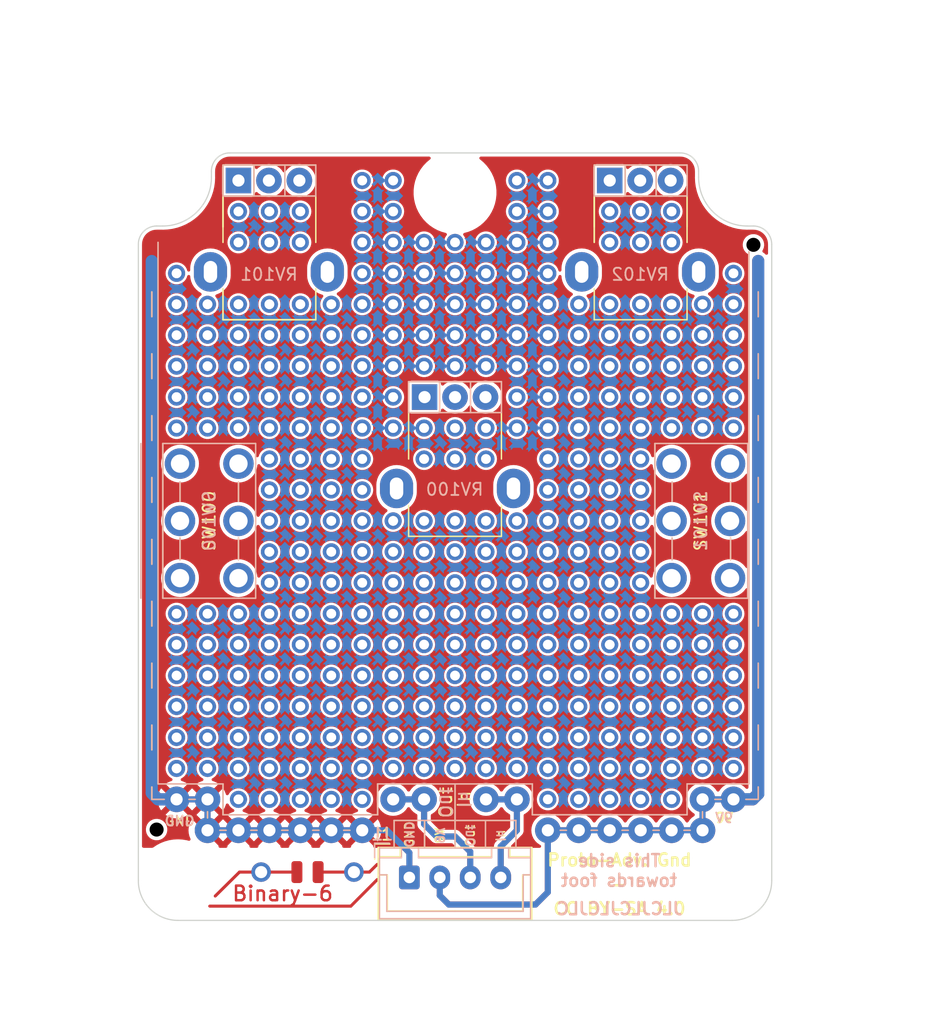
<source format=kicad_pcb>
(kicad_pcb (version 20211014) (generator pcbnew)
  (layers (0 "F.Cu" signal) (31 "B.Cu" signal) (34 "B.Paste" user) (35 "F.Paste" user) (36 "B.SilkS" user "B.Silkscreen") (37 "F.SilkS" user "F.Silkscreen") (38 "B.Mask" user) (39 "F.Mask" user) (44 "Edge.Cuts" user))
  (property "Commit" "-")
  (property "Link" "gitlab.com/Chrismettal/pedaldev")
  (property "Name" "Proto-Adv. Gnd")
  (net 0 "")
  (net 1 "+9V")
  (net 2 "GND")
  (net 3 "Upper_PCB_Input")
  (net 4 "Upper_PCB_Output")
  (footprint "MeineBib:Protopin" (layer "F.Cu") (at 139.34 123.105)
    (fp_text reference "J47" hide)
    (fp_text value "Conn_01x01" hide)
  )
  (footprint "MeineBib:Protopin" (layer "F.Cu") (at 146.96 120.565)
    (fp_text reference "J4" hide)
    (fp_text value "Conn_01x01" hide)
  )
  (footprint "MeineBib:Protopin" (layer "F.Cu") (at 136.8 123.105)
    (fp_text reference "J42" hide)
    (fp_text value "Conn_01x01" hide)
  )
  (footprint "MeineBib:EigenesMountingHole_3.2mm_M3_Small" (layer "F.Cu") (at 126.75 127.25)
    (fp_text reference "MK2" hide)
    (fp_text value "Mounting_Hole_M3")
  )
  (footprint "MeineBib:Protopin" (layer "F.Cu") (at 169.82 123.105)
    (fp_text reference "J9" hide)
    (fp_text value "Conn_01x01" hide)
  )
  (footprint "MeineBib:JLC_Toolinghole" (layer "F.Cu") (at 125 123.045)
    (fp_text reference "REF**" hide)
    (fp_text value "JLC_Toolinghole")
  )
  (footprint "MeineBib:JLC_Toolinghole" (layer "F.Cu") (at 174 75.045)
    (fp_text reference "REF**" hide)
    (fp_text value "JLC_Toolinghole")
  )
  (footprint "Connector_JST:JST_XH_B4B-XH-A_1x04_P2.50mm_Vertical" (layer "F.Cu") (at 145.75 126.975)
    (fp_text reference "J1")
    (fp_text value "Conn_01x04")
  )
  (footprint "MeineBib:Protopin" (layer "F.Cu") (at 157.12 123.105)
    (fp_text reference "J12" hide)
    (fp_text value "Conn_01x01" hide)
  )
  (footprint "MeineBib:Protopin" (layer "F.Cu") (at 164.74 123.105)
    (fp_text reference "J11" hide)
    (fp_text value "Conn_01x01" hide)
  )
  (footprint "MeineBib:Protopin" (layer "F.Cu") (at 152.04 120.565)
    (fp_text reference "J3" hide)
    (fp_text value "Conn_01x01" hide)
  )
  (footprint "MeineBib:Protopin" (layer "F.Cu") (at 129.18 120.565)
    (fp_text reference "J44" hide)
    (fp_text value "Conn_01x01" hide)
  )
  (footprint "MeineBib:Protopin" (layer "F.Cu") (at 159.66 123.105)
    (fp_text reference "J8" hide)
    (fp_text value "Conn_01x01" hide)
  )
  (footprint "MeineBib:Protopin" (layer "F.Cu") (at 134.26 123.105)
    (fp_text reference "J46" hide)
    (fp_text value "Conn_01x01" hide)
  )
  (footprint "MeineBib:Protopin" (layer "F.Cu") (at 172.36 120.565)
    (fp_text reference "J10" hide)
    (fp_text value "Conn_01x01" hide)
  )
  (footprint "MeineBib:EigenesMountingHole_3.2mm_M3_Small" (layer "F.Cu") (at 172.25 127.25)
    (fp_text reference "MK2" hide)
    (fp_text value "Mounting_Hole_M3")
  )
  (footprint "MeineBib:Protopin" (layer "F.Cu") (at 131.72 123.105)
    (fp_text reference "J43" hide)
    (fp_text value "Conn_01x01" hide)
  )
  (footprint "MeineBib:Binary_6_v0.1_tiny_silk" (layer "F.Cu") (at 137.4144 127.5007)
    (fp_text reference "H7" hide)
    (fp_text value "Symbol_Binary6" hide)
  )
  (footprint "MeineBib:Protopin" (layer "F.Cu") (at 162.2 123.105)
    (fp_text reference "J7" hide)
    (fp_text value "Conn_01x01" hide)
  )
  (footprint "MeineBib:Protopin" (layer "F.Cu") (at 141.88 123.105)
    (fp_text reference "J41" hide)
    (fp_text value "Conn_01x01" hide)
  )
  (footprint "MeineBib:Protopin" (layer "F.Cu") (at 126.64 120.565)
    (fp_text reference "J14" hide)
    (fp_text value "Conn_01x01" hide)
  )
  (footprint "MeineBib:Protopin" (layer "F.Cu") (at 167.28 123.105)
    (fp_text reference "J13" hide)
    (fp_text value "Conn_01x01" hide)
  )
  (footprint "MeineBib:EigenesMountingHole_3.2mm_M3_Small" (layer "F.Cu") (at 149.5 70.75)
    (fp_text reference "MK2" hide)
    (fp_text value "Mounting_Hole_M3")
  )
  (footprint "MeineBib:Protopin" (layer "F.Cu") (at 129.18 123.105)
    (fp_text reference "J45" hide)
    (fp_text value "Conn_01x01" hide)
  )
  (footprint "MeineBib:Protopin" (layer "F.Cu") (at 144.42 120.565)
    (fp_text reference "J5" hide)
    (fp_text value "Conn_01x01" hide)
  )
  (footprint "MeineBib:Protopin" (layer "F.Cu") (at 154.58 120.565)
    (fp_text reference "J2" hide)
    (fp_text value "Conn_01x01" hide)
  )
  (footprint "MeineBib:Protopin" (layer "F.Cu") (at 169.82 120.565)
    (fp_text reference "J6" hide)
    (fp_text value "Conn_01x01" hide)
  )
  (footprint "MeineBib:Proto_Advanced_Longspike" (layer "B.Cu") (at 153.31 76.115 180)
    (fp_text reference "REF**" hide)
    (fp_text value "pad-between" hide)
  )
  (footprint "MeineBib:Proto_Advanced_Longspike" (layer "B.Cu") (at 164.74 114.215 90)
    (fp_text reference "REF**" hide)
    (fp_text value "pad-between" hide)
  )
  (footprint "MeineBib:Proto_Advanced_Longspike" (layer "B.Cu") (at 160.93 115.485 180)
    (fp_text reference "REF**" hide)
    (fp_text value "pad-between" hide)
  )
  (footprint "MeineBib:Proto_Advanced_Pin_Gndplane" (layer "B.Cu") (at 167.28 74.845 90)
    (fp_text reference "REF**" hide)
    (fp_text value "tht-0.8" hide)
  )
  (footprint "MeineBib:Proto_Advanced_Shortspike" (layer "B.Cu") (at 166.01 83.735 180)
    (fp_text reference "REF**" hide)
    (fp_text value "center-pad" hide)
  )
  (footprint "MeineBib:Proto_Advanced_Pin_Gndplane" (layer "B.Cu") (at 152.04 110.405 90)
    (fp_text reference "REF**" hide)
    (fp_text value "tht-0.8" hide)
  )
  (footprint "MeineBib:Proto_Advanced_Longspike" (layer "B.Cu") (at 158.39 79.925 180)
    (fp_text reference "REF**" hide)
    (fp_text value "pad-between" hide)
  )
  (footprint "MeineBib:Proto_Advanced_Shortspike" (layer "B.Cu") (at 148.23 109.135 180)
    (fp_text reference "REF**" hide)
    (fp_text value "center-pad" hide)
  )
  (footprint "MeineBib:Proto_Advanced_Longspike" (layer "B.Cu") (at 153.31 83.735 180)
    (fp_text reference "REF**" hide)
    (fp_text value "pad-between" hide)
  )
  (footprint "MeineBib:Proto_Advanced_Longspike" (layer "B.Cu") (at 164.74 104.055 90)
    (fp_text reference "REF**" hide)
    (fp_text value "pad-between" hide)
  )
  (footprint "MeineBib:Proto_Advanced_Longspike" (layer "B.Cu") (at 148.23 81.195 180)
    (fp_text reference "REF**" hide)
    (fp_text value "pad-between" hide)
  )
  (footprint "MeineBib:Proto_Advanced_Longspike" (layer "B.Cu") (at 132.99 118.025 180)
    (fp_text reference "REF**" hide)
    (fp_text value "pad-between" hide)
  )
  (footprint "MeineBib:Proto_Advanced_Longspike" (layer "B.Cu") (at 154.58 116.755 90)
    (fp_text reference "REF**" hide)
    (fp_text value "pad-between" hide)
  )
  (footprint "MeineBib:Proto_Advanced_Shortspike" (layer "B.Cu") (at 140.61 98.975 180)
    (fp_text reference "REF**" hide)
    (fp_text value "center-pad" hide)
  )
  (footprint "MeineBib:Proto_Advanced_Longspike" (layer "B.Cu") (at 148.23 76.115 180)
    (fp_text reference "REF**" hide)
    (fp_text value "pad-between" hide)
  )
  (footprint "MeineBib:Proto_Advanced_Shortspike" (layer "B.Cu") (at 166.01 88.815 180)
    (fp_text reference "REF**" hide)
    (fp_text value "center-pad" hide)
  )
  (footprint "MeineBib:Proto_Advanced_Pin_Gndplane" (layer "B.Cu") (at 149.5 118.025 90)
    (fp_text reference "REF**" hide)
    (fp_text value "tht-0.8" hide)
  )
  (footprint "MeineBib:Proto_Advanced_Longspike" (layer "B.Cu") (at 159.66 119.295 90)
    (fp_text reference "REF**" hide)
    (fp_text value "pad-between" hide)
  )
  (footprint "MeineBib:Proto_Advanced_Longspike" (layer "B.Cu") (at 138.07 115.485 180)
    (fp_text reference "REF**" hide)
    (fp_text value "pad-between" hide)
  )
  (footprint "MeineBib:Proto_Advanced_Longspike" (layer "B.Cu") (at 159.66 86.275 90)
    (fp_text reference "REF**" hide)
    (fp_text value "pad-between" hide)
  )
  (footprint "MeineBib:Proto_Advanced_Longspike" (layer "B.Cu") (at 155.85 100.245 180)
    (fp_text reference "REF**" hide)
    (fp_text value "pad-between" hide)
  )
  (footprint "MeineBib:Proto_Advanced_Longspike" (layer "B.Cu") (at 143.15 71.035 180)
    (fp_text reference "REF**" hide)
    (fp_text value "pad-between" hide)
  )
  (footprint "MeineBib:Proto_Advanced_Longspike" (layer "B.Cu") (at 168.55 112.945 180)
    (fp_text reference "REF**" hide)
    (fp_text value "pad-between" hide)
  )
  (footprint "MeineBib:Proto_Advanced_Pin_Gndplane" (layer "B.Cu") (at 164.74 74.845 90)
    (fp_text reference "REF**" hide)
    (fp_text value "tht-0.8" hide)
  )
  (footprint "MeineBib:Proto_Advanced_Longspike" (layer "B.Cu") (at 129.18 88.815 90)
    (fp_text reference "REF**" hide)
    (fp_text value "pad-between" hide)
  )
  (footprint "MeineBib:Proto_Advanced_Shortspike" (layer "B.Cu") (at 127.91 86.275 180)
    (fp_text reference "REF**" hide)
    (fp_text value "center-pad" hide)
  )
  (footprint "MeineBib:Proto_Advanced_Longspike" (layer "B.Cu") (at 136.8 109.135 90)
    (fp_text reference "REF**" hide)
    (fp_text value "pad-between" hide)
  )
  (footprint "MeineBib:Proto_Advanced_Shortspike" (layer "B.Cu") (at 135.53 96.435 180)
    (fp_text reference "REF**" hide)
    (fp_text value "center-pad" hide)
  )
  (footprint "MeineBib:Proto_Advanced_Pin_Gndplane" (layer "B.Cu") (at 149.5 107.865 90)
    (fp_text reference "REF**" hide)
    (fp_text value "tht-0.8" hide)
  )
  (footprint "MeineBib:Proto_Advanced_Longspike" (layer "B.Cu") (at 157.12 86.275 90)
    (fp_text reference "REF**" hide)
    (fp_text value "pad-between" hide)
  )
  (footprint "MeineBib:Proto_Advanced_Pin_Gndplane" (layer "B.Cu") (at 139.34 105.325 90)
    (fp_text reference "REF**" hide)
    (fp_text value "tht-0.8" hide)
  )
  (footprint "MeineBib:Proto_Advanced_Pin_Gndplane" (layer "B.Cu") (at 141.88 74.845 90)
    (fp_text reference "REF**" hide)
    (fp_text value "tht-0.8" hide)
  )
  (footprint "MeineBib:Proto_Advanced_Longspike" (layer "B.Cu") (at 149.5 109.135 90)
    (fp_text reference "REF**" hide)
    (fp_text value "pad-between" hide)
  )
  (footprint "MeineBib:Proto_Advanced_Longspike" (layer "B.Cu") (at 155.85 110.405 180)
    (fp_text reference "REF**" hide)
    (fp_text value "pad-between" hide)
  )
  (footprint "MeineBib:Proto_Advanced_Shortspike" (layer "B.Cu") (at 160.93 83.735 180)
    (fp_text reference "REF**" hide)
    (fp_text value "center-pad" hide)
  )
  (footprint "MeineBib:Proto_Advanced_Shortspike" (layer "B.Cu") (at 168.55 106.595 180)
    (fp_text reference "REF**" hide)
    (fp_text value "center-pad" hide)
  )
  (footprint "MeineBib:Proto_Advanced_Pin_Gndplane" (layer "B.Cu") (at 141.88 102.785 90)
    (fp_text reference "REF**" hide)
    (fp_text value "tht-0.8" hide)
  )
  (footprint "MeineBib:Potentiometer_Alpha_RD901F-40-00D_Single_Vertical" (layer "B.Cu") (at 147 87.545 -90)
    (fp_text reference "RV100")
    (fp_text value "100K Lin")
  )
  (footprint "MeineBib:Proto_Advanced_Longspike" (layer "B.Cu") (at 130.45 85.005 180)
    (fp_text reference "REF**" hide)
    (fp_text value "pad-between" hide)
  )
  (footprint "MeineBib:Proto_Advanced_Shortspike" (layer "B.Cu") (at 158.39 101.515 180)
    (fp_text reference "REF**" hide)
    (fp_text value "center-pad" hide)
  )
  (footprint "MeineBib:Proto_Advanced_Shortspike" (layer "B.Cu") (at 135.53 104.055 180)
    (fp_text reference "REF**" hide)
    (fp_text value "center-pad" hide)
  )
  (footprint "MeineBib:Proto_Advanced_Pin_Gndplane" (layer "B.Cu") (at 162.2 112.945 90)
    (fp_text reference "REF**" hide)
    (fp_text value "tht-0.8" hide)
  )
  (footprint "MeineBib:Proto_Advanced_Longspike" (layer "B.Cu") (at 136.8 119.295 90)
    (fp_text reference "REF**" hide)
    (fp_text value "pad-between" hide)
  )
  (footprint "MeineBib:Proto_Advanced_Longspike" (layer "B.Cu") (at 148.23 90.085 180)
    (fp_text reference "REF**" hide)
    (fp_text value "pad-between" hide)
  )
  (footprint "MeineBib:Proto_Advanced_Pin_Gndplane" (layer "B.Cu") (at 136.8 90.085 90)
    (fp_text reference "REF**" hide)
    (fp_text value "tht-0.8" hide)
  )
  (footprint "MeineBib:Proto_Advanced_Shortspike" (layer "B.Cu") (at 166.01 73.575 180)
    (fp_text reference "REF**" hide)
    (fp_text value "center-pad" hide)
  )
  (footprint "MeineBib:Proto_Advanced_Shortspike" (layer "B.Cu") (at 155.85 69.765 180)
    (fp_text reference "REF**" hide)
    (fp_text value "center-pad" hide)
  )
  (footprint "MeineBib:Proto_Advanced_Longspike" (layer "B.Cu") (at 160.93 100.245 180)
    (fp_text reference "REF**" hide)
    (fp_text value "pad-between" hide)
  )
  (footprint "MeineBib:Proto_Advanced_Longspike" (layer "B.Cu") (at 131.72 83.735 90)
    (fp_text reference "REF**" hide)
    (fp_text value "pad-between" hide)
  )
  (footprint "MeineBib:Proto_Advanced_Longspike" (layer "B.Cu") (at 163.47 72.305 180)
    (fp_text reference "REF**" hide)
    (fp_text value "pad-between" hide)
  )
  (footprint "MeineBib:Proto_Advanced_Pin_Gndplane" (layer "B.Cu") (at 134.26 79.925 90)
    (fp_text reference "REF**" hide)
    (fp_text value "tht-0.8" hide)
  )
  (footprint "MeineBib:Proto_Advanced_Pin_Gndplane" (layer "B.Cu") (at 162.2 87.545 90)
    (fp_text reference "REF**" hide)
    (fp_text value "tht-0.8" hide)
  )
  (footprint "MeineBib:Proto_Advanced_Shortspike" (layer "B.Cu") (at 127.91 83.735 180)
    (fp_text reference "REF**" hide)
    (fp_text value "center-pad" hide)
  )
  (footprint "MeineBib:Proto_Advanced_Longspike" (layer "B.Cu") (at 163.47 107.865 180)
    (fp_text reference "REF**" hide)
    (fp_text value "pad-between" hide)
  )
  (footprint "MeineBib:Proto_Advanced_Shortspike" (layer "B.Cu") (at 143.15 85.005 180)
    (fp_text reference "REF**" hide)
    (fp_text value "center-pad" hide)
  )
  (footprint "MeineBib:Proto_Advanced_Longspike" (layer "B.Cu") (at 162.2 91.355 90)
    (fp_text reference "REF**" hide)
    (fp_text value "pad-between" hide)
  )
  (footprint "MeineBib:Proto_Advanced_Longspike" (layer "B.Cu") (at 153.31 118.025 180)
    (fp_text reference "REF**" hide)
    (fp_text value "pad-between" hide)
  )
  (footprint "MeineBib:Proto_Advanced_Longspike" (layer "B.Cu") (at 160.93 105.325 180)
    (fp_text reference "REF**" hide)
    (fp_text value "pad-between" hide)
  )
  (footprint "MeineBib:Proto_Advanced_Shortspike" (layer "B.Cu") (at 153.31 79.925 180)
    (fp_text reference "REF**" hide)
    (fp_text value "center-pad" hide)
  )
  (footprint "MeineBib:Proto_Advanced_Shortspike" (layer "B.Cu") (at 138.07 88.815 180)
    (fp_text reference "REF**" hide)
    (fp_text value "center-pad" hide)
  )
  (footprint "MeineBib:Proto_Advanced_Longspike" (layer "B.Cu") (at 163.47 87.545 180)
    (fp_text reference "REF**" hide)
    (fp_text value "pad-between" hide)
  )
  (footprint "MeineBib:Proto_Advanced_Longspike" (layer "B.Cu") (at 144.42 109.135 90)
    (fp_text reference "REF**" hide)
    (fp_text value "pad-between" hide)
  )
  (footprint "MeineBib:Proto_Advanced_Pin_Gndplane" (layer "B.Cu") (at 139.34 102.785 90)
    (fp_text reference "REF**" hide)
    (fp_text value "tht-0.8" hide)
  )
  (footprint "MeineBib:Proto_Advanced_Pin_Gndplane" (layer "B.Cu") (at 164.74 92.625 90)
    (fp_text reference "REF**" hide)
    (fp_text value "tht-0.8" hide)
  )
  (footprint "MeineBib:Proto_Advanced_Pin_Gndplane" (layer "B.Cu") (at 126.64 107.865 90)
    (fp_text reference "REF**" hide)
    (fp_text value "tht-0.8" hide)
  )
  (footprint "MeineBib:Proto_Advanced_Pin_Gndplane" (layer "B.Cu") (at 164.74 82.465 90)
    (fp_text reference "REF**" hide)
    (fp_text value "tht-0.8" hide)
  )
  (footprint "MeineBib:Proto_Advanced_Longspike" (layer "B.Cu") (at 159.66 106.595 90)
    (fp_text reference "REF**" hide)
    (fp_text value "pad-between" hide)
  )
  (footprint "MeineBib:Proto_Advanced_Shortspike" (layer "B.Cu") (at 153.31 101.515 180)
    (fp_text reference "REF**" hide)
    (fp_text value "center-pad" hide)
  )
  (footprint "MeineBib:Proto_Advanced_Pin_Gndplane" (layer "B.Cu") (at 164.74 85.005 90)
    (fp_text reference "REF**" hide)
    (fp_text value "tht-0.8" hide)
  )
  (footprint "MeineBib:Proto_Advanced_Shortspike" (layer "B.Cu") (at 150.77 101.515 180)
    (fp_text reference "REF**" hide)
    (fp_text value "center-pad" hide)
  )
  (footprint "MeineBib:Proto_Advanced_Pin_Gndplane" (layer "B.Cu") (at 164.74 95.165 90)
    (fp_text reference "REF**" hide)
    (fp_text value "tht-0.8" hide)
  )
  (footprint "MeineBib:Proto_Advanced_Pin_Gndplane" (layer "B.Cu") (at 139.34 118.025 90)
    (fp_text reference "REF**" hide)
    (fp_text value "tht-0.8" hide)
  )
  (footprint "MeineBib:Proto_Advanced_Shortspike" (layer "B.Cu") (at 143.15 109.135 180)
    (fp_text reference "REF**" hide)
    (fp_text value "center-pad" hide)
  )
  (footprint "MeineBib:Proto_Advanced_Longspike" (layer "B.Cu") (at 134.26 98.975 90)
    (fp_text reference "REF**" hide)
    (fp_text value "pad-between" hide)
  )
  (footprint "MeineBib:Proto_Advanced_Longspike" (layer "B.Cu") (at 152.04 114.215 90)
    (fp_text reference "REF**" hide)
    (fp_text value "pad-between" hide)
  )
  (footprint "MeineBib:Proto_Advanced_Longspike" (layer "B.Cu") (at 164.74 109.135 90)
    (fp_text reference "REF**" hide)
    (fp_text value "pad-between" hide)
  )
  (footprint "MeineBib:Proto_Advanced_Pin_Gndplane" (layer "B.Cu") (at 164.74 118.025 90)
    (fp_text reference "REF**" hide)
    (fp_text value "tht-0.8" hide)
  )
  (footprint "MeineBib:Proto_Advanced_Longspike" (layer "B.Cu") (at 135.53 120.565 180)
    (fp_text reference "REF**" hide)
    (fp_text value "pad-between" hide)
  )
  (footprint "MeineBib:Proto_Advanced_Longspike" (layer "B.Cu") (at 139.34 98.975 90)
    (fp_text reference "REF**" hide)
    (fp_text value "pad-between" hide)
  )
  (footprint "MeineBib:Proto_Advanced_Longspike" (layer "B.Cu") (at 134.26 81.195 90)
    (fp_text reference "REF**" hide)
    (fp_text value "pad-between" hide)
  )
  (footprint "MeineBib:Proto_Advanced_Pin_Gndplane" (layer "B.Cu") (at 162.2 92.625 90)
    (fp_text reference "REF**" hide)
    (fp_text value "tht-0.8" hide)
  )
  (footprint "MeineBib:Proto_Advanced_Longspike" (layer "B.Cu") (at 132.99 79.925 180)
    (fp_text reference "REF**" hide)
    (fp_text value "pad-between" hide)
  )
  (footprint "MeineBib:Proto_Advanced_Shortspike" (layer "B.Cu") (at 138.07 101.515 180)
    (fp_text reference "REF**" hide)
    (fp_text value "center-pad" hide)
  )
  (footprint "MeineBib:Proto_Advanced_Pin_Gndplane" (layer "B.Cu") (at 154.58 87.545 90)
    (fp_text reference "REF**" hide)
    (fp_text value "tht-0.8" hide)
  )
  (footprint "MeineBib:Proto_Advanced_Pin_Gndplane" (layer "B.Cu") (at 131.72 110.405 90)
    (fp_text reference "REF**" hide)
    (fp_text value "tht-0.8" hide)
  )
  (footprint "MeineBib:Proto_Advanced_Longspike" (layer "B.Cu") (at 138.07 90.085 180)
    (fp_text reference "REF**" hide)
    (fp_text value "pad-between" hide)
  )
  (footprint "MeineBib:Proto_Advanced_Pin_Gndplane" (layer "B.Cu") (at 159.66 105.325 90)
    (fp_text reference "REF**" hide)
    (fp_text value "tht-0.8" hide)
  )
  (footprint "MeineBib:Proto_Advanced_Longspike" (layer "B.Cu") (at 141.88 114.215 90)
    (fp_text reference "REF**" hide)
    (fp_text value "pad-between" hide)
  )
  (footprint "MeineBib:Proto_Advanced_Pin_Gndplane" (layer "B.Cu") (at 162.2 100.245 90)
    (fp_text reference "REF**" hide)
    (fp_text value "tht-0.8" hide)
  )
  (footprint "MeineBib:Proto_Advanced_Longspike" (layer "B.Cu") (at 162.2 116.755 90)
    (fp_text reference "REF**" hide)
    (fp_text value "pad-between" hide)
  )
  (footprint "MeineBib:Proto_Advanced_Longspike" (layer "B.Cu") (at 139.34 96.435 90)
    (fp_text reference "REF**" hide)
    (fp_text value "pad-between" hide)
  )
  (footprint "MeineBib:Proto_Advanced_Pin_Gndplane" (layer "B.Cu") (at 172.36 90.085 90)
    (fp_text reference "REF**" hide)
    (fp_text value "tht-0.8" hide)
  )
  (footprint "MeineBib:Proto_Advanced_Longspike" (layer "B.Cu") (at 138.07 105.325 180)
    (fp_text reference "REF**" hide)
    (fp_text value "pad-between" hide)
  )
  (footprint "MeineBib:Proto_Advanced_Longspike" (layer "B.Cu") (at 153.31 110.405 180)
    (fp_text reference "REF**" hide)
    (fp_text value "pad-between" hide)
  )
  (footprint "MeineBib:Proto_Advanced_Pin_Gndplane" (layer "B.Cu") (at 162.2 120.565 90)
    (fp_text reference "REF**" hide)
    (fp_text value "tht-0.8" hide)
  )
  (footprint "MeineBib:Switch_toggle_DPDT_Print" (layer "B.Cu") (at 129.32 97.705 180)
    (fp_text reference "SW100")
    (fp_text value "SW_DPDT_x2")
  )
  (footprint "MeineBib:Proto_Advanced_Longspike" (layer "B.Cu") (at 144.42 88.815 90)
    (fp_text reference "REF**" hide)
    (fp_text value "pad-between" hide)
  )
  (footprint "MeineBib:Proto_Advanced_Longspike" (layer "B.Cu") (at 135.53 95.165 180)
    (fp_text reference "REF**" hide)
    (fp_text value "pad-between" hide)
  )
  (footprint "MeineBib:Proto_Advanced_Pin_Gndplane" (layer "B.Cu") (at 131.72 79.925 90)
    (fp_text reference "REF**" hide)
    (fp_text value "tht-0.8" hide)
  )
  (footprint "MeineBib:Proto_Advanced_Shortspike" (layer "B.Cu") (at 168.55 111.675 180)
    (fp_text reference "REF**" hide)
    (fp_text value "center-pad" hide)
  )
  (footprint "MeineBib:Proto_Advanced_Shortspike" (layer "B.Cu") (at 140.61 114.215 180)
    (fp_text reference "REF**" hide)
    (fp_text value "center-pad" hide)
  )
  (footprint "MeineBib:Proto_Advanced_Longspike" (layer "B.Cu") (at 140.61 82.465 180)
    (fp_text reference "REF**" hide)
    (fp_text value "pad-between" hide)
  )
  (footprint "MeineBib:Proto_Advanced_Longspike" (layer "B.Cu") (at 162.2 93.895 90)
    (fp_text reference "REF**" hide)
    (fp_text value "pad-between" hide)
  )
  (footprint "MeineBib:Proto_Advanced_Longspike" (layer "B.Cu") (at 149.5 81.195 90)
    (fp_text reference "REF**" hide)
    (fp_text value "pad-between" hide)
  )
  (footprint "MeineBib:Proto_Advanced_Longspike" (layer "B.Cu") (at 154.58 109.135 90)
    (fp_text reference "REF**" hide)
    (fp_text value "pad-between" hide)
  )
  (footprint "MeineBib:Proto_Advanced_Longspike" (layer "B.Cu") (at 168.55 105.325 180)
    (fp_text reference "REF**" hide)
    (fp_text value "pad-between" hide)
  )
  (footprint "MeineBib:Proto_Advanced_Pin_Gndplane" (layer "B.Cu") (at 141.88 97.705 90)
    (fp_text reference "REF**" hide)
    (fp_text value "tht-0.8" hide)
  )
  (footprint "MeineBib:Proto_Advanced_Longspike" (layer "B.Cu") (at 168.55 85.005 180)
    (fp_text reference "REF**" hide)
    (fp_text value "pad-between" hide)
  )
  (footprint "MeineBib:Proto_Advanced_Longspike" (layer "B.Cu") (at 155.85 71.035 180)
    (fp_text reference "REF**" hide)
    (fp_text value "pad-between" hide)
  )
  (footprint "MeineBib:Proto_Advanced_Longspike" (layer "B.Cu") (at 131.72 109.135 90)
    (fp_text reference "REF**" hide)
    (fp_text value "pad-between" hide)
  )
  (footprint "MeineBib:Proto_Advanced_Pin_Gndplane" (layer "B.Cu") (at 139.34 85.005 90)
    (fp_text reference "REF**" hide)
    (fp_text value "tht-0.8" hide)
  )
  (footprint "MeineBib:Proto_Advanced_Pin_Gndplane" (layer "B.Cu") (at 134.26 82.465 90)
    (fp_text reference "REF**" hide)
    (fp_text value "tht-0.8" hide)
  )
  (footprint "MeineBib:Proto_Advanced_Shortspike" (layer "B.Cu") (at 150.77 116.755 180)
    (fp_text reference "REF**" hide)
    (fp_text value "center-pad" hide)
  )
  (footprint "MeineBib:Proto_Advanced_Pin_Gndplane" (layer "B.Cu") (at 144.42 79.925 90)
    (fp_text reference "REF**" hide)
    (fp_text value "tht-0.8" hide)
  )
  (footprint "MeineBib:Proto_Advanced_Longspike" (layer "B.Cu") (at 169.82 88.815 90)
    (fp_text reference "REF**" hide)
    (fp_text value "pad-between" hide)
  )
  (footprint "MeineBib:Proto_Advanced_Shortspike" (layer "B.Cu") (at 155.85 116.755 180)
    (fp_text reference "REF**" hide)
    (fp_text value "center-pad" hide)
  )
  (footprint "MeineBib:Proto_Advanced_Pin_Gndplane" (layer "B.Cu") (at 144.42 69.765 90)
    (fp_text reference "REF**" hide)
    (fp_text value "tht-0.8" hide)
  )
  (footprint "MeineBib:Proto_Advanced_Shortspike" (layer "B.Cu") (at 168.55 109.135 180)
    (fp_text reference "REF**" hide)
    (fp_text value "center-pad" hide)
  )
  (footprint "MeineBib:Proto_Advanced_Longspike" (layer "B.Cu") (at 171.09 87.545 180)
    (fp_text reference "REF**" hide)
    (fp_text value "pad-between" hide)
  )
  (footprint "MeineBib:Proto_Advanced_Longspike" (layer "B.Cu") (at 155.85 118.025 180)
    (fp_text reference "REF**" hide)
    (fp_text value "pad-between" hide)
  )
  (footprint "MeineBib:Proto_Advanced_Shortspike" (layer "B.Cu") (at 160.93 96.435 180)
    (fp_text reference "REF**" hide)
    (fp_text value "center-pad" hide)
  )
  (footprint "MeineBib:Proto_Advanced_Pin_Gndplane" (layer "B.Cu") (at 154.58 118.025 90)
    (fp_text reference "REF**" hide)
    (fp_text value "tht-0.8" hide)
  )
  (footprint "MeineBib:Proto_Advanced_Longspike" (layer "B.Cu") (at 130.45 87.545 180)
    (fp_text reference "REF**" hide)
    (fp_text value "pad-between" hide)
  )
  (footprint "MeineBib:Proto_Advanced_Pin_Gndplane" (layer "B.Cu") (at 149.5 74.845 90)
    (fp_text reference "REF**" hide)
    (fp_text value "tht-0.8" hide)
  )
  (footprint "MeineBib:Proto_Advanced_Pin_Gndplane" (layer "B.Cu") (at 134.26 102.785 90)
    (fp_text reference "REF**" hide)
    (fp_text value "tht-0.8" hide)
  )
  (footprint "MeineBib:Proto_Advanced_Shortspike" (layer "B.Cu") (at 143.15 104.055 180)
    (fp_text reference "REF**" hide)
    (fp_text value "center-pad" hide)
  )
  (footprint "MeineBib:Proto_Advanced_Longspike" (layer "B.Cu") (at 169.82 114.215 90)
    (fp_text reference "REF**" hide)
    (fp_text value "pad-between" hide)
  )
  (footprint "MeineBib:Proto_Advanced_Pin_Gndplane" (layer "B.Cu") (at 136.8 79.925 90)
    (fp_text reference "REF**" hide)
    (fp_text value "tht-0.8" hide)
  )
  (footprint "MeineBib:Proto_Advanced_Longspike" (layer "B.Cu") (at 136.8 81.195 90)
    (fp_text reference "REF**" hide)
    (fp_text value "pad-between" hide)
  )
  (footprint "MeineBib:Proto_Advanced_Shortspike" (layer "B.Cu") (at 160.93 119.295 180)
    (fp_text reference "REF**" hide)
    (fp_text value "center-pad" hide)
  )
  (footprint "MeineBib:Proto_Advanced_Longspike" (layer "B.Cu") (at 171.09 118.025 180)
    (fp_text reference "REF**" hide)
    (fp_text value "pad-between" hide)
  )
  (footprint "MeineBib:Proto_Advanced_Longspike" (layer "B.Cu") (at 144.42 116.755 90)
    (fp_text reference "REF**" hide)
    (fp_text value "pad-between" hide)
  )
  (footprint "MeineBib:Proto_Advanced_Shortspike" (layer "B.Cu") (at 140.61 119.295 180)
    (fp_text reference "REF**" hide)
    (fp_text value "center-pad" hide)
  )
  (footprint "MeineBib:Proto_Advanced_Longspike" (layer "B.Cu") (at 150.77 102.785 180)
    (fp_text reference "REF**" hide)
    (fp_text value "pad-between" hide)
  )
  (footprint "MeineBib:Proto_Advanced_Longspike" (layer "B.Cu") (at 163.47 102.785 180)
    (fp_text reference "REF**" hide)
    (fp_text value "pad-between" hide)
  )
  (footprint "MeineBib:Proto_Advanced_Pin_Gndplane" (layer "B.Cu") (at 172.36 115.485 90)
    (fp_text reference "REF**" hide)
    (fp_text value "tht-0.8" hide)
  )
  (footprint "MeineBib:Proto_Advanced_Longspike" (layer "B.Cu") (at 135.53 82.465 180)
    (fp_text reference "REF**" hide)
    (fp_text value "pad-between" hide)
  )
  (footprint "MeineBib:Proto_Advanced_Pin_Gndplane" (layer "B.Cu") (at 146.96 79.925 90)
    (fp_text reference "REF**" hide)
    (fp_text value "tht-0.8" hide)
  )
  (footprint "MeineBib:Proto_Advanced_Shortspike" (layer "B.Cu") (at 168.55 88.815 180)
    (fp_text reference "REF**" hide)
    (fp_text value "center-pad" hide)
  )
  (footprint "MeineBib:Proto_Advanced_Longspike" (layer "B.Cu") (at 152.04 101.515 90)
    (fp_text reference "REF**" hide)
    (fp_text value "pad-between" hide)
  )
  (footprint "MeineBib:Proto_Advanced_Shortspike" (layer "B.Cu") (at 135.53 83.735 180)
    (fp_text reference "REF**" hide)
    (fp_text value "center-pad" hide)
  )
  (footprint "MeineBib:Proto_Advanced_Longspike" (layer "B.Cu") (at 166.01 110.405 180)
    (fp_text reference "REF**" hide)
    (fp_text value "pad-between" hide)
  )
  (footprint "MeineBib:Proto_Advanced_Shortspike" (layer "B.Cu") (at 145.69 109.135 180)
    (fp_text reference "REF**" hide)
    (fp_text value "center-pad" hide)
  )
  (footprint "MeineBib:Proto_Advanced_Pin_Gndplane" (layer "B.Cu") (at 164.74 100.245 90)
    (fp_text reference "REF**" hide)
    (fp_text value "tht-0.8" hide)
  )
  (footprint "MeineBib:Proto_Advanced_Shortspike" (layer "B.Cu") (at 163.47 96.435 180)
    (fp_text reference "REF**" hide)
    (fp_text value "center-pad" hide)
  )
  (footprint "MeineBib:Proto_Advanced_Shortspike" (layer "B.Cu") (at 138.07 81.195 180)
    (fp_text reference "REF**" hide)
    (fp_text value "center-pad" hide)
  )
  (footprint "MeineBib:Proto_Advanced_Longspike" (layer "B.Cu") (at 160.93 85.005 180)
    (fp_text reference "REF**" hide)
    (fp_text value "pad-between" hide)
  )
  (footprint "MeineBib:Proto_Advanced_Shortspike" (layer "B.Cu") (at 138.07 91.355 180)
    (fp_text reference "REF**" hide)
    (fp_text value "center-pad" hide)
  )
  (footprint "MeineBib:Proto_Advanced_Longspike" (layer "B.Cu") (at 155.85 81.195 180)
    (fp_text reference "REF**" hide)
    (fp_text value "pad-between" hide)
  )
  (footprint "MeineBib:Proto_Advanced_Pin_Gndplane" (layer "B.Cu") (at 169.82 82.465 90)
    (fp_text reference "REF**" hide)
    (fp_text value "tht-0.8" hide)
  )
  (footprint "MeineBib:Proto_Advanced_Shortspike" (layer "B.Cu") (at 153.31 90.085 180)
    (fp_text reference "REF**" hide)
    (fp_text value "center-pad" hide)
  )
  (footprint "MeineBib:Proto_Advanced_Longspike" (layer "B.Cu") (at 132.99 112.945 180)
    (fp_text reference "REF**" hide)
    (fp_text value "pad-between" hide)
  )
  (footprint "MeineBib:Proto_Advanced_Pin_Gndplane" (layer "B.Cu") (at 134.26 112.945 90)
    (fp_text reference "REF**" hide)
    (fp_text value "tht-0.8" hide)
  )
  (footprint "MeineBib:Proto_Advanced_Pin_Gndplane" (layer "B.Cu") (at 134.26 87.545 90)
    (fp_text reference "REF**" hide)
    (fp_text value "tht-0.8" hide)
  )
  (footprint "MeineBib:Proto_Advanced_Longspike" (layer "B.Cu") (at 143.15 105.325 180)
    (fp_text reference "REF**" hide)
    (fp_text value "pad-between" hide)
  )
  (footprint "MeineBib:Proto_Advanced_Shortspike" (layer "B.Cu") (at 171.09 106.595 180)
    (fp_text reference "REF**" hide)
    (fp_text value "center-pad" hide)
  )
  (footprint "MeineBib:Proto_Advanced_Longspike" (layer "B.Cu") (at 145.69 78.655 180)
    (fp_text reference "REF**" hide)
    (fp_text value "pad-between" hide)
  )
  (footprint "MeineBib:Proto_Advanced_Shortspike" (layer "B.Cu") (at 143.15 74.845 180)
    (fp_text reference "REF**" hide)
    (fp_text value "center-pad" hide)
  )
  (footprint "MeineBib:Proto_Advanced_Pin_Gndplane" (layer "B.Cu") (at 146.96 115.485 90)
    (fp_text reference "REF**" hide)
    (fp_text value "tht-0.8" hide)
  )
  (footprint "MeineBib:Proto_Advanced_Pin_Gndplane" (layer "B.Cu") (at 169.82 112.945 90)
    (fp_text reference "REF**" hide)
    (fp_text value "tht-0.8" hide)
  )
  (footprint "MeineBib:Proto_Advanced_Longspike" (layer "B.Cu") (at 146.96 114.215 90)
    (fp_text reference "REF**" hide)
    (fp_text value "pad-between" hide)
  )
  (footprint "MeineBib:Proto_Advanced_Shortspike" (layer "B.Cu") (at 132.99 86.275 180)
    (fp_text reference "REF**" hide)
    (fp_text value "center-pad" hide)
  )
  (footprint "MeineBib:Proto_Advanced_Longspike" (layer "B.Cu") (at 158.39 120.565 180)
    (fp_text reference "REF**" hide)
    (fp_text value "pad-between" hide)
  )
  (footprint "MeineBib:Proto_Advanced_Pin_Gndplane" (layer "B.Cu") (at 146.96 112.945 90)
    (fp_text reference "REF**" hide)
    (fp_text value "tht-0.8" hide)
  )
  (footprint "MeineBib:Proto_Advanced_Shortspike" (layer "B.Cu") (at 171.09 111.675 180)
    (fp_text reference "REF**" hide)
    (fp_text value "center-pad" hide)
  )
  (footprint "MeineBib:Proto_Advanced_Shortspike" (layer "B.Cu") (at 135.53 114.215 180)
    (fp_text reference "REF**" hide)
    (fp_text value "center-pad" hide)
  )
  (footprint "MeineBib:Proto_Advanced_Shortspike" (layer "B.Cu") (at 140.61 81.195 180)
    (fp_text reference "REF**" hide)
    (fp_text value "center-pad" hide)
  )
  (footprint "MeineBib:Proto_Advanced_Pin_Gndplane" (layer "B.Cu") (at 144.42 87.545 90)
    (fp_text reference "REF**" hide)
    (fp_text value "tht-0.8" hide)
  )
  (footprint "MeineBib:Proto_Advanced_Pin_Gndplane" (layer "B.Cu") (at 169.82 79.925 90)
    (fp_text reference "REF**" hide)
    (fp_text value "tht-0.8" hide)
  )
  (footprint "MeineBib:Proto_Advanced_Shortspike" (layer "B.Cu") (at 130.45 106.595 180)
    (fp_text reference "REF**" hide)
    (fp_text value "center-pad" hide)
  )
  (footprint "MeineBib:Proto_Advanced_Longspike" (layer "B.Cu") (at 126.64 86.275 90)
    (fp_text reference "REF**" hide)
    (fp_text value "pad-between" hide)
  )
  (footprint "MeineBib:Proto_Advanced_Pin_Gndplane" (layer "B.Cu") (at 134.26 118.025 90)
    (fp_text reference "REF**" hide)
    (fp_text value "tht-0.8" hide)
  )
  (footprint "MeineBib:Proto_Advanced_Longspike" (layer "B.Cu") (at 135.53 115.485 180)
    (fp_text reference "REF**" hide)
    (fp_text value "pad-between" hide)
  )
  (footprint "MeineBib:Proto_Advanced_Pin_Gndplane" (layer "B.Cu") (at 152.04 79.925 90)
    (fp_text reference "REF**" hide)
    (fp_text value "tht-0.8" hide)
  )
  (footprint "MeineBib:Proto_Advanced_Longspike" (layer "B.Cu") (at 141.88 116.755 90)
    (fp_text reference "REF**" hide)
    (fp_text value "pad-between" hide)
  )
  (footprint "MeineBib:Proto_Advanced_Pin_Gndplane" (layer "B.Cu") (at 136.8 85.005 90)
    (fp_text reference "REF**" hide)
    (fp_text value "tht-0.8" hide)
  )
  (footprint "MeineBib:Proto_Advanced_Shortspike" (layer "B.Cu") (at 143.15 87.545 180)
    (fp_text reference "REF**" hide)
    (fp_text value "center-pad" hide)
  )
  (footprint "MeineBib:Proto_Advanced_Longspike" (layer "B.Cu") (at 140.61 120.565 180)
    (fp_text reference "REF**" hide)
    (fp_text value "pad-between" hide)
  )
  (footprint "MeineBib:Proto_Advanced_Longspike" (layer "B.Cu") (at 152.04 116.755 90)
    (fp_text reference "REF**" hide)
    (fp_text value "pad-between" hide)
  )
  (footprint "MeineBib:Proto_Advanced_Pin_Gndplane" (layer "B.Cu") (at 136.8 100.245 90)
    (fp_text reference "REF**" hide)
    (fp_text value "tht-0.8" hide)
  )
  (footprint "MeineBib:Proto_Advanced_Shortspike" (layer "B.Cu") (at 145.69 74.845 180)
    (fp_text reference "REF**" hide)
    (fp_text value "center-pad" hide)
  )
  (footprint "MeineBib:Proto_Advanced_Longspike" (layer "B.Cu") (at 139.34 111.675 90)
    (fp_text reference "REF**" hide)
    (fp_text value "pad-between" hide)
  )
  (footprint "MeineBib:Proto_Advanced_Shortspike" (layer "B.Cu") (at 155.85 101.515 180)
    (fp_text reference "REF**" hide)
    (fp_text value "center-pad" hide)
  )
  (footprint "MeineBib:Proto_Advanced_Pin_Gndplane" (layer "B.Cu") (at 162.2 105.325 90)
    (fp_text reference "REF**" hide)
    (fp_text value "tht-0.8" hide)
  )
  (footprint "MeineBib:Proto_Advanced_Shortspike" (layer "B.Cu") (at 150.77 111.675 180)
    (fp_text reference "REF**" hide)
    (fp_text value "center-pad" hide)
  )
  (footprint "MeineBib:Proto_Advanced_Shortspike" (layer "B.Cu") (at 138.07 104.055 180)
    (fp_text reference "REF**" hide)
    (fp_text value "center-pad" hide)
  )
  (footprint "MeineBib:Proto_Advanced_Pin_Gndplane" (layer "B.Cu") (at 154.58 105.325 90)
    (fp_text reference "REF**" hide)
    (fp_text value "tht-0.8" hide)
  )
  (footprint "MeineBib:Proto_Advanced_Shortspike" (layer "B.Cu") (at 132.99 109.135 180)
    (fp_text reference "REF**" hide)
    (fp_text value "center-pad" hide)
  )
  (footprint "MeineBib:Proto_Advanced_Shortspike" (layer "B.Cu") (at 158.39 86.275 180)
    (fp_text reference "REF**" hide)
    (fp_text value "center-pad" hide)
  )
  (footprint "MeineBib:Proto_Advanced_Longspike" (layer "B.Cu") (at 160.93 95.165 180)
    (fp_text reference "REF**" hide)
    (fp_text value "pad-between" hide)
  )
  (footprint "MeineBib:Proto_Advanced_Shortspike" (layer "B.Cu") (at 130.45 109.135 180)
    (fp_text reference "REF**" hide)
    (fp_text value "center-pad" hide)
  )
  (footprint "MeineBib:Proto_Advanced_Shortspike" (layer "B.Cu") (at 140.61 101.515 180)
    (fp_text reference "REF**" hide)
    (fp_text value "center-pad" hide)
  )
  (footprint "MeineBib:Proto_Advanced_Longspike" (layer "B.Cu") (at 140.61 95.165 180)
    (fp_text reference "REF**" hide)
    (fp_text value "pad-between" hide)
  )
  (footprint "MeineBib:Proto_Advanced_Shortspike" (layer "B.Cu") (at 171.09 114.215 180)
    (fp_text reference "REF**" hide)
    (fp_text value "center-pad" hide)
  )
  (footprint "MeineBib:Proto_Advanced_Shortspike" (layer "B.Cu") (at 160.93 86.275 180)
    (fp_text reference "REF**" hide)
    (fp_text value "center-pad" hide)
  )
  (footprint "MeineBib:Proto_Advanced_Shortspike" (layer "B.Cu") (at 138.07 119.295 180)
    (fp_text reference "REF**" hide)
    (fp_text value "center-pad" hide)
  )
  (footprint "MeineBib:Proto_Advanced_Pin_Gndplane" (layer "B.Cu") (at 152.04 107.865 90)
    (fp_text reference "REF**" hide)
    (fp_text value "tht-0.8" hide)
  )
  (footprint "MeineBib:Proto_Advanced_Longspike" (layer "B.Cu") (at 131.72 86.275 90)
    (fp_text reference "REF**" hide)
    (fp_text value "pad-between" hide)
  )
  (footprint "MeineBib:Proto_Advanced_Longspike" (layer "B.Cu") (at 130.45 79.925 180)
    (fp_text reference "REF**" hide)
    (fp_text value "pad-between" hide)
  )
  (footprint "MeineBib:Proto_Advanced_Longspike" (layer "B.Cu") (at 157.12 106.595 90)
    (fp_text reference "REF**" hide)
    (fp_text value "pad-between" hide)
  )
  (footprint "MeineBib:Proto_Advanced_Pin_Gndplane" (layer "B.Cu") (at 154.58 110.405 90)
    (fp_text reference "REF**" hide)
    (fp_text value "tht-0.8" hide)
  )
  (footprint "MeineBib:Proto_Advanced_Longspike" (layer "B.Cu") (at 152.04 106.595 90)
    (fp_text reference "REF**" hide)
    (fp_text value "pad-between" hide)
  )
  (footprint "MeineBib:Proto_Advanced_Shortspike" (layer "B.Cu") (at 148.23 114.215 180)
    (fp_text reference "REF**" hide)
    (fp_text value "center-pad" hide)
  )
  (footprint "MeineBib:Proto_Advanced_Shortspike" (layer "B.Cu") (at 171.09 88.815 180)
    (fp_text reference "REF**" hide)
    (fp_text value "center-pad" hide)
  )
  (footprint "MeineBib:Proto_Advanced_Longspike" (layer "B.Cu") (at 149.5 111.675 90)
    (fp_text reference "REF**" hide)
    (fp_text value "pad-between" hide)
  )
  (footprint "MeineBib:Proto_Advanced_Shortspike" (layer "B.Cu") (at 163.47 116.755 180)
    (fp_text reference "REF**" hide)
    (fp_text value "center-pad" hide)
  )
  (footprint "MeineBib:Proto_Advanced_Shortspike" (layer "B.Cu") (at 168.55 81.195 180)
    (fp_text reference "REF**" hide)
    (fp_text value "center-pad" hide)
  )
  (footprint "MeineBib:Proto_Advanced_Longspike" (layer "B.Cu") (at 148.23 102.785 180)
    (fp_text reference "REF**" hide)
    (fp_text value "pad-between" hide)
  )
  (footprint "MeineBib:Proto_Advanced_Longspike" (layer "B.Cu") (at 158.39 90.085 180)
    (fp_text reference "REF**" hide)
    (fp_text value "pad-between" hide)
  )
  (footprint "MeineBib:Proto_Advanced_Pin_Gndplane" (layer "B.Cu") (at 144.42 100.245 90)
    (fp_text reference "REF**" hide)
    (fp_text value "tht-0.8" hide)
  )
  (footprint "MeineBib:Proto_Advanced_Longspike" (layer "B.Cu") (at 153.31 100.245 180)
    (fp_text reference "REF**" hide)
    (fp_text value "pad-between" hide)
  )
  (footprint "MeineBib:Proto_Advanced_Pin_Gndplane" (layer "B.Cu") (at 139.34 87.545 90)
    (fp_text reference "REF**" hide)
    (fp_text value "tht-0.8" hide)
  )
  (footprint "MeineBib:Proto_Advanced_Longspike" (layer "B.Cu") (at 168.55 82.465 180)
    (fp_text reference "REF**" hide)
    (fp_text value "pad-between" hide)
  )
  (footprint "MeineBib:Proto_Advanced_Shortspike" (layer "B.Cu") (at 150.77 85.005 180)
    (fp_text reference "REF**" hide)
    (fp_text value "center-pad" hide)
  )
  (footprint "MeineBib:Proto_Advanced_Shortspike" (layer "B.Cu") (at 130.45 114.215 180)
    (fp_text reference "REF**" hide)
    (fp_text value "center-pad" hide)
  )
  (footprint "MeineBib:Switch_toggle_DPDT_Print" (layer "B.Cu") (at 169.68 97.705 180)
    (fp_text reference "SW101")
    (fp_text value "SW_DPDT_x2")
  )
  (footprint "MeineBib:Proto_Advanced_Longspike" (layer "B.Cu") (at 159.66 83.735 90)
    (fp_text reference "REF**" hide)
    (fp_text value "pad-between" hide)
  )
  (footprint "MeineBib:Proto_Advanced_Pin_Gndplane" (layer "B.Cu") (at 146.96 97.705 90)
    (fp_text reference "REF**" hide)
    (fp_text value "tht-0.8" hide)
  )
  (footprint "MeineBib:Proto_Advanced_Shortspike" (layer "B.Cu") (at 150.77 114.215 180)
    (fp_text reference "REF**" hide)
    (fp_text value "center-pad" hide)
  )
  (footprint "MeineBib:Proto_Advanced_Shortspike" (layer "B.Cu") (at 163.47 104.055 180)
    (fp_text reference "REF**" hide)
    (fp_text value "center-pad" hide)
  )
  (footprint "MeineBib:Proto_Advanced_Shortspike" (layer "B.Cu") (at 148.23 91.355 180)
    (fp_text reference "REF**" hide)
    (fp_text value "center-pad" hide)
  )
  (footprint "MeineBib:Proto_Advanced_Longspike" (layer "B.Cu") (at 157.12 93.895 90)
    (fp_text reference "REF**" hide)
    (fp_text value "pad-between" hide)
  )
  (footprint "MeineBib:Proto_Advanced_Longspike" (layer "B.Cu") (at 150.77 81.195 180)
    (fp_text reference "REF**" hide)
    (fp_text value "pad-between" hide)
  )
  (footprint "MeineBib:Proto_Advanced_Shortspike" (layer "B.Cu") (at 155.85 106.595 180)
    (fp_text reference "REF**" hide)
    (fp_text value "center-pad" hide)
  )
  (footprint "MeineBib:Proto_Advanced_Longspike" (layer "B.Cu") (at 131.72 114.215 90)
    (fp_text reference "REF**" hide)
    (fp_text value "pad-between" hide)
  )
  (footprint "MeineBib:Proto_Advanced_Longspike" (layer "B.Cu") (at 158.39 85.005 180)
    (fp_text reference "REF**" hide)
    (fp_text value "pad-between" hide)
  )
  (footprint "MeineBib:Proto_Advanced_Longspike" (layer "B.Cu") (at 159.66 116.755 90)
    (fp_text reference "REF**" hide)
    (fp_text value "pad-between" hide)
  )
  (footprint "MeineBib:Proto_Advanced_Pin_Gndplane" (layer "B.Cu") (at 157.12 82.465 90)
    (fp_text reference "REF**" hide)
    (fp_text value "tht-0.8" hide)
  )
  (footprint "MeineBib:Proto_Advanced_Pin_Gndplane" (layer "B.Cu") (at 159.66 87.545 90)
    (fp_text reference "REF**" hide)
    (fp_text value "tht-0.8" hide)
  )
  (footprint "MeineBib:Proto_Advanced_Shortspike" (layer "B.Cu") (at 138.07 86.275 180)
    (fp_text reference "REF**" hide)
    (fp_text value "center-pad" hide)
  )
  (footprint "MeineBib:Proto_Advanced_Pin_Gndplane" (layer "B.Cu") (at 144.42 74.845 90)
    (fp_text reference "REF**" hide)
    (fp_text value "tht-0.8" hide)
  )
  (footprint "MeineBib:Proto_Advanced_Longspike" (layer "B.Cu") (at 172.36 83.735 90)
    (fp_text reference "REF**" hide)
    (fp_text value "pad-between" hide)
  )
  (footprint "MeineBib:Proto_Advanced_Shortspike" (layer "B.Cu") (at 135.53 111.675 180)
    (fp_text reference "REF**" hide)
    (fp_text value "center-pad" hide)
  )
  (footprint "MeineBib:Proto_Advanced_Longspike" (layer "B.Cu") (at 162.2 101.515 90)
    (fp_text reference "REF**" hide)
    (fp_text value "pad-between" hide)
  )
  (footprint "MeineBib:Proto_Advanced_Pin_Gndplane" (layer "B.Cu") (at 157.12 69.765 90)
    (fp_text reference "REF**" hide)
    (fp_text value "tht-0.8" hide)
  )
  (footprint "MeineBib:Proto_Advanced_Shortspike" (layer "B.Cu") (at 135.53 98.975 180)
    (fp_text reference "REF**" hide)
    (fp_text value "center-pad" hide)
  )
  (footprint "MeineBib:Proto_Advanced_Longspike" (layer "B.Cu") (at 163.47 120.565 180)
    (fp_text reference "REF**" hide)
    (fp_text value "pad-between" hide)
  )
  (footprint "MeineBib:Proto_Advanced_Longspike" (layer "B.Cu") (at 146.96 91.355 90)
    (fp_text reference "REF**" hide)
    (fp_text value "pad-between" hide)
  )
  (footprint "MeineBib:Proto_Advanced_Pin_Gndplane" (layer "B.Cu") (at 136.8 87.545 90)
    (fp_text reference "REF**" hide)
    (fp_text value "tht-0.8" hide)
  )
  (footprint "MeineBib:Proto_Advanced_Longspike" (layer "B.Cu") (at 164.74 73.575 90)
    (fp_text reference "REF**" hide)
    (fp_text value "pad-between" hide)
  )
  (footprint "MeineBib:Proto_Advanced_Pin_Gndplane" (layer "B.Cu") (at 141.88 105.325 90)
    (fp_text reference "REF**" hide)
    (fp_text value "tht-0.8" hide)
  )
  (footprint "MeineBib:Proto_Advanced_Longspike" (layer "B.Cu") (at 150.77 112.945 180)
    (fp_text reference "REF**" hide)
    (fp_text value "pad-between" hide)
  )
  (footprint "MeineBib:Proto_Advanced_Longspike" (layer "B.Cu") (at 164.74 81.195 90)
    (fp_text reference "REF**" hide)
    (fp_text value "pad-between" hide)
  )
  (footprint "MeineBib:Proto_Advanced_Longspike" (layer "B.Cu") (at 172.36 86.275 90)
    (fp_text reference "REF**" hide)
    (fp_text value "pad-between" hide)
  )
  (footprint "MeineBib:Proto_Advanced_Shortspike" (layer "B.Cu") (at 166.01 86.275 180)
    (fp_text reference "REF**" hide)
    (fp_text value "center-pad" hide)
  )
  (footprint "MeineBib:Proto_Advanced_Pin_Gndplane" (layer "B.Cu") (at 167.28 85.005 90)
    (fp_text reference "REF**" hide)
    (fp_text value "tht-0.8" hide)
  )
  (footprint "MeineBib:Proto_Advanced_Pin_Gndplane" (layer "B.Cu") (at 167.28 82.465 90)
    (fp_text reference "REF**" hide)
    (fp_text value "tht-0.8" hide)
  )
  (footprint "MeineBib:Proto_Advanced_Shortspike" (layer "B.Cu") (at 143.15 116.755 180)
    (fp_text reference "REF**" hide)
    (fp_text value "center-pad" hide)
  )
  (footprint "MeineBib:Proto_Advanced_Pin_Gndplane" (layer "B.Cu") (at 157.12 87.545 90)
    (fp_text reference "REF**" hide)
    (fp_text value "tht-0.8" hide)
  )
  (footprint "MeineBib:Proto_Advanced_Longspike" (layer "B.Cu") (at 141.88 101.515 90)
    (fp_text reference "REF**" hide)
    (fp_text value "pad-between" hide)
  )
  (footprint "MeineBib:Proto_Advanced_Longspike" (layer "B.Cu") (at 157.12 73.575 90)
    (fp_text reference "REF**" hide)
    (fp_text value "pad-between" hide)
  )
  (footprint "MeineBib:Proto_Advanced_Longspike" (layer "B.Cu") (at 164.74 106.595 90)
    (fp_text reference "REF**" hide)
    (fp_text value "pad-between" hide)
  )
  (footprint "MeineBib:Proto_Advanced_Pin_Gndplane" (layer "B.Cu") (at 129.18 79.925 90)
    (fp_text reference "REF**" hide)
    (fp_text value "tht-0.8" hide)
  )
  (footprint "MeineBib:Proto_Advanced_Longspike" (layer "B.Cu") (at 136.8 96.435 90)
    (fp_text reference "REF**" hide)
    (fp_text value "pad-between" hide)
  )
  (footprint "MeineBib:Proto_Advanced_Longspike" (layer "B.Cu") (at 136.8 106.595 90)
    (fp_text reference "REF**" hide)
    (fp_text value "pad-between" hide)
  )
  (footprint "MeineBib:Proto_Advanced_Longspike" (layer "B.Cu") (at 141.88 78.655 90)
    (fp_text reference "REF**" hide)
    (fp_text value "pad-between" hide)
  )
  (footprint "MeineBib:Proto_Advanced_Pin_Gndplane" (layer "B.Cu") (at 146.96 77.385 90)
    (fp_text reference "REF**" hide)
    (fp_text value "tht-0.8" hide)
  )
  (footprint "MeineBib:Proto_Advanced_Longspike" (layer "B.Cu") (at 167.28 109.135 90)
    (fp_text reference "REF**" hide)
    (fp_text value "pad-between" hide)
  )
  (footprint "MeineBib:Proto_Advanced_Longspike" (layer "B.Cu") (at 143.15 88.815 180)
    (fp_text reference "REF**" hide)
    (fp_text value "pad-between" hide)
  )
  (footprint "MeineBib:Proto_Advanced_Shortspike" (layer "B.Cu") (at 155.85 87.545 180)
    (fp_text reference "REF**" hide)
    (fp_text value "center-pad" hide)
  )
  (footprint "MeineBib:Proto_Advanced_Longspike" (layer "B.Cu") (at 135.53 107.865 180)
    (fp_text reference "REF**" hide)
    (fp_text value "pad-between" hide)
  )
  (footprint "MeineBib:Proto_Advanced_Longspike" (layer "B.Cu") (at 154.58 86.275 90)
    (fp_text reference "REF**" hide)
    (fp_text value "pad-between" hide)
  )
  (footprint "MeineBib:Proto_Advanced_Shortspike" (layer "B.Cu") (at 140.61 91.355 180)
    (fp_text reference "REF**" hide)
    (fp_text value "center-pad" hide)
  )
  (footprint "MeineBib:Proto_Advanced_Pin_Gndplane" (layer "B.Cu") (at 139.34 82.465 90)
    (fp_text reference "REF**" hide)
    (fp_text value "tht-0.8" hide)
  )
  (footprint "MeineBib:Proto_Advanced_Longspike" (layer "B.Cu") (at 167.28 114.215 90)
    (fp_text reference "REF**" hide)
    (fp_text value "pad-between" hide)
  )
  (footprint "MeineBib:Proto_Advanced_Shortspike" (layer "B.Cu") (at 138.07 83.735 180)
    (fp_text reference "REF**" hide)
    (fp_text value "center-pad" hide)
  )
  (footprint "MeineBib:Proto_Advanced_Pin_Gndplane" (layer "B.Cu") (at 152.04 92.625 90)
    (fp_text reference "REF**" hide)
    (fp_text value "tht-0.8" hide)
  )
  (footprint "MeineBib:Proto_Advanced_Longspike" (layer "B.Cu") (at 135.53 87.545 180)
    (fp_text reference "REF**" hide)
    (fp_text value "pad-between" hide)
  )
  (footprint "MeineBib:Proto_Advanced_Longspike" (layer "B.Cu") (at 135.53 85.005 180)
    (fp_text reference "REF**" hide)
    (fp_text value "pad-between" hide)
  )
  (footprint "MeineBib:Proto_Advanced_Shortspike" (layer "B.Cu") (at 148.23 79.925 180)
    (fp_text reference "REF**" hide)
    (fp_text value "center-pad" hide)
  )
  (footprint "MeineBib:Proto_Advanced_Pin_Gndplane" (layer "B.Cu") (at 131.72 90.085 90)
    (fp_text reference "REF**" hide)
    (fp_text value "tht-0.8" hide)
  )
  (footprint "MeineBib:Proto_Advanced_Longspike" (layer "B.Cu") (at 166.01 79.925 180)
    (fp_text reference "REF**" hide)
    (fp_text value "pad-between" hide)
  )
  (footprint "MeineBib:Proto_Advanced_Longspike" (layer "B.Cu") (at 134.26 83.735 90)
    (fp_text reference "REF**" hide)
    (fp_text value "pad-between" hide)
  )
  (footprint "MeineBib:Proto_Advanced_Longspike" (layer "B.Cu") (at 134.26 73.575 90)
    (fp_text reference "REF**" hide)
    (fp_text value "pad-between" hide)
  )
  (footprint "MeineBib:Proto_Advanced_Shortspike" (layer "B.Cu") (at 168.55 86.275 180)
    (fp_text reference "REF**" hide)
    (fp_text value "center-pad" hide)
  )
  (footprint "MeineBib:Proto_Advanced_Longspike" (layer "B.Cu") (at 148.23 92.625 180)
    (fp_text reference "REF**" hide)
    (fp_text value "pad-between" hide)
  )
  (footprint "MeineBib:Proto_Advanced_Pin_Gndplane" (layer "B.Cu") (at 146.96 74.845 90)
    (fp_text reference "REF**" hide)
    (fp_text value "tht-0.8" hide)
  )
  (footprint "MeineBib:Proto_Advanced_Shortspike" (layer "B.Cu") (at 150.77 98.975 180)
    (fp_text reference "REF**" hide)
    (fp_text value "center-pad" hide)
  )
  (footprint "MeineBib:Proto_Advanced_Longspike" (layer "B.Cu") (at 129.18 106.595 90)
    (fp_text reference "REF**" hide)
    (fp_text value "pad-between" hide)
  )
  (footprint "MeineBib:Proto_Advanced_Longspike" (layer "B.Cu") (at 157.12 111.675 90)
    (fp_text reference "REF**" hide)
    (fp_text value "pad-between" hide)
  )
  (footprint "MeineBib:Proto_Advanced_Longspike" (layer "B.Cu") (at 145.69 76.115 180)
    (fp_text reference "REF**" hide)
    (fp_text value "pad-between" hide)
  )
  (footprint "MeineBib:Proto_Advanced_Pin_Gndplane" (layer "B.Cu") (at 146.96 105.325 90)
    (fp_text reference "REF**" hide)
    (fp_text value "tht-0.8" hide)
  )
  (footprint "MeineBib:Proto_Advanced_Longspike" (layer "B.Cu") (at 131.72 73.575 90)
    (fp_text reference "REF**" hide)
    (fp_text value "pad-between" hide)
  )
  (footprint "MeineBib:Proto_Advanced_Shortspike" (layer "B.Cu") (at 135.53 93.895 180)
    (fp_text reference "REF**" hide)
    (fp_text value "center-pad" hide)
  )
  (footprint "MeineBib:Proto_Advanced_Longspike" (layer "B.Cu") (at 167.28 116.755 90)
    (fp_text reference "REF**" hide)
    (fp_text value "pad-between" hide)
  )
  (footprint "MeineBib:Proto_Advanced_Longspike" (layer "B.Cu") (at 141.88 83.735 90)
    (fp_text reference "REF**" hide)
    (fp_text value "pad-between" hide)
  )
  (footprint "MeineBib:Proto_Advanced_Pin_Gndplane" (layer "B.Cu") (at 154.58 82.465 90)
    (fp_text reference "REF**" hide)
    (fp_text value "tht-0.8" hide)
  )
  (footprint "MeineBib:Proto_Advanced_Longspike" (layer "B.Cu") (at 139.34 83.735 90)
    (fp_text reference "REF**" hide)
    (fp_text value "pad-between" hide)
  )
  (footprint "MeineBib:Proto_Advanced_Longspike" (layer "B.Cu") (at 140.61 87.545 180)
    (fp_text reference "REF**" hide)
    (fp_text value "pad-between" hide)
  )
  (footprint "MeineBib:Proto_Advanced_Longspike" (layer "B.Cu") (at 160.93 110.405 180)
    (fp_text reference "REF**" hide)
    (fp_text value "pad-between" hide)
  )
  (footprint "MeineBib:Proto_Advanced_Pin_Gndplane" (layer "B.Cu") (at 131.72 115.485 90)
    (fp_text reference "REF**" hide)
    (fp_text value "tht-0.8" hide)
  )
  (footprint "MeineBib:Proto_Advanced_Shortspike" (layer "B.Cu") (at 171.09 86.275 180)
    (fp_text reference "REF**" hide)
    (fp_text value "center-pad" hide)
  )
  (footprint "MeineBib:Proto_Advanced_Longspike" (layer "B.Cu") (at 164.74 83.735 90)
    (fp_text reference "REF**" hide)
    (fp_text value "pad-between" hide)
  )
  (footprint "MeineBib:Proto_Advanced_Longspike" (layer "B.Cu") (at 134.26 114.215 90)
    (fp_text reference "REF**" hide)
    (fp_text value "pad-between" hide)
  )
  (footprint "MeineBib:Proto_Advanced_Longspike" (layer "B.Cu") (at 140.61 107.865 180)
    (fp_text reference "REF**" hide)
    (fp_text value "pad-between" hide)
  )
  (footprint "MeineBib:Proto_Advanced_Longspike" (layer "B.Cu") (at 163.47 105.325 180)
    (fp_text reference "REF**" hide)
    (fp_text value "pad-between" hide)
  )
  (footprint "MeineBib:Proto_Advanced_Shortspike" (layer "B.Cu") (at 145.69 90.085 180)
    (fp_text reference "REF**" hide)
    (fp_text value "center-pad" hide)
  )
  (footprint "MeineBib:Proto_Advanced_Longspike" (layer "B.Cu") (at 162.2 98.975 90)
    (fp_text reference "REF**" hide)
    (fp_text value "pad-between" hide)
  )
  (footprint "MeineBib:Proto_Advanced_Pin_Gndplane" (layer "B.Cu") (at 134.26 74.845 90)
    (fp_text reference "REF**" hide)
    (fp_text value "tht-0.8" hide)
  )
  (footprint "MeineBib:Proto_Advanced_Shortspike" (layer "B.Cu") (at 158.39 98.975 180)
    (fp_text reference "REF**" hide)
    (fp_text value "center-pad" hide)
  )
  (footprint "MeineBib:Proto_Advanced_Pin_Gndplane" (layer "B.Cu") (at 146.96 90.085 90)
    (fp_text reference "REF**" hide)
    (fp_text value "tht-0.8" hide)
  )
  (footprint "MeineBib:Proto_Advanced_Pin_Gndplane" (layer "B.Cu") (at 146.96 102.785 90)
    (fp_text reference "REF**" hide)
    (fp_text value "tht-0.8" hide)
  )
  (footprint "MeineBib:Proto_Advanced_Shortspike" (layer "B.Cu") (at 155.85 109.135 180)
    (fp_text reference "REF**" hide)
    (fp_text value "center-pad" hide)
  )
  (footprint "MeineBib:Proto_Advanced_Longspike" (layer "B.Cu") (at 167.28 106.595 90)
    (fp_text reference "REF**" hide)
    (fp_text value "pad-between" hide)
  )
  (footprint "MeineBib:Proto_Advanced_Pin_Gndplane" (layer "B.Cu") (at 139.34 90.085 90)
    (fp_text reference "REF**" hide)
    (fp_text value "tht-0.8" hide)
  )
  (footprint "MeineBib:Proto_Advanced_Longspike" (layer "B.Cu") (at 153.31 97.705 180)
    (fp_text reference "REF**" hide)
    (fp_text value "pad-between" hide)
  )
  (footprint "MeineBib:Proto_Advanced_Longspike" (layer "B.Cu") (at 163.47 100.245 180)
    (fp_text reference "REF**" hide)
    (fp_text value "pad-between" hide)
  )
  (footprint "MeineBib:Proto_Advanced_Longspike" (layer "B.Cu") (at 145.69 81.195 180)
    (fp_text reference "REF**" hide)
    (fp_text value "pad-between" hide)
  )
  (footprint "MeineBib:Proto_Advanced_Longspike" (layer "B.Cu") (at 146.96 76.115 90)
    (fp_text reference "REF**" hide)
    (fp_text value "pad-between" hide)
  )
  (footprint "MeineBib:Proto_Advanced_Pin_Gndplane" (layer "B.Cu") (at 157.12 85.005 90)
    (fp_text reference "REF**" hide)
    (fp_text value "tht-0.8" hide)
  )
  (footprint "MeineBib:Proto_Advanced_Longspike" (layer "B.Cu") (at 143.15 110.405 180)
    (fp_text reference "REF**" hide)
    (fp_text value "pad-between" hide)
  )
  (footprint "MeineBib:Proto_Advanced_Longspike" (layer "B.Cu") (at 152.04 81.195 90)
    (fp_text reference "REF**" hide)
    (fp_text value "pad-between" hide)
  )
  (footprint "MeineBib:Proto_Advanced_Shortspike" (layer "B.Cu") (at 130.45 111.675 180)
    (fp_text reference "REF**" hide)
    (fp_text value "center-pad" hide)
  )
  (footprint "MeineBib:Proto_Advanced_Longspike" (layer "B.Cu") (at 138.07 100.245 180)
    (fp_text reference "REF**" hide)
    (fp_text value "pad-between" hide)
  )
  (footprint "MeineBib:Proto_Advanced_Longspike" (layer "B.Cu") (at 148.23 112.945 180)
    (fp_text reference "REF**" hide)
    (fp_text value "pad-between" hide)
  )
  (footprint "MeineBib:Proto_Advanced_Shortspike" (layer "B.Cu") (at 143.15 101.515 180)
    (fp_text reference "REF**" hide)
    (fp_text value "center-pad" hide)
  )
  (footprint "MeineBib:Proto_Advanced_Longspike" (layer "B.Cu") (at 145.69 91.355 180)
    (fp_text reference "REF**" hide)
    (fp_text value "pad-between" hide)
  )
  (footprint "MeineBib:Proto_Advanced_Longspike" (layer "B.Cu") (at 150.77 100.245 180)
    (fp_text reference "REF**" hide)
    (fp_text value "pad-between" hide)
  )
  (footprint "MeineBib:Proto_Advanced_Pin_Gndplane" (layer "B.Cu") (at 136.8 82.465 90)
    (fp_text reference "REF**" hide)
    (fp_text value "tht-0.8" hide)
  )
  (footprint "MeineBib:Proto_Advanced_Longspike" (layer "B.Cu") (at 148.23 97.705 180)
    (fp_text reference "REF**" hide)
    (fp_text value "pad-between" hide)
  )
  (footprint "MeineBib:Proto_Advanced_Shortspike" (layer "B.Cu") (at 153.31 74.845 180)
    (fp_text reference "REF**" hide)
    (fp_text value "center-pad" hide)
  )
  (footprint "MeineBib:Proto_Advanced_Longspike" (layer "B.Cu") (at 157.12 98.975 90)
    (fp_text reference "REF**" hide)
    (fp_text value "pad-between" hide)
  )
  (footprint "MeineBib:Proto_Advanced_Pin_Gndplane" (layer "B.Cu") (at 159.66 92.625 90)
    (fp_text reference "REF**" hide)
    (fp_text value "tht-0.8" hide)
  )
  (footprint "MeineBib:Proto_Advanced_Longspike" (layer "B.Cu") (at 167.28 119.295 90)
    (fp_text reference "REF**" hide)
    (fp_text value "pad-between" hide)
  )
  (footprint "MeineBib:Proto_Advanced_Longspike" (layer "B.Cu") (at 166.01 115.485 180)
    (fp_text reference "REF**" hide)
    (fp_text value "pad-between" hide)
  )
  (footprint "MeineBib:Proto_Advanced_Pin_Gndplane" (layer "B.Cu") (at 131.72 72.305 90)
    (fp_text reference "REF**" hide)
    (fp_text value "tht-0.8" hide)
  )
  (footprint "MeineBib:Proto_Advanced_Longspike" (layer "B.Cu") (at 140.61 100.245 180)
    (fp_text reference "REF**" hide)
    (fp_text value "pad-between" hide)
  )
  (footprint "MeineBib:Proto_Advanced_Longspike" (layer "B.Cu") (at 141.88 98.975 90)
    (fp_text reference "REF**" hide)
    (fp_text value "pad-between" hide)
  )
  (footprint "MeineBib:Proto_Advanced_Longspike" (layer "B.Cu") (at 166.01 90.085 180)
    (fp_text reference "REF**" hide)
    (fp_text value "pad-between" hide)
  )
  (footprint "MeineBib:Proto_Advanced_Shortspike" (layer "B.Cu") (at 148.23 101.515 180)
    (fp_text reference "REF**" hide)
    (fp_text value "center-pad" hide)
  )
  (footprint "MeineBib:Proto_Advanced_Longspike" (layer "B.Cu") (at 139.34 109.135 90)
    (fp_text reference "REF**" hide)
    (fp_text value "pad-between" hide)
  )
  (footprint "MeineBib:Proto_Advanced_Pin_Gndplane" (layer "B.Cu") (at 154.58 115.485 90)
    (fp_text reference "REF**" hide)
    (fp_text value "tht-0.8" hide)
  )
  (footprint "MeineBib:Proto_Advanced_Shortspike" (layer "B.Cu") (at 140.61 96.435 180)
    (fp_text reference "REF**" hide)
    (fp_text value "center-pad" hide)
  )
  (footprint "MeineBib:Proto_Advanced_Pin_Gndplane" (layer "B.Cu") (at 162.2 85.005 90)
    (fp_text reference "REF**" hide)
    (fp_text value "tht-0.8" hide)
  )
  (footprint "MeineBib:Proto_Advanced_Longspike" (layer "B.Cu") (at 150.77 105.325 180)
    (fp_text reference "REF**" hide)
    (fp_text value "pad-between" hide)
  )
  (footprint "MeineBib:Proto_Advanced_Pin_Gndplane" (layer "B.Cu") (at 164.74 90.085 90)
    (fp_text reference "REF**" hide)
    (fp_text value "tht-0.8" hide)
  )
  (footprint "MeineBib:Proto_Advanced_Longspike" (layer "B.Cu") (at 160.93 120.565 180)
    (fp_text reference "REF**" hide)
    (fp_text value "pad-between" hide)
  )
  (footprint "MeineBib:Proto_Advanced_Pin_Gndplane" (layer "B.Cu") (at 157.12 97.705 90)
    (fp_text reference "REF**" hide)
    (fp_text value "tht-0.8" hide)
  )
  (footprint "MeineBib:Proto_Advanced_Longspike" (layer "B.Cu") (at 158.39 92.625 180)
    (fp_text reference "REF**" hide)
    (fp_text value "pad-between" hide)
  )
  (footprint "MeineBib:Proto_Advanced_Longspike" (layer "B.Cu") (at 143.15 78.655 180)
    (fp_text reference "REF**" hide)
    (fp_text value "pad-between" hide)
  )
  (footprint "MeineBib:Proto_Advanced_Shortspike" (layer "B.Cu") (at 130.45 116.755 180)
    (fp_text reference "REF**" hide)
    (fp_text value "center-pad" hide)
  )
  (footprint "MeineBib:Proto_Advanced_Shortspike" (layer "B.Cu") (at 135.53 109.135 180)
    (fp_text reference "REF**" hide)
    (fp_text value "center-pad" hide)
  )
  (footprint "MeineBib:Proto_Advanced_Shortspike" (layer "B.Cu") (at 140.61 104.055 180)
    (fp_text reference "REF**" hide)
    (fp_text value "center-pad" hide)
  )
  (footprint "MeineBib:Proto_Advanced_Pin_Gndplane" (layer "B.Cu") (at 159.66 82.465 90)
    (fp_text reference "REF**" hide)
    (fp_text value "tht-0.8" hide)
  )
  (footprint "MeineBib:Proto_Advanced_Shortspike" (layer "B.Cu") (at 155.85 74.845 180)
    (fp_text reference "REF**" hide)
    (fp_text value "center-pad" hide)
  )
  (footprint "MeineBib:Proto_Advanced_Shortspike" (layer "B.Cu") (at 138.07 116.755 180)
    (fp_text reference "REF**" hide)
    (fp_text value "center-pad" hide)
  )
  (footprint "MeineBib:Proto_Advanced_Pin_Gndplane" (layer "B.Cu") (at 149.5 102.785 90)
    (fp_text reference "REF**" hide)
    (fp_text value "tht-0.8" hide)
  )
  (footprint "MeineBib:Proto_Advanced_Longspike" (layer "B.Cu") (at 139.34 86.275 90)
    (fp_text reference "REF**" hide)
    (fp_text value "pad-between" hide)
  )
  (footprint "MeineBib:Proto_Advanced_Pin_Gndplane" (layer "B.Cu") (at 159.66 118.025 90)
    (fp_text reference "REF**" hide)
    (fp_text value "tht-0.8" hide)
  )
  (footprint "MeineBib:Proto_Advanced_Shortspike" (layer "B.Cu") (at 143.15 72.305 180)
    (fp_text reference "REF**" hide)
    (fp_text value "center-pad" hide)
  )
  (footprint "MeineBib:Proto_Advanced_Longspike" (layer "B.Cu") (at 134.26 88.815 90)
    (fp_text reference "REF**" hide)
    (fp_text value "pad-between" hide)
  )
  (footprint "MeineBib:Proto_Advanced_Longspike" (layer "B.Cu") (at 152.04 76.115 90)
    (fp_text reference "REF**" hide)
    (fp_text value "pad-between" hide)
  )
  (footprint "MeineBib:Proto_Advanced_Shortspike" (layer "B.Cu") (at 158.39 88.815 180)
    (fp_text reference "REF**" hide)
    (fp_text value "center-pad" hide)
  )
  (footprint "MeineBib:Proto_Advanced_Longspike" (layer "B.Cu") (at 140.61 112.945 180)
    (fp_text reference "REF**" hide)
    (fp_text value "pad-between" hide)
  )
  (footprint "MeineBib:Proto_Advanced_Longspike" (layer "B.Cu") (at 145.69 97.705 180)
    (fp_text reference "REF**" hide)
    (fp_text value "pad-between" hide)
  )
  (footprint "MeineBib:Proto_Advanced_Longspike" (layer "B.Cu") (at 155.85 76.115 180)
    (fp_text reference "REF**" hide)
    (fp_text value "pad-between" hide)
  )
  (footprint "MeineBib:Proto_Advanced_Longspike" (layer "B.Cu") (at 157.12 83.735 90)
    (fp_text reference "REF**" hide)
    (fp_text value "pad-between" hide)
  )
  (footprint "MeineBib:Proto_Advanced_Longspike" (layer "B.Cu") (at 135.53 72.305 180)
    (fp_text reference "REF**" hide)
    (fp_text value "pad-between" hide)
  )
  (footprint "MeineBib:Proto_Advanced_Pin_Gndplane" (layer "B.Cu") (at 129.18 82.465 90)
    (fp_text reference "REF**" hide)
    (fp_text value "tht-0.8" hide)
  )
  (footprint "MeineBib:Proto_Advanced_Longspike" (layer "B.Cu") (at 148.23 107.865 180)
    (fp_text reference "REF**" hide)
    (fp_text value "pad-between" hide)
  )
  (footprint "MeineBib:Proto_Advanced_Longspike" (layer "B.Cu") (at 136.8 101.515 90)
    (fp_text reference "REF**" hide)
    (fp_text value "pad-between" hide)
  )
  (footprint "MeineBib:Proto_Advanced_Longspike" (layer "B.Cu") (at 140.61 97.705 180)
    (fp_text reference "REF**" hide)
    (fp_text value "pad-between" hide)
  )
  (footprint "MeineBib:Proto_Advanced_Longspike" (layer "B.Cu") (at 162.2 119.295 90)
    (fp_text reference "REF**" hide)
    (fp_text value "pad-between" hide)
  )
  (footprint "MeineBib:Proto_Advanced_Shortspike" (layer "B.Cu") (at 155.85 98.975 180)
    (fp_text reference "REF**" hide)
    (fp_text value "center-pad" hide)
  )
  (footprint "MeineBib:Proto_Advanced_Pin_Gndplane" (layer "B.Cu") (at 141.88 95.165 90)
    (fp_text reference "REF**" hide)
    (fp_text value "tht-0.8" hide)
  )
  (footprint "MeineBib:Proto_Advanced_Pin_Gndplane" (layer "B.Cu") (at 144.42 112.945 90)
    (fp_text reference "REF**" hide)
    (fp_text value "tht-0.8" hide)
  )
  (footprint "MeineBib:Proto_Advanced_Longspike" (layer "B.Cu") (at 138.07 92.625 180)
    (fp_text reference "REF**" hide)
    (fp_text value "pad-between" hide)
  )
  (footprint "MeineBib:Proto_Advanced_Longspike" (layer "B.Cu") (at 158.39 110.405 180)
    (fp_text reference "REF**" hide)
    (fp_text value "pad-between" hide)
  )
  (footprint "MeineBib:Proto_Advanced_Pin_Gndplane" (layer "B.Cu") (at 149.5 100.245 90)
    (fp_text reference "REF**" hide)
    (fp_text value "tht-0.8" hide)
  )
  (footprint "MeineBib:Proto_Advanced_Pin_Gndplane" (layer "B.Cu") (at 141.88 87.545 90)
    (fp_text reference "REF**" hide)
    (fp_text value "tht-0.8" hide)
  )
  (footprint "MeineBib:Proto_Advanced_Longspike" (layer "B.Cu") (at 139.34 88.815 90)
    (fp_text reference "REF**" hide)
    (fp_text value "pad-between" hide)
  )
  (footprint "MeineBib:Proto_Advanced_Pin_Gndplane" (layer "B.Cu") (at 141.88 120.565 90)
    (fp_text reference "REF**" hide)
    (fp_text value "tht-0.8" hide)
  )
  (footprint "MeineBib:Proto_Advanced_Shortspike" (layer "B.Cu") (at 132.99 88.815 180)
    (fp_text reference "REF**" hide)
    (fp_text value "center-pad" hide)
  )
  (footprint "MeineBib:Proto_Advanced_Pin_Gndplane" (layer "B.Cu") (at 157.12 112.945 90)
    (fp_text reference "REF**" hide)
    (fp_text value "tht-0.8" hide)
  )
  (footprint "MeineBib:Proto_Advanced_Longspike" (layer "B.Cu") (at 159.66 111.675 90)
    (fp_text reference "REF**" hide)
    (fp_text value "pad-between" hide)
  )
  (footprint "MeineBib:Proto_Advanced_Longspike" (layer "B.Cu") (at 127.91 105.325 180)
    (fp_text reference "REF**" hide)
    (fp_text value "pad-between" hide)
  )
  (footprint "MeineBib:Proto_Advanced_Longspike" (layer "B.Cu") (at 167.28 81.195 90)
    (fp_text reference "REF**" hide)
    (fp_text value "pad-between" hide)
  )
  (footprint "MeineBib:Proto_Advanced_Pin_Gndplane" (layer "B.Cu") (at 149.5 92.625 90)
    (fp_text reference "REF**" hide)
    (fp_text value "tht-0.8" hide)
  )
  (footprint "MeineBib:Proto_Advanced_Pin_Gndplane" (layer "B.Cu") (at 167.28 120.565 90)
    (fp_text reference "REF**" hide)
    (fp_text value "tht-0.8" hide)
  )
  (footprint "MeineBib:Proto_Advanced_Shortspike" (layer "B.Cu") (at 127.91 116.755 180)
    (fp_text reference "REF**" hide)
    (fp_text value "center-pad" hide)
  )
  (footprint "MeineBib:Proto_Advanced_Longspike" (layer "B.Cu") (at 140.61 115.485 180)
    (fp_text reference "REF**" hide)
    (fp_text value "pad-between" hide)
  )
  (footprint "MeineBib:Proto_Advanced_Shortspike" (layer "B.Cu") (at 143.15 98.975 180)
    (fp_text reference "REF**" hide)
    (fp_text value "center-pad" hide)
  )
  (footprint "MeineBib:Proto_Advanced_Longspike" (layer "B.Cu") (at 164.74 101.515 90)
    (fp_text reference "REF**" hide)
    (fp_text value "pad-between" hide)
  )
  (footprint "MeineBib:Potentiometer_Alpha_RD901F-40-00D_Single_Vertical" (layer "B.Cu") (at 162.2 69.765 -90)
    (fp_text reference "RV102")
    (fp_text value "100K Lin")
  )
  (footprint "MeineBib:Proto_Advanced_Longspike" (layer "B.Cu") (at 154.58 73.575 90)
    (fp_text reference "REF**" hide)
    (fp_text value "pad-between" hide)
  )
  (footprint "MeineBib:Proto_Advanced_Longspike" (layer "B.Cu") (at 164.74 86.275 90)
    (fp_text reference "REF**" hide)
    (fp_text value "pad-between" hide)
  )
  (footprint "MeineBib:Proto_Advanced_Longspike" (layer "B.Cu") (at 158.39 100.245 180)
    (fp_text reference "REF**" hide)
    (fp_text value "pad-between" hide)
  )
  (footprint "MeineBib:Proto_Advanced_Longspike" (layer "B.Cu") (at 138.07 97.705 180)
    (fp_text reference "REF**" hide)
    (fp_text value "pad-between" hide)
  )
  (footprint "MeineBib:Proto_Advanced_Longspike" (layer "B.Cu") (at 135.53 105.325 180)
    (fp_text reference "REF**" hide)
    (fp_text value "pad-between" hide)
  )
  (footprint "MeineBib:Proto_Advanced_Longspike" (layer "B.Cu") (at 126.64 111.675 90)
    (fp_text reference "REF**" hide)
    (fp_text value "pad-between" hide)
  )
  (footprint "MeineBib:Proto_Advanced_Pin_Gndplane" (layer "B.Cu") (at 162.2 102.785 90)
    (fp_text reference "REF**" hide)
    (fp_text value "tht-0.8" hide)
  )
  (footprint "MeineBib:Proto_Advanced_Pin_Gndplane" (layer "B.Cu") (at 146.96 85.005 90)
    (fp_text reference "REF**" hide)
    (fp_text value "tht-0.8" hide)
  )
  (footprint "MeineBib:Proto_Advanced_Longspike" (layer "B.Cu") (at 172.36 111.675 90)
    (fp_text reference "REF**" hide)
    (fp_text value "pad-between" hide)
  )
  (footprint "MeineBib:Proto_Advanced_Pin_Gndplane" (layer "B.Cu") (at 126.64 77.385 90)
    (fp_text reference "REF**" hide)
    (fp_text value "tht-0.8" hide)
  )
  (footprint "MeineBib:Proto_Advanced_Shortspike" (layer "B.Cu") (at 135.53 88.815 180)
    (fp_text reference "REF**" hide)
    (fp_text value "center-pad" hide)
  )
  (footprint "MeineBib:Proto_Advanced_Longspike" (layer "B.Cu") (at 136.8 83.735 90)
    (fp_text reference "REF**" hide)
    (fp_text value "pad-between" hide)
  )
  (footprint "MeineBib:Proto_Advanced_Longspike" (layer "B.Cu") (at 154.58 111.675 90)
    (fp_text reference "REF**" hide)
    (fp_text value "pad-between" hide)
  )
  (footprint "MeineBib:Proto_Advanced_Longspike" (layer "B.Cu") (at 139.34 81.195 90)
    (fp_text reference "REF**" hide)
    (fp_text value "pad-between" hide)
  )
  (footprint "MeineBib:Proto_Advanced_Shortspike" (layer "B.Cu") (at 160.93 116.755 180)
    (fp_text reference "REF**" hide)
    (fp_text value "center-pad" hide)
  )
  (footprint "MeineBib:Proto_Advanced_Shortspike" (layer "B.Cu") (at 143.15 77.385 180)
    (fp_text reference "REF**" hide)
    (fp_text value "center-pad" hide)
  )
  (footprint "MeineBib:Proto_Advanced_Longspike" (layer "B.Cu") (at 171.09 110.405 180)
    (fp_text reference "REF**" hide)
    (fp_text value "pad-between" hide)
  )
  (footprint "MeineBib:Proto_Advanced_Pin_Gndplane" (layer "B.Cu") (at 149.5 77.385 90)
    (fp_text reference "REF**" hide)
    (fp_text value "tht-0.8" hide)
  )
  (footprint "MeineBib:Proto_Advanced_Longspike" (layer "B.Cu") (at 127.91 85.005 180)
    (fp_text reference "REF**" hide)
    (fp_text value "pad-between" hide)
  )
  (footprint "MeineBib:Proto_Advanced_Pin_Gndplane" (layer "B.Cu") (at 154.58 85.005 90)
    (fp_text reference "REF**" hide)
    (fp_text value "tht-0.8" hide)
  )
  (footprint "MeineBib:Proto_Advanced_Longspike" (layer "B.Cu") (at 162.2 83.735 90)
    (fp_text reference "REF**" hide)
    (fp_text value "pad-between" hide)
  )
  (footprint "MeineBib:Proto_Advanced_Longspike" (layer "B.Cu") (at 159.66 114.215 90)
    (fp_text reference "REF**" hide)
    (fp_text value "pad-between" hide)
  )
  (footprint "MeineBib:Proto_Advanced_Longspike" (layer "B.Cu") (at 127.91 90.085 180)
    (fp_text reference "REF**" hide)
    (fp_text value "pad-between" hide)
  )
  (footprint "MeineBib:Proto_Advanced_Longspike" (layer "B.Cu") (at 153.31 105.325 180)
    (fp_text reference "REF**" hide)
    (fp_text value "pad-between" hide)
  )
  (footprint "MeineBib:Proto_Advanced_Pin_Gndplane" (layer "B.Cu") (at 134.26 115.485 90)
    (fp_text reference "REF**" hide)
    (fp_text value "tht-0.8" hide)
  )
  (footprint "MeineBib:Proto_Advanced_Pin_Gndplane" (layer "B.Cu") (at 136.8 102.785 90)
    (fp_text reference "REF**" hide)
    (fp_text value "tht-0.8" hide)
  )
  (footprint "MeineBib:Proto_Advanced_Longspike" (layer "B.Cu") (at 132.99 115.485 180)
    (fp_text reference "REF**" hide)
    (fp_text value "pad-between" hide)
  )
  (footprint "MeineBib:Proto_Advanced_Longspike" (layer "B.Cu") (at 157.12 104.055 90)
    (fp_text reference "REF**" hide)
    (fp_text value "pad-between" hide)
  )
  (footprint "MeineBib:Proto_Advanced_Shortspike" (layer "B.Cu") (at 155.85 90.085 180)
    (fp_text reference "REF**" hide)
    (fp_text value "center-pad" hide)
  )
  (footprint "MeineBib:Proto_Advanced_Pin_Gndplane" (layer "B.Cu") (at 152.04 105.325 90)
    (fp_text reference "REF**" hide)
    (fp_text value "tht-0.8" hide)
  )
  (footprint "MeineBib:Proto_Advanced_Shortspike" (layer "B.Cu") (at 127.91 106.595 180)
    (fp_text reference "REF**" hide)
    (fp_text value "center-pad" hide)
  )
  (footprint "MeineBib:Proto_Advanced_Pin_Gndplane" (layer "B.Cu") (at 141.88 115.485 90)
    (fp_text reference "REF**" hide)
    (fp_text value "tht-0.8" hide)
  )
  (footprint "MeineBib:Proto_Advanced_Longspike" (layer "B.Cu") (at 153.31 91.355 180)
    (fp_text reference "REF**" hide)
    (fp_text value "pad-between" hide)
  )
  (footprint "MeineBib:Proto_Advanced_Pin_Gndplane" (layer "B.Cu") (at 129.18 90.085 90)
    (fp_text reference "REF**" hide)
    (fp_text value "tht-0.8" hide)
  )
  (footprint "MeineBib:Proto_Advanced_Pin_Gndplane" (layer "B.Cu") (at 126.64 82.465 90)
    (fp_text reference "REF**" hide)
    (fp_text value "tht-0.8" hide)
  )
  (footprint "MeineBib:Proto_Advanced_Longspike" (layer "B.Cu") (at 149.5 76.115 90)
    (fp_text reference "REF**" hide)
    (fp_text value "pad-between" hide)
  )
  (footprint "MeineBib:Proto_Advanced_Pin_Gndplane" (layer "B.Cu") (at 134.26 72.305 90)
    (fp_text reference "REF**" hide)
    (fp_text value "tht-0.8" hide)
  )
  (footprint "MeineBib:Proto_Advanced_Longspike" (layer "B.Cu") (at 145.69 115.485 180)
    (fp_text reference "REF**" hide)
    (fp_text value "pad-between" hide)
  )
  (footprint "MeineBib:Proto_Advanced_Longspike" (layer "B.Cu") (at 154.58 78.655 90)
    (fp_text reference "REF**" hide)
    (fp_text value "pad-between" hide)
  )
  (footprint "MeineBib:Proto_Advanced_Longspike" (layer "B.Cu") (at 169.82 106.595 90)
    (fp_text reference "REF**" hide)
    (fp_text value "pad-between" hide)
  )
  (footprint "MeineBib:Proto_Advanced_Longspike" (layer "B.Cu") (at 141.88 73.575 90)
    (fp_text reference "REF**" hide)
    (fp_text value "pad-between" hide)
  )
  (footprint "MeineBib:Proto_Advanced_Pin_Gndplane" (layer "B.Cu") (at 167.28 118.025 90)
    (fp_text reference "REF**" hide)
    (fp_text value "tht-0.8" hide)
  )
  (footprint "MeineBib:Proto_Advanced_Pin_Gndplane" (layer "B.Cu") (at 164.74 107.865 90)
    (fp_text reference "REF**" hide)
    (fp_text value "tht-0.8" hide)
  )
  (footprint "MeineBib:Proto_Advanced_Longspike" (layer "B.Cu") (at 129.18 81.195 90)
    (fp_text reference "REF**" hide)
    (fp_text value "pad-between" hide)
  )
  (footprint "MeineBib:Proto_Advanced_Pin_Gndplane" (layer "B.Cu") (at 157.12 100.245 90)
    (fp_text reference "REF**" hide)
    (fp_text value "tht-0.8" hide)
  )
  (footprint "MeineBib:Proto_Advanced_Shortspike" (layer "B.Cu") (at 163.47 119.295 180)
    (fp_text reference "REF**" hide)
    (fp_text value "center-pad" hide)
  )
  (footprint "MeineBib:Proto_Advanced_Shortspike" (layer "B.Cu") (at 130.45 88.815 180)
    (fp_text reference "REF**" hide)
    (fp_text value "center-pad" hide)
  )
  (footprint "MeineBib:Proto_Advanced_Longspike" (layer "B.Cu") (at 141.88 104.055 90)
    (fp_text reference "REF**" hide)
    (fp_text value "pad-between" hide)
  )
  (footprint "MeineBib:Proto_Advanced_Pin_Gndplane" (layer "B.Cu") (at 139.34 97.705 90)
    (fp_text reference "REF**" hide)
    (fp_text value "tht-0.8" hide)
  )
  (footprint "MeineBib:Proto_Advanced_Longspike" (layer "B.Cu") (at 127.91 110.405 180)
    (fp_text reference "REF**" hide)
    (fp_text value "pad-between" hide)
  )
  (footprint "MeineBib:Proto_Advanced_Shortspike" (layer "B.Cu") (at 163.47 101.515 180)
    (fp_text reference "REF**" hide)
    (fp_text value "center-pad" hide)
  )
  (footprint "MeineBib:Proto_Advanced_Pin_Gndplane" (layer "B.Cu") (at 144.42 115.485 90)
    (fp_text reference "REF**" hide)
    (fp_text value "tht-0.8" hide)
  )
  (footprint "MeineBib:Proto_Advanced_Longspike" (layer "B.Cu") (at 132.99 107.865 180)
    (fp_text reference "REF**" hide)
    (fp_text value "pad-between" hide)
  )
  (footprint "MeineBib:Proto_Advanced_Longspike" (layer "B.Cu") (at 157.12 91.355 90)
    (fp_text reference "REF**" hide)
    (fp_text value "pad-between" hide)
  )
  (footprint "MeineBib:Proto_Advanced_Pin_Gndplane" (layer "B.Cu") (at 167.28 112.945 90)
    (fp_text reference "REF**" hide)
    (fp_text value "tht-0.8" hide)
  )
  (footprint "MeineBib:Proto_Advanced_Pin_Gndplane" (layer "B.Cu") (at 141.88 92.625 90)
    (fp_text reference "REF**" hide)
    (fp_text value "tht-0.8" hide)
  )
  (footprint "MeineBib:Proto_Advanced_Longspike" (layer "B.Cu") (at 158.39 112.945 180)
    (fp_text reference "REF**" hide)
    (fp_text value "pad-between" hide)
  )
  (footprint "MeineBib:Proto_Advanced_Longspike" (layer "B.Cu") (at 150.77 115.485 180)
    (fp_text reference "REF**" hide)
    (fp_text value "pad-between" hide)
  )
  (footprint "MeineBib:Proto_Advanced_Pin_Gndplane" (layer "B.Cu") (at 131.72 118.025 90)
    (fp_text reference "REF**" hide)
    (fp_text value "tht-0.8" hide)
  )
  (footprint "MeineBib:Proto_Advanced_Longspike" (layer "B.Cu") (at 167.28 73.575 90)
    (fp_text reference "REF**" hide)
    (fp_text value "pad-between" hide)
  )
  (footprint "MeineBib:Proto_Advanced_Longspike" (layer "B.Cu") (at 144.42 76.115 90)
    (fp_text reference "REF**" hide)
    (fp_text value "pad-between" hide)
  )
  (footprint "MeineBib:Proto_Advanced_Longspike" (layer "B.Cu") (at 135.53 110.405 180)
    (fp_text reference "REF**" hide)
    (fp_text value "pad-between" hide)
  )
  (footprint "MeineBib:Proto_Advanced_Longspike" (layer "B.Cu") (at 169.82 116.755 90)
    (fp_text reference "REF**" hide)
    (fp_text value "pad-between" hide)
  )
  (footprint "MeineBib:Proto_Advanced_Longspike" (layer "B.Cu") (at 129.18 83.735 90)
    (fp_text reference "REF**" hide)
    (fp_text value "pad-between" hide)
  )
  (footprint "MeineBib:Proto_Advanced_Longspike" (layer "B.Cu") (at 140.61 85.005 180)
    (fp_text reference "REF**" hide)
    (fp_text value "pad-between" hide)
  )
  (footprint "MeineBib:Proto_Advanced_Shortspike" (layer "B.Cu") (at 145.69 101.515 180)
    (fp_text reference "REF**" hide)
    (fp_text value "center-pad" hide)
  )
  (footprint "MeineBib:Proto_Advanced_Longspike" (layer "B.Cu") (at 148.23 115.485 180)
    (fp_text reference "REF**" hide)
    (fp_text value "pad-between" hide)
  )
  (footprint "MeineBib:Proto_Advanced_Pin_Gndplane" (layer "B.Cu") (at 139.34 95.165 90)
    (fp_text reference "REF**" hide)
    (fp_text value "tht-0.8" hide)
  )
  (footprint "MeineBib:Proto_Advanced_Longspike" (layer "B.Cu") (at 126.64 83.735 90)
    (fp_text reference "REF**" hide)
    (fp_text value "pad-between" hide)
  )
  (footprint "MeineBib:Proto_Advanced_Pin_Gndplane" (layer "B.Cu") (at 141.88 77.385 90)
    (fp_text reference "REF**" hide)
    (fp_text value "tht-0.8" hide)
  )
  (footprint "MeineBib:Proto_Advanced_Shortspike" (layer "B.Cu") (at 143.15 114.215 180)
    (fp_text reference "REF**" hide)
    (fp_text value "center-pad" hide)
  )
  (footprint "MeineBib:Proto_Advanced_Longspike" (layer "B.Cu") (at 143.15 97.705 180)
    (fp_text reference "REF**" hide)
    (fp_text value "pad-between" hide)
  )
  (footprint "MeineBib:Proto_Advanced_Pin_Gndplane" (layer "B.Cu") (at 164.74 115.485 90)
    (fp_text reference "REF**" hide)
    (fp_text value "tht-0.8" hide)
  )
  (footprint "MeineBib:Proto_Advanced_Shortspike" (layer "B.Cu") (at 158.39 81.195 180)
    (fp_text reference "REF**" hide)
    (fp_text value "center-pad" hide)
  )
  (footprint "MeineBib:Proto_Advanced_Longspike" (layer "B.Cu") (at 145.69 100.245 180)
    (fp_text reference "REF**" hide)
    (fp_text value "pad-between" hide)
  )
  (footprint "MeineBib:Proto_Advanced_Longspike" (layer "B.Cu") (at 164.74 111.675 90)
    (fp_text reference "REF**" hide)
    (fp_text value "pad-between" hide)
  )
  (footprint "MeineBib:Proto_Advanced_Longspike" (layer "B.Cu") (at 138.07 110.405 180)
    (fp_text reference "REF**" hide)
    (fp_text value "pad-between" hide)
  )
  (footprint "MeineBib:Proto_Advanced_Longspike" (layer "B.Cu") (at 171.09 112.945 180)
    (fp_text reference "REF**" hide)
    (fp_text value "pad-between" hide)
  )
  (footprint "MeineBib:Proto_Advanced_Longspike" (layer "B.Cu") (at 144.42 91.355 90)
    (fp_text reference "REF**" hide)
    (fp_text value "pad-between" hide)
  )
  (footprint "MeineBib:Proto_Advanced_Shortspike" (layer "B.Cu") (at 158.39 106.595 180)
    (fp_text reference "REF**" hide)
    (fp_text value "center-pad" hide)
  )
  (footprint "MeineBib:Proto_Advanced_Longspike" (layer "B.Cu") (at 145.69 83.735 180)
    (fp_text reference "REF**" hide)
    (fp_text value "pad-between" hide)
  )
  (footprint "MeineBib:Proto_Advanced_Pin_Gndplane" (layer "B.Cu") (at 162.2 82.465 90)
    (fp_text reference "REF**" hide)
    (fp_text value "tht-0.8" hide)
  )
  (footprint "MeineBib:Proto_Advanced_Shortspike" (layer "B.Cu") (at 145.69 85.005 180)
    (fp_text reference "REF**" hide)
    (fp_text value "center-pad" hide)
  )
  (footprint "MeineBib:Proto_Advanced_Pin_Gndplane" (layer "B.Cu") (at 152.04 85.005 90)
    (fp_text reference "REF**" hide)
    (fp_text value "tht-0.8" hide)
  )
  (footprint "MeineBib:Proto_Advanced_Shortspike" (layer "B.Cu") (at 132.99 116.755 180)
    (fp_text reference "REF**" hide)
    (fp_text value "center-pad" hide)
  )
  (footprint "MeineBib:Proto_Advanced_Longspike" (layer "B.Cu") (at 143.15 118.025 180)
    (fp_text reference "REF**" hide)
    (fp_text value "pad-between" hide)
  )
  (footprint "MeineBib:Proto_Advanced_Pin_Gndplane" (layer "B.Cu") (at 134.26 97.705 90)
    (fp_text reference "REF**" hide)
    (fp_text value "tht-0.8" hide)
  )
  (footprint "MeineBib:Proto_Advanced_Pin_Gndplane" (layer "B.Cu") (at 157.12 74.845 90)
    (fp_text reference "REF**" hide)
    (fp_text value "tht-0.8" hide)
  )
  (footprint "MeineBib:Proto_Advanced_Shortspike" (layer "B.Cu") (at 132.99 111.675 180)
    (fp_text reference "REF**" hide)
    (fp_text value "center-pad" hide)
  )
  (footprint "MeineBib:Proto_Advanced_Pin_Gndplane" (layer "B.Cu") (at 136.8 95.165 90)
    (fp_text reference "REF**" hide)
    (fp_text value "tht-0.8" hide)
  )
  (footprint "MeineBib:Proto_Advanced_Longspike" (layer "B.Cu") (at 140.61 92.625 180)
    (fp_text reference "REF**" hide)
    (fp_text value "pad-between" hide)
  )
  (footprint "MeineBib:Proto_Advanced_Shortspike" (layer "B.Cu") (at 145.69 98.975 180)
    (fp_text reference "REF**" hide)
    (fp_text value "center-pad" hide)
  )
  (footprint "MeineBib:Proto_Advanced_Longspike" (layer "B.Cu") (at 160.93 79.925 180)
    (fp_text reference "REF**" hide)
    (fp_text value "pad-between" hide)
  )
  (footprint "MeineBib:Proto_Advanced_Longspike" (layer "B.Cu") (at 141.88 109.135 90)
    (fp_text reference "REF**" hide)
    (fp_text value "pad-between" hide)
  )
  (footprint "MeineBib:Proto_Advanced_Pin_Gndplane" (layer "B.Cu") (at 149.5 79.925 90)
    (fp_text reference "REF**" hide)
    (fp_text value "tht-0.8" hide)
  )
  (footprint "MeineBib:Proto_Advanced_Pin_Gndplane" (layer "B.Cu") (at 162.2 79.925 90)
    (fp_text reference "REF**" hide)
    (fp_text value "tht-0.8" hide)
  )
  (footprint "MeineBib:Proto_Advanced_Pin_Gndplane" (layer "B.Cu") (at 134.26 90.085 90)
    (fp_text reference "REF**" hide)
    (fp_text value "tht-0.8" hide)
  )
  (footprint "MeineBib:Proto_Advanced_Pin_Gndplane" (layer "B.Cu") (at 157.12 92.625 90)
    (fp_text reference "REF**" hide)
    (fp_text value "tht-0.8" hide)
  )
  (footprint "MeineBib:Proto_Advanced_Longspike" (layer "B.Cu") (at 163.47 85.005 180)
    (fp_text reference "REF**" hide)
    (fp_text value "pad-between" hide)
  )
  (footprint "MeineBib:Proto_Advanced_Longspike" (layer "B.Cu") (at 149.5 78.655 90)
    (fp_text reference "REF**" hide)
    (fp_text value "pad-between" hide)
  )
  (footprint "MeineBib:Proto_Advanced_Shortspike" (layer "B.Cu") (at 145.69 106.595 180)
    (fp_text reference "REF**" hide)
    (fp_text value "center-pad" hide)
  )
  (footprint "MeineBib:Proto_Advanced_Pin_Gndplane" (layer "B.Cu") (at 144.42 85.005 90)
    (fp_text reference "REF**" hide)
    (fp_text value "tht-0.8" hide)
  )
  (footprint "MeineBib:Proto_Advanced_Longspike" (layer "B.Cu") (at 132.99 72.305 180)
    (fp_text reference "REF**" hide)
    (fp_text value "pad-between" hide)
  )
  (footprint "MeineBib:Proto_Advanced_Pin_Gndplane" (layer "B.Cu") (at 167.28 105.325 90)
    (fp_text reference "REF**" hide)
    (fp_text value "tht-0.8" hide)
  )
  (footprint "MeineBib:Proto_Advanced_Longspike" (layer "B.Cu") (at 131.72 116.755 90)
    (fp_text reference "REF**" hide)
    (fp_text value "pad-between" hide)
  )
  (footprint "MeineBib:Proto_Advanced_Pin_Gndplane" (layer "B.Cu") (at 164.74 110.405 90)
    (fp_text reference "REF**" hide)
    (fp_text value "tht-0.8" hide)
  )
  (footprint "MeineBib:Proto_Advanced_Pin_Gndplane" (layer "B.Cu") (at 129.18 87.545 90)
    (fp_text reference "REF**" hide)
    (fp_text value "tht-0.8" hide)
  )
  (footprint "MeineBib:Proto_Advanced_Pin_Gndplane" (layer "B.Cu") (at 141.88 69.765 90)
    (fp_text reference "REF**" hide)
    (fp_text value "tht-0.8" hide)
  )
  (footprint "MeineBib:Proto_Advanced_Pin_Gndplane" (layer "B.Cu") (at 159.66 102.785 90)
    (fp_text reference "REF**" hide)
    (fp_text value "tht-0.8" hide)
  )
  (footprint "MeineBib:Proto_Advanced_Longspike" (layer "B.Cu") (at 155.85 105.325 180)
    (fp_text reference "REF**" hide)
    (fp_text value "pad-between" hide)
  )
  (footprint "MeineBib:Proto_Advanced_Pin_Gndplane" (layer "B.Cu") (at 149.5 82.465 90)
    (fp_text reference "REF**" hide)
    (fp_text value "tht-0.8" hide)
  )
  (footprint "MeineBib:Proto_Advanced_Longspike" (layer "B.Cu") (at 166.01 85.005 180)
    (fp_text reference "REF**" hide)
    (fp_text value "pad-between" hide)
  )
  (footprint "MeineBib:Proto_Advanced_Pin_Gndplane" (layer "B.Cu") (at 159.66 97.705 90)
    (fp_text reference "REF**" hide)
    (fp_text value "tht-0.8" hide)
  )
  (footprint "MeineBib:Proto_Advanced_Pin_Gndplane" (layer "B.Cu") (at 159.66 85.005 90)
    (fp_text reference "REF**" hide)
    (fp_text value "tht-0.8" hide)
  )
  (footprint "MeineBib:Proto_Advanced_Longspike" (layer "B.Cu") (at 155.85 91.355 180)
    (fp_text reference "REF**" hide)
    (fp_text value "pad-between" hide)
  )
  (footprint "MeineBib:Proto_Advanced_Longspike" (layer "B.Cu") (at 136.8 116.755 90)
    (fp_text reference "REF**" hide)
    (fp_text value "pad-between" hide)
  )
  (footprint "MeineBib:Proto_Advanced_Pin_Gndplane" (layer "B.Cu") (at 129.18 112.945 90)
    (fp_text reference "REF**" hide)
    (fp_text value "tht-0.8" hide)
  )
  (footprint "MeineBib:Proto_Advanced_Shortspike" (layer "B.Cu") (at 155.85 82.465 180)
    (fp_text reference "REF**" hide)
    (fp_text value "center-pad" hide)
  )
  (footprint "MeineBib:Proto_Advanced_Shortspike" (layer "B.Cu") (at 135.53 73.575 180)
    (fp_text reference "REF**" hide)
    (fp_text value "center-pad" hide)
  )
  (footprint "MeineBib:Proto_Advanced_Longspike" (layer "B.Cu") (at 150.77 118.025 180)
    (fp_text reference "REF**" hide)
    (fp_text value "pad-between" hide)
  )
  (footprint "MeineBib:Proto_Advanced_Longspike" (layer "B.Cu") (at 171.09 90.085 180)
    (fp_text reference "REF**" hide)
    (fp_text value "pad-between" hide)
  )
  (footprint "MeineBib:Proto_Advanced_Longspike" (layer "B.Cu") (at 166.01 82.465 180)
    (fp_text reference "REF**" hide)
    (fp_text value "pad-between" hide)
  )
  (footprint "MeineBib:Proto_Advanced_Longspike" (layer "B.Cu") (at 160.93 97.705 180)
    (fp_text reference "REF**" hide)
    (fp_text value "pad-between" hide)
  )
  (footprint "MeineBib:Proto_Advanced_Pin_Gndplane" (layer "B.Cu") (at 131.72 112.945 90)
    (fp_text reference "REF**" hide)
    (fp_text value "tht-0.8" hide)
  )
  (footprint "MeineBib:Proto_Advanced_Shortspike" (layer "B.Cu") (at 155.85 77.385 180)
    (fp_text reference "REF**" hide)
    (fp_text value "center-pad" hide)
  )
  (footprint "MeineBib:Proto_Advanced_Longspike" (layer "B.Cu") (at 155.85 86.275 180)
    (fp_text reference "REF**" hide)
    (fp_text value "pad-between" hide)
  )
  (footprint "MeineBib:Proto_Advanced_Shortspike" (layer "B.Cu") (at 163.47 98.975 180)
    (fp_text reference "REF**" hide)
    (fp_text value "center-pad" hide)
  )
  (footprint "MeineBib:Proto_Advanced_Pin_Gndplane" (layer "B.Cu") (at 152.04 74.845 90)
    (fp_text reference "REF**" hide)
    (fp_text value "tht-0.8" hide)
  )
  (footprint "MeineBib:Proto_Advanced_Pin_Gndplane" (layer "B.Cu") (at 144.42 82.465 90)
    (fp_text reference "REF**" hide)
    (fp_text value "tht-0.8" hide)
  )
  (footprint "MeineBib:Proto_Advanced_Shortspike" (layer "B.Cu") (at 140.61 93.895 180)
    (fp_text reference "REF**" hide)
    (fp_text value "center-pad" hide)
  )
  (footprint "MeineBib:Proto_Advanced_Pin_Gndplane" (layer "B.Cu") (at 139.34 79.925 90)
    (fp_text reference "REF**" hide)
    (fp_text value "tht-0.8" hide)
  )
  (footprint "MeineBib:Proto_Advanced_Shortspike" (layer "B.Cu") (at 138.07 106.595 180)
    (fp_text reference "REF**" hide)
    (fp_text value "center-pad" hide)
  )
  (footprint "MeineBib:Proto_Advanced_Pin_Gndplane" (layer "B.Cu") (at 154.58 112.945 90)
    (fp_text reference "REF**" hide)
    (fp_text value "tht-0.8" hide)
  )
  (footprint "MeineBib:Proto_Advanced_Shortspike" (layer "B.Cu") (at 158.39 116.755 180)
    (fp_text reference "REF**" hide)
    (fp_text value "center-pad" hide)
  )
  (footprint "MeineBib:Proto_Advanced_Shortspike" (layer "B.Cu") (at 160.93 101.515 180)
    (fp_text reference "REF**" hide)
    (fp_text value "center-pad" hide)
  )
  (footprint "MeineBib:Proto_Advanced_Pin_Gndplane" (layer "B.Cu") (at 152.04 102.785 90)
    (fp_text reference "REF**" hide)
    (fp_text value "tht-0.8" hide)
  )
  (footprint "MeineBib:Proto_Advanced_Shortspike" (layer "B.Cu") (at 171.09 81.195 180)
    (fp_text reference "REF**" hide)
    (fp_text value "center-pad" hide)
  )
  (footprint "MeineBib:Proto_Advanced_Longspike" (layer "B.Cu") (at 146.96 116.755 90)
    (fp_text reference "REF**" hide)
    (fp_text value "pad-between" hide)
  )
  (footprint "MeineBib:Proto_Advanced_Longspike" (layer "B.Cu") (at 141.88 119.295 90)
    (fp_text reference "REF**" hide)
    (fp_text value "pad-between" hide)
  )
  (footprint "MeineBib:Proto_Advanced_Pin_Gndplane" (layer "B.Cu") (at 159.66 95.165 90)
    (fp_text reference "REF**" hide)
    (fp_text value "tht-0.8" hide)
  )
  (footprint "MeineBib:Proto_Advanced_Pin_Gndplane" (layer "B.Cu") (at 146.96 92.625 90)
    (fp_text reference "REF**" hide)
    (fp_text value "tht-0.8" hide)
  )
  (footprint "MeineBib:Proto_Advanced_Longspike" (layer "B.Cu") (at 155.85 83.735 180)
    (fp_text reference "REF**" hide)
    (fp_text value "pad-between" hide)
  )
  (footprint "MeineBib:Proto_Advanced_Longspike" (layer "B.Cu") (at 155.85 115.485 180)
    (fp_text reference "REF**" hide)
    (fp_text value "pad-between" hide)
  )
  (footprint "MeineBib:Proto_Advanced_Shortspike" (layer "B.Cu") (at 153.31 109.135 180)
    (fp_text reference "REF**" hide)
    (fp_text value "center-pad" hide)
  )
  (footprint "MeineBib:Proto_Advanced_Pin_Gndplane" (layer "B.Cu") (at 141.88 110.405 90)
    (fp_text reference "REF**" hide)
    (fp_text value "tht-0.8" hide)
  )
  (footprint "MeineBib:Proto_Advanced_Pin_Gndplane" (layer "B.Cu") (at 152.04 118.025 90)
    (fp_text reference "REF**" hide)
    (fp_text value "tht-0.8" hide)
  )
  (footprint "MeineBib:Proto_Advanced_Longspike" (layer "B.Cu") (at 131.72 106.595 90)
    (fp_text reference "REF**" hide)
    (fp_text value "pad-between" hide)
  )
  (footprint "MeineBib:Proto_Advanced_Longspike" (layer "B.Cu") (at 169.82 111.675 90)
    (fp_text reference "REF**" hide)
    (fp_text value "pad-between" hide)
  )
  (footprint "MeineBib:Proto_Advanced_Longspike" (layer "B.Cu") (at 131.72 111.675 90)
    (fp_text reference "REF**" hide)
    (fp_text value "pad-between" hide)
  )
  (footprint "MeineBib:Proto_Advanced_Longspike" (layer "B.Cu") (at 167.28 111.675 90)
    (fp_text reference "REF**" hide)
    (fp_text value "pad-between" hide)
  )
  (footprint "MeineBib:Proto_Advanced_Longspike" (layer "B.Cu") (at 140.61 105.325 180)
    (fp_text reference "REF**" hide)
    (fp_text value "pad-between" hide)
  )
  (footprint "MeineBib:Proto_Advanced_Shortspike" (layer "B.Cu") (at 163.47 93.895 180)
    (fp_text reference "REF**" hide)
    (fp_text value "center-pad" hide)
  )
  (footprint "MeineBib:Proto_Advanced_Pin_Gndplane" (layer "B.Cu") (at 136.8 110.405 90)
    (fp_text reference "REF**" hide)
    (fp_text value "tht-0.8" hide)
  )
  (footprint "MeineBib:Proto_Advanced_Longspike" (layer "B.Cu") (at 136.8 86.275 90)
    (fp_text reference "REF**" hide)
    (fp_text value "pad-between" hide)
  )
  (footprint "MeineBib:Proto_Advanced_Pin_Gndplane" (layer "B.Cu") (at 159.66 120.565 90)
    (fp_text reference "REF**" hide)
    (fp_text value "tht-0.8" hide)
  )
  (footprint "MeineBib:Proto_Advanced_Longspike" (layer "B.Cu") (at 154.58 104.055 90)
    (fp_text reference "REF**" hide)
    (fp_text value "pad-between" hide)
  )
  (footprint "MeineBib:Proto_Advanced_Shortspike" (layer "B.Cu") (at 153.31 85.005 180)
    (fp_text reference "REF**" hide)
    (fp_text value "center-pad" hide)
  )
  (footprint "MeineBib:Proto_Advanced_Shortspike" (layer "B.Cu") (at 171.09 109.135 180)
    (fp_text reference "REF**" hide)
    (fp_text value "center-pad" hide)
  )
  (footprint "MeineBib:Proto_Advanced_Pin_Gndplane" (layer "B.Cu") (at 172.36 110.405 90)
    (fp_text reference "REF**" hide)
    (fp_text value "tht-0.8" hide)
  )
  (footprint "MeineBib:Proto_Advanced_Longspike" (layer "B.Cu") (at 127.91 82.465 180)
    (fp_text reference "REF**" hide)
    (fp_text value "pad-between" hide)
  )
  (footprint "MeineBib:Proto_Advanced_Pin_Gndplane" (layer "B.Cu") (at 169.82 90.085 90)
    (fp_text reference "REF**" hide)
    (fp_text value "tht-0.8" hide)
  )
  (footprint "MeineBib:Proto_Advanced_Longspike" (layer "B.Cu") (at 144.42 86.275 90)
    (fp_text reference "REF**" hide)
    (fp_text value "pad-between" hide)
  )
  (footprint "MeineBib:Proto_Advanced_Longspike" (layer "B.Cu") (at 155.85 88.815 180)
    (fp_text reference "REF**" hide)
    (fp_text value "pad-between" hide)
  )
  (footprint "MeineBib:Proto_Advanced_Pin_Gndplane" (layer "B.Cu") (at 157.12 105.325 90)
    (fp_text reference "REF**" hide)
    (fp_text value "tht-0.8" hide)
  )
  (footprint "MeineBib:Proto_Advanced_Longspike" (layer "B.Cu") (at 155.85 78.655 180)
    (fp_text reference "REF**" hide)
    (fp_text value "pad-between" hide)
  )
  (footprint "MeineBib:Proto_Advanced_Pin_Gndplane" (layer "B.Cu") (at 152.04 97.705 90)
    (fp_text reference "REF**" hide)
    (fp_text value "tht-0.8" hide)
  )
  (footprint "MeineBib:Proto_Advanced_Longspike" (layer "B.Cu") (at 150.77 107.865 180)
    (fp_text reference "REF**" hide)
    (fp_text value "pad-between" hide)
  )
  (footprint "MeineBib:Proto_Advanced_Shortspike" (layer "B.Cu") (at 160.93 88.815 180)
    (fp_text reference "REF**" hide)
    (fp_text value "center-pad" hide)
  )
  (footprint "MeineBib:Proto_Advanced_Pin_Gndplane" (layer "B.Cu") (at 157.12 72.305 90)
    (fp_text reference "REF**" hide)
    (fp_text value "tht-0.8" hide)
  )
  (footprint "MeineBib:Proto_Advanced_Pin_Gndplane" (layer "B.Cu") (at 134.26 85.005 90)
    (fp_text reference "REF**" hide)
    (fp_text value "tht-0.8" hide)
  )
  (footprint "MeineBib:Proto_Advanced_Shortspike" (layer "B.Cu") (at 145.69 77.385 180)
    (fp_text reference "REF**" hide)
    (fp_text value "center-pad" hide)
  )
  (footprint "MeineBib:Proto_Advanced_Longspike" (layer "B.Cu") (at 169.82 86.275 90)
    (fp_text reference "REF**" hide)
    (fp_text value "pad-between" hide)
  )
  (footprint "MeineBib:Proto_Advanced_Shortspike" (layer "B.Cu") (at 135.53 116.755 180)
    (fp_text reference "REF**" hide)
    (fp_text value "center-pad" hide)
  )
  (footprint "MeineBib:Proto_Advanced_Shortspike" (layer "B.Cu") (at 148.23 85.005 180)
    (fp_text reference "REF**" hide)
    (fp_text value "center-pad" hide)
  )
  (footprint "MeineBib:Proto_Advanced_Pin_Gndplane" (layer "B.Cu") (at 144.42 102.785 90)
    (fp_text reference "REF**" hide)
    (fp_text value "tht-0.8" hide)
  )
  (footprint "MeineBib:Proto_Advanced_Longspike" (layer "B.Cu") (at 150.77 92.625 180)
    (fp_text reference "REF**" hide)
    (fp_text value "pad-between" hide)
  )
  (footprint "MeineBib:Proto_Advanced_Shortspike" (layer "B.Cu") (at 148.23 82.465 180)
    (fp_text reference "REF**" hide)
    (fp_text value "center-pad" hide)
  )
  (footprint "MeineBib:Proto_Advanced_Pin_Gndplane" (layer "B.Cu") (at 131.72 120.565 90)
    (fp_text reference "REF**" hide)
    (fp_text value "tht-0.8" hide)
  )
  (footprint "MeineBib:Proto_Advanced_Shortspike" (layer "B.Cu") (at 127.91 111.675 180)
    (fp_text reference "REF**" hide)
    (fp_text value "center-pad" hide)
  )
  (footprint "MeineBib:Proto_Advanced_Longspike" (layer "B.Cu") (at 152.04 83.735 90)
    (fp_text reference "REF**" hide)
    (fp_text value "pad-between" hide)
  )
  (footprint "MeineBib:Proto_Advanced_Longspike" (layer "B.Cu") (at 166.01 74.845 180)
    (fp_text reference "REF**" hide)
    (fp_text value "pad-between" hide)
  )
  (footprint "MeineBib:Proto_Advanced_Longspike" (layer "B.Cu") (at 139.34 104.055 90)
    (fp_text reference "REF**" hide)
    (fp_text value "pad-between" hide)
  )
  (footprint "MeineBib:Proto_Advanced_Longspike" (layer "B.Cu") (at 134.26 96.435 90)
    (fp_text reference "REF**" hide)
    (fp_text value "pad-between" hide)
  )
  (footprint "MeineBib:Proto_Advanced_Longspike" (layer "B.Cu") (at 168.55 90.085 180)
    (fp_text reference "REF**" hide)
    (fp_text value "pad-between" hide)
  )
  (footprint "MeineBib:Proto_Advanced_Longspike" (layer "B.Cu") (at 150.77 76.115 180)
    (fp_text reference "REF**" hide)
    (fp_text value "pad-between" hide)
  )
  (footprint "MeineBib:Proto_Advanced_Shortspike" (layer "B.Cu") (at 158.39 114.215 180)
    (fp_text reference "REF**" hide)
    (fp_text value "center-pad" hide)
  )
  (footprint "MeineBib:Proto_Advanced_Pin_Gndplane" (layer "B.Cu") (at 167.28 90.085 90)
    (fp_text reference "REF**" hide)
    (fp_text value "tht-0.8" hide)
  )
  (footprint "MeineBib:Proto_Advanced_Longspike" (layer "B.Cu") (at 169.82 109.135 90)
    (fp_text reference "REF**" hide)
    (fp_text value "pad-between" hide)
  )
  (footprint "MeineBib:Proto_Advanced_Pin_Gndplane" (layer "B.Cu") (at 154.58 77.385 90)
    (fp_text reference "REF**" hide)
    (fp_text value "tht-0.8" hide)
  )
  (footprint "MeineBib:Proto_Advanced_Longspike" (layer "B.Cu") (at 162.2 73.575 90)
    (fp_text reference "REF**" hide)
    (fp_text value "pad-between" hide)
  )
  (footprint "MeineBib:Proto_Advanced_Pin_Gndplane" (layer "B.Cu") (at 162.2 90.085 90)
    (fp_text reference "REF**" hide)
    (fp_text value "tht-0.8" hide)
  )
  (footprint "MeineBib:Proto_Advanced_Longspike" (layer "B.Cu") (at 163.47 118.025 180)
    (fp_text reference "REF**" hide)
    (fp_text value "pad-between" hide)
  )
  (footprint "MeineBib:Proto_Advanced_Shortspike" (layer "B.Cu") (at 158.39 111.675 180)
    (fp_text reference "REF**" hide)
    (fp_text value "center-pad" hide)
  )
  (footprint "MeineBib:Proto_Advanced_Longspike" (layer "B.Cu") (at 163.47 112.945 180)
    (fp_text reference "REF**" hide)
    (fp_text value "pad-between" hide)
  )
  (footprint "MeineBib:Proto_Advanced_Pin_Gndplane" (layer "B.Cu") (at 172.36 112.945 90)
    (fp_text reference "REF**" hide)
    (fp_text value "tht-0.8" hide)
  )
  (footprint "MeineBib:Proto_Advanced_Longspike" (layer "B.Cu") (at 157.12 71.035 90)
    (fp_text reference "REF**" hide)
    (fp_text value "pad-between" hide)
  )
  (footprint "MeineBib:Proto_Advanced_Shortspike" (layer "B.Cu") (at 127.91 88.815 180)
    (fp_text reference "REF**" hide)
    (fp_text value "center-pad" hide)
  )
  (footprint "MeineBib:Proto_Advanced_Shortspike" (layer "B.Cu") (at 127.91 81.195 180)
    (fp_text reference "REF**" hide)
    (fp_text value "center-pad" hide)
  )
  (footprint "MeineBib:Proto_Advanced_Longspike" (layer "B.Cu") (at 148.23 105.325 180)
    (fp_text reference "REF**" hide)
    (fp_text value "pad-between" hide)
  )
  (footprint "MeineBib:Proto_Advanced_Longspike" (layer "B.Cu") (at 168.55 110.405 180)
    (fp_text reference "REF**" hide)
    (fp_text value "pad-between" hide)
  )
  (footprint "MeineBib:Proto_Advanced_Longspike" (layer "B.Cu") (at 144.42 114.215 90)
    (fp_text reference "REF**" hide)
    (fp_text value "pad-between" hide)
  )
  (footprint "MeineBib:Proto_Advanced_Longspike" (layer "B.Cu") (at 158.39 118.025 180)
    (fp_text reference "REF**" hide)
    (fp_text value "pad-between" hide)
  )
  (footprint "MeineBib:Proto_Advanced_Longspike" (layer "B.Cu") (at 138.07 102.785 180)
    (fp_text reference "REF**" hide)
    (fp_text value "pad-between" hide)
  )
  (footprint "MeineBib:Proto_Advanced_Shortspike" (layer "B.Cu") (at 153.31 116.755 180)
    (fp_text reference "REF**" hide)
    (fp_text value "center-pad" hide)
  )
  (footprint "MeineBib:Proto_Advanced_Longspike" (layer "B.Cu") (at 136.8 73.575 90)
    (fp_text reference "REF**" hide)
    (fp_text value "pad-between" hide)
  )
  (footprint "MeineBib:Proto_Advanced_Shortspike" (layer "B.Cu") (at 127.91 109.135 180)
    (fp_text reference "REF**" hide)
    (fp_text value "center-pad" hide)
  )
  (footprint "MeineBib:Proto_Advanced_Pin_Gndplane" (layer "B.Cu") (at 162.2 74.845 90)
    (fp_text reference "REF**" hide)
    (fp_text value "tht-0.8" hide)
  )
  (footprint "MeineBib:Proto_Advanced_Longspike" (layer "B.Cu") (at 144.42 104.055 90)
    (fp_text reference "REF**" hide)
    (fp_text value "pad-between" hide)
  )
  (footprint "MeineBib:Proto_Advanced_Longspike" (layer "B.Cu") (at 162.2 104.055 90)
    (fp_text reference "REF**" hide)
    (fp_text value "pad-between" hide)
  )
  (footprint "MeineBib:Proto_Advanced_Pin_Gndplane" (layer "B.Cu") (at 136.8 107.865 90)
    (fp_text reference "REF**" hide)
    (fp_text value "tht-0.8" hide)
  )
  (footprint "MeineBib:Proto_Advanced_Pin_Gndplane" (layer "B.Cu") (at 141.88 90.085 90)
    (fp_text reference "REF**" hide)
    (fp_text value "tht-0.8" hide)
  )
  (footprint "MeineBib:Proto_Advanced_Shortspike" (layer "B.Cu") (at 150.77 109.135 180)
    (fp_text reference "REF**" hide)
    (fp_text value "center-pad" hide)
  )
  (footprint "MeineBib:Proto_Advanced_Pin_Gndplane" (layer "B.Cu") (at 139.34 92.625 90)
    (fp_text reference "REF**" hide)
    (fp_text value "tht-0.8" hide)
  )
  (footprint "MeineBib:Proto_Advanced_Longspike" (layer "B.Cu") (at 135.53 90.085 180)
    (fp_text reference "REF**" hide)
    (fp_text value "pad-between" hide)
  )
  (footprint "MeineBib:Proto_Advanced_Longspike" (layer "B.Cu") (at 143.15 91.355 180)
    (fp_text reference "REF**" hide)
    (fp_text value "pad-between" hide)
  )
  (footprint "MeineBib:Proto_Advanced_Longspike" (layer "B.Cu") (at 138.07 82.465 180)
    (fp_text reference "REF**" hide)
    (fp_text value "pad-between" hide)
  )
  (footprint "MeineBib:Proto_Advanced_Longspike" (layer "B.Cu") (at 163.47 97.705 180)
    (fp_text reference "REF**" hide)
    (fp_text value "pad-between" hide)
  )
  (footprint "MeineBib:Proto_Advanced_Longspike" (layer "B.Cu") (at 138.07 107.865 180)
    (fp_text reference "REF**" hide)
    (fp_text value "pad-between" hide)
  )
  (footprint "MeineBib:Proto_Advanced_Pin_Gndplane" (layer "B.Cu") (at 131.72 105.325 90)
    (fp_text reference "REF**" hide)
    (fp_text value "tht-0.8" hide)
  )
  (footprint "MeineBib:Proto_Advanced_Longspike" (layer "B.Cu") (at 158.39 115.485 180)
    (fp_text reference "REF**" hide)
    (fp_text value "pad-between" hide)
  )
  (footprint "MeineBib:Proto_Advanced_Pin_Gndplane" (layer "B.Cu") (at 136.8 118.025 90)
    (fp_text reference "REF**" hide)
    (fp_text value "tht-0.8" hide)
  )
  (footprint "MeineBib:Proto_Advanced_Shortspike" (layer "B.Cu") (at 135.53 119.295 180)
    (fp_text reference "REF**" hide)
    (fp_text value "center-pad" hide)
  )
  (footprint "MeineBib:Proto_Advanced_Shortspike" (layer "B.Cu") (at 148.23 77.385 180)
    (fp_text reference "REF**" hide)
    (fp_text value "center-pad" hide)
  )
  (footprint "MeineBib:Proto_Advanced_Longspike" (layer "B.Cu") (at 160.93 102.785 180)
    (fp_text reference "REF**" hide)
    (fp_text value "pad-between" hide)
  )
  (footprint "MeineBib:Proto_Advanced_Longspike" (layer "B.Cu") (at 134.26 91.355 90)
    (fp_text reference "REF**" hide)
    (fp_text value "pad-between" hide)
  )
  (footprint "MeineBib:Proto_Advanced_Longspike" (layer "B.Cu") (at 143.15 102.785 180)
    (fp_text reference "REF**" hide)
    (fp_text value "pad-between" hide)
  )
  (footprint "MeineBib:Proto_Advanced_Longspike" (layer "B.Cu") (at 159.66 91.355 90)
    (fp_text reference "REF**" hide)
    (fp_text value "pad-between" hide)
  )
  (footprint "MeineBib:Proto_Advanced_Longspike" (layer "B.Cu") (at 132.99 120.565 180)
    (fp_text reference "REF**" hide)
    (fp_text value "pad-between" hide)
  )
  (footprint "MeineBib:Proto_Advanced_Longspike" (layer "B.Cu") (at 155.85 73.575 180)
    (fp_text reference "REF**" hide)
    (fp_text value "pad-between" hide)
  )
  (footprint "MeineBib:Proto_Advanced_Longspike" (layer "B.Cu") (at 135.53 79.925 180)
    (fp_text reference "REF**" hide)
    (fp_text value "pad-between" hide)
  )
  (footprint "MeineBib:Proto_Advanced_Longspike" (layer "B.Cu") (at 145.69 112.945 180)
    (fp_text reference "REF**" hide)
    (fp_text value "pad-between" hide)
  )
  (footprint "MeineBib:Proto_Advanced_Longspike" (layer "B.Cu") (at 143.15 73.575 180)
    (fp_text reference "REF**" hide)
    (fp_text value "pad-between" hide)
  )
  (footprint "MeineBib:Proto_Advanced_Longspike" (layer "B.Cu") (at 163.47 74.845 180)
    (fp_text reference "REF**" hide)
    (fp_text value "pad-between" hide)
  )
  (footprint "MeineBib:Proto_Advanced_Longspike" (layer "B.Cu") (at 127.91 115.485 180)
    (fp_text reference "REF**" hide)
    (fp_text value "pad-between" hide)
  )
  (footprint "MeineBib:Proto_Advanced_Longspike" (layer "B.Cu") (at 130.45 105.325 180)
    (fp_text reference "REF**" hide)
    (fp_text value "pad-between" hide)
  )
  (footprint "MeineBib:Proto_Advanced_Pin_Gndplane" (layer "B.Cu") (at 141.88 85.005 90)
    (fp_text reference "REF**" hide)
    (fp_text value "tht-0.8" hide)
  )
  (footprint "MeineBib:Proto_Advanced_Longspike" (layer "B.Cu") (at 146.96 106.595 90)
    (fp_text reference "REF**" hide)
    (fp_text value "pad-between" hide)
  )
  (footprint "MeineBib:Proto_Advanced_Longspike" (layer "B.Cu") (at 153.31 112.945 180)
    (fp_text reference "REF**" hide)
    (fp_text value "pad-between" hide)
  )
  (footprint "MeineBib:Proto_Advanced_Longspike" (layer "B.Cu") (at 158.39 105.325 180)
    (fp_text reference "REF**" hide)
    (fp_text value "pad-between" hide)
  )
  (footprint "MeineBib:Proto_Advanced_Pin_Gndplane" (layer "B.Cu") (at 139.34 107.865 90)
    (fp_text reference "REF**" hide)
    (fp_text value "tht-0.8" hide)
  )
  (footprint "MeineBib:Proto_Advanced_Longspike" (layer "B.Cu") (at 138.07 85.005 180)
    (fp_text reference "REF**" hide)
    (fp_text value "pad-between" hide)
  )
  (footprint "MeineBib:Proto_Advanced_Pin_Gndplane" (layer "B.Cu") (at 144.42 77.385 90)
    (fp_text reference "REF**" hide)
    (fp_text value "tht-0.8" hide)
  )
  (footprint "MeineBib:Proto_Advanced_Longspike" (layer "B.Cu") (at 158.39 102.785 180)
    (fp_text reference "REF**" hide)
    (fp_text value "pad-between" hide)
  )
  (footprint "MeineBib:Proto_Advanced_Shortspike" (layer "B.Cu") (at 138.07 109.135 180)
    (fp_text reference "REF**" hide)
    (fp_text value "center-pad" hide)
  )
  (footprint "MeineBib:Proto_Advanced_Longspike" (layer "B.Cu") (at 134.26 109.135 90)
    (fp_text reference "REF**" hide)
    (fp_text value "pad-between" hide)
  )
  (footprint "MeineBib:Proto_Advanced_Longspike" (layer "B.Cu") (at 145.69 102.785 180)
    (fp_text reference "REF**" hide)
    (fp_text value "pad-between" hide)
  )
  (footprint "MeineBib:Proto_Advanced_Shortspike" (layer "B.Cu") (at 150.77 74.845 180)
    (fp_text reference "REF**" hide)
    (fp_text value "center-pad" hide)
  )
  (footprint "MeineBib:Proto_Advanced_Pin_Gndplane" (layer "B.Cu") (at 136.8 120.565 90)
    (fp_text reference "REF**" hide)
    (fp_text value "tht-0.8" hide)
  )
  (footprint "MeineBib:Proto_Advanced_Longspike" (layer "B.Cu") (at 149.5 98.975 90)
    (fp_text reference "REF**" hide)
    (fp_text value "pad-between" hide)
  )
  (footprint "MeineBib:Proto_Advanced_Pin_Gndplane" (layer "B.Cu") (at 157.12 102.785 90)
    (fp_text reference "REF**" hide)
    (fp_text value "tht-0.8" hide)
  )
  (footprint "MeineBib:Proto_Advanced_Pin_Gndplane" (layer "B.Cu") (at 149.5 85.005 90)
    (fp_text reference "REF**" hide)
    (fp_text value "tht-0.8" hide)
  )
  (footprint "MeineBib:Proto_Advanced_Pin_Gndplane" (layer "B.Cu") (at 134.26 95.165 90)
    (fp_text reference "REF**" hide)
    (fp_text value "tht-0.8" hide)
  )
  (footprint "MeineBib:Proto_Advanced_Longspike" (layer "B.Cu") (at 152.04 78.655 90)
    (fp_text reference "REF**" hide)
    (fp_text value "pad-between" hide)
  )
  (footprint "MeineBib:Proto_Advanced_Shortspike" (layer "B.Cu") (at 143.15 106.595 180)
    (fp_text reference "REF**" hide)
    (fp_text value "center-pad" hide)
  )
  (footprint "MeineBib:Proto_Advanced_Longspike" (layer "B.Cu") (at 160.93 92.625 180)
    (fp_text reference "REF**" hide)
    (fp_text value "pad-between" hide)
  )
  (footprint "MeineBib:Proto_Advanced_Pin_Gndplane" (layer "B.Cu") (at 172.36 79.925 90)
    (fp_text reference "REF**" hide)
    (fp_text value "tht-0.8" hide)
  )
  (footprint "MeineBib:Proto_Advanced_Shortspike" (layer "B.Cu") (at 150.77 77.385 180)
    (fp_text reference "REF**" hide)
    (fp_text value "center-pad" hide)
  )
  (footprint "MeineBib:Proto_Advanced_Longspike" (layer "B.Cu") (at 155.85 112.945 180)
    (fp_text reference "REF**" hide)
    (fp_text value "pad-between" hide)
  )
  (footprint "MeineBib:Proto_Advanced_Pin_Gndplane" (layer "B.Cu") (at 164.74 72.305 90)
    (fp_text reference "REF**" hide)
    (fp_text value "tht-0.8" hide)
  )
  (footprint "MeineBib:Proto_Advanced_Pin_Gndplane" (layer "B.Cu") (at 134.26 92.625 90)
    (fp_text reference "REF**" hide)
    (fp_text value "tht-0.8" hide)
  )
  (footprint "MeineBib:Proto_Advanced_Longspike" (layer "B.Cu") (at 143.15 115.485 180)
    (fp_text reference "REF**" hide)
    (fp_text value "pad-between" hide)
  )
  (footprint "MeineBib:Proto_Advanced_Longspike" (layer "B.Cu") (at 168.55 118.025 180)
    (fp_text reference "REF**" hide)
    (fp_text value "pad-between" hide)
  )
  (footprint "MeineBib:Proto_Advanced_Longspike" (layer "B.Cu") (at 132.99 90.085 180)
    (fp_text reference "REF**" hide)
    (fp_text value "pad-between" hide)
  )
  (footprint "MeineBib:Proto_Advanced_Pin_Gndplane" (layer "B.Cu") (at 169.82 118.025 90)
    (fp_text reference "REF**" hide)
    (fp_text value "tht-0.8" hide)
  )
  (footprint "MeineBib:Proto_Advanced_Pin_Gndplane" (layer "B.Cu") (at 126.64 85.005 90)
    (fp_text reference "REF**" hide)
    (fp_text value "tht-0.8" hide)
  )
  (footprint "MeineBib:Proto_Advanced_Pin_Gndplane" (layer "B.Cu") (at 126.64 87.545 90)
    (fp_text reference "REF**" hide)
    (fp_text value "tht-0.8" hide)
  )
  (footprint "MeineBib:Proto_Advanced_Longspike" (layer "B.Cu") (at 150.77 78.655 180)
    (fp_text reference "REF**" hide)
    (fp_text value "pad-between" hide)
  )
  (footprint "MeineBib:Proto_Advanced_Longspike" (layer "B.Cu") (at 145.69 107.865 180)
    (fp_text reference "REF**" hide)
    (fp_text value "pad-between" hide)
  )
  (footprint "MeineBib:Proto_Advanced_Shortspike" (layer "B.Cu") (at 166.01 111.675 180)
    (fp_text reference "REF**" hide)
    (fp_text value "center-pad" hide)
  )
  (footprint "MeineBib:Proto_Advanced_Pin_Gndplane" (layer "B.Cu") (at 141.88 112.945 90)
    (fp_text reference "REF**" hide)
    (fp_text value "tht-0.8" hide)
  )
  (footprint "MeineBib:Proto_Advanced_Longspike" (layer "B.Cu") (at 155.85 107.865 180)
    (fp_text reference "REF**" hide)
    (fp_text value "pad-between" hide)
  )
  (footprint "MeineBib:Proto_Advanced_Pin_Gndplane" (layer "B.Cu") (at 159.66 107.865 90)
    (fp_text reference "REF**" hide)
    (fp_text value "tht-0.8" hide)
  )
  (footprint "MeineBib:Proto_Advanced_Shortspike" (layer "B.Cu") (at 150.77 91.355 180)
    (fp_text reference "REF**" hide)
    (fp_text value "center-pad" hide)
  )
  (footprint "MeineBib:Proto_Advanced_Shortspike" (layer "B.Cu") (at 163.47 81.195 180)
    (fp_text reference "REF**" hide)
    (fp_text value "center-pad" hide)
  )
  (footprint "MeineBib:Proto_Advanced_Shortspike" (layer "B.Cu") (at 160.93 104.055 180)
    (fp_text reference "REF**" hide)
    (fp_text value "center-pad" hide)
  )
  (footprint "MeineBib:Proto_Advanced_Pin_Gndplane" (layer "B.Cu") (at 157.12 115.485 90)
    (fp_text reference "REF**" hide)
    (fp_text value "tht-0.8" hide)
  )
  (footprint "MeineBib:Proto_Advanced_Longspike" (layer "B.Cu") (at 166.01 105.325 180)
    (fp_text reference "REF**" hide)
    (fp_text value "pad-between" hide)
  )
  (footprint "MeineBib:Proto_Advanced_Pin_Gndplane" (layer "B.Cu") (at 134.26 107.865 90)
    (fp_text reference "REF**" hide)
    (fp_text value "tht-0.8" hide)
  )
  (footprint "MeineBib:Proto_Advanced_Longspike" (layer "B.Cu") (at 141.88 81.195 90)
    (fp_text reference "REF**" hide)
    (fp_text value "pad-between" hide)
  )
  (footprint "MeineBib:Proto_Advanced_Pin_Gndplane" (layer "B.Cu") (at 154.58 74.845 90)
    (fp_text reference "REF**" hide)
    (fp_text value "tht-0.8" hide)
  )
  (footprint "MeineBib:Proto_Advanced_Shortspike" (layer "B.Cu") (at 143.15 111.675 180)
    (fp_text reference "REF**" hide)
    (fp_text value "center-pad" hide)
  )
  (footprint "MeineBib:Proto_Advanced_Longspike" (layer "B.Cu") (at 127.91 112.945 180)
    (fp_text reference "REF**" hide)
    (fp_text value "pad-between" hide)
  )
  (footprint "MeineBib:Proto_Advanced_Pin_Gndplane" (layer "B.Cu") (at 149.5 97.705 90)
    (fp_text reference "REF**" hide)
    (fp_text value "tht-0.8" hide)
  )
  (footprint "MeineBib:Proto_Advanced_Shortspike" (layer "B.Cu") (at 130.45 81.195 180)
    (fp_text reference "REF**" hide)
    (fp_text value "center-pad" hide)
  )
  (footprint "MeineBib:Proto_Advanced_Longspike" (layer "B.Cu") (at 138.07 95.165 180)
    (fp_text reference "REF**" hide)
    (fp_text value "pad-between" hide)
  )
  (footprint "MeineBib:Proto_Advanced_Pin_Gndplane" (layer "B.Cu") (at 126.64 90.085 90)
    (fp_text reference "REF**" hide)
    (fp_text value "tht-0.8" hide)
  )
  (footprint "MeineBib:Proto_Advanced_Shortspike" (layer "B.Cu") (at 143.15 79.925 180)
    (fp_text reference "REF**" hide)
    (fp_text value "center-pad" hide)
  )
  (footprint "MeineBib:Proto_Advanced_Pin_Gndplane" (layer "B.Cu") (at 146.96 110.405 90)
    (fp_text reference "REF**" hide)
    (fp_text value "tht-0.8" hide)
  )
  (footprint "MeineBib:Proto_Advanced_Longspike" (layer "B.Cu") (at 152.04 109.135 90)
    (fp_text reference "REF**" hide)
    (fp_text value "pad-between" hide)
  )
  (footprint "MeineBib:Proto_Advanced_Shortspike" (layer "B.Cu") (at 135.53 81.195 180)
    (fp_text reference "REF**" hide)
    (fp_text value "center-pad" hide)
  )
  (footprint "MeineBib:Proto_Advanced_Shortspike" (layer "B.Cu") (at 148.23 104.055 180)
    (fp_text reference "REF**" hide)
    (fp_text value "center-pad" hide)
  )
  (footprint "MeineBib:Proto_Advanced_Pin_Gndplane" (layer "B.Cu") (at 139.34 115.485 90)
    (fp_text reference "REF**" hide)
    (fp_text value "tht-0.8" hide)
  )
  (footprint "MeineBib:Proto_Advanced_Longspike" (layer "B.Cu") (at 172.36 114.215 90)
    (fp_text reference "REF**" hide)
    (fp_text value "pad-between" hide)
  )
  (footprint "MeineBib:Proto_Advanced_Pin_Gndplane" (layer "B.Cu") (at 131.72 85.005 90)
    (fp_text reference "REF**" hide)
    (fp_text value "tht-0.8" hide)
  )
  (footprint "MeineBib:Proto_Advanced_Pin_Gndplane" (layer "B.Cu") (at 141.88 100.245 90)
    (fp_text reference "REF**" hide)
    (fp_text value "tht-0.8" hide)
  )
  (footprint "MeineBib:Proto_Advanced_Pin_Gndplane" (layer "B.Cu") (at 141.88 107.865 90)
    (fp_text reference "REF**" hide)
    (fp_text value "tht-0.8" hide)
  )
  (footprint "MeineBib:Proto_Advanced_Longspike" (layer "B.Cu") (at 135.53 74.845 180)
    (fp_text reference "REF**" hide)
    (fp_text value "pad-between" hide)
  )
  (footprint "MeineBib:Proto_Advanced_Longspike" (layer "B.Cu") (at 157.12 109.135 90)
    (fp_text reference "REF**" hide)
    (fp_text value "pad-between" hide)
  )
  (footprint "MeineBib:Proto_Advanced_Longspike" (layer "B.Cu") (at 152.04 111.675 90)
    (fp_text reference "REF**" hide)
    (fp_text value "pad-between" hide)
  )
  (footprint "MeineBib:Proto_Advanced_Longspike" (layer "B.Cu") (at 171.09 79.925 180)
    (fp_text reference "REF**" hide)
    (fp_text value "pad-between" hide)
  )
  (footprint "MeineBib:Proto_Advanced_Shortspike" (layer "B.Cu") (at 163.47 91.355 180)
    (fp_text reference "REF**" hide)
    (fp_text value "center-pad" hide)
  )
  (footprint "MeineBib:Proto_Advanced_Longspike" (layer "B.Cu") (at 140.61 79.925 180)
    (fp_text reference "REF**" hide)
    (fp_text value "pad-between" hide)
  )
  (footprint "MeineBib:Proto_Advanced_Longspike" (layer "B.Cu") (at 171.09 107.865 180)
    (fp_text reference "REF**" hide)
    (fp_text value "pad-between" hide)
  )
  (footprint "MeineBib:Proto_Advanced_Pin_Gndplane" (layer "B.Cu") (at 172.36 77.385 90)
    (fp_text reference "REF**" hide)
    (fp_text value "tht-0.8" hide)
  )
  (footprint "MeineBib:Proto_Advanced_Longspike" (layer "B.Cu") (at 148.23 110.405 180)
    (fp_text reference "REF**" hide)
    (fp_text value "pad-between" hide)
  )
  (footprint "MeineBib:Proto_Advanced_Shortspike" (layer "B.Cu") (at 171.09 116.755 180)
    (fp_text reference "REF**" hide)
    (fp_text value "center-pad" hide)
  )
  (footprint "MeineBib:Proto_Advanced_Shortspike" (layer "B.Cu") (at 163.47 88.815 180)
    (fp_text reference "REF**" hide)
    (fp_text value "center-pad" hide)
  )
  (footprint "MeineBib:Proto_Advanced_Pin_Gndplane" (layer "B.Cu") (at 144.42 118.025 90)
    (fp_text reference "REF**" hide)
    (fp_text value "tht-0.8" hide)
  )
  (footprint "MeineBib:Proto_Advanced_Longspike" (layer "B.Cu") (at 169.82 83.735 90)
    (fp_text reference "REF**" hide)
    (fp_text value "pad-between" hide)
  )
  (footprint "MeineBib:Proto_Advanced_Longspike" (layer "B.Cu") (at 167.28 86.275 90)
    (fp_text reference "REF**" hide)
    (fp_text value "pad-between" hide)
  )
  (footprint "MeineBib:Proto_Advanced_Longspike" (layer "B.Cu") (at 126.64 114.215 90)
    (fp_text reference "REF**" hide)
    (fp_text value "pad-between" hide)
  )
  (footprint "MeineBib:Proto_Advanced_Longspike" (layer "B.Cu") (at 135.53 118.025 180)
    (fp_text reference "REF**" hide)
    (fp_text value "pad-between" hide)
  )
  (footprint "MeineBib:Proto_Advanced_Pin_Gndplane" (layer "B.Cu") (at 126.64 118.025 90)
    (fp_text reference "REF**" hide)
    (fp_text value "tht-0.8" hide)
  )
  (footprint "MeineBib:Proto_Advanced_Longspike" (layer "B.Cu") (at 149.5 114.215 90)
    (fp_text reference "REF**" hide)
    (fp_text value "pad-between" hide)
  )
  (footprint "MeineBib:Proto_Advanced_Pin_Gndplane" (layer "B.Cu") (at 159.66 100.245 90)
    (fp_text reference "REF**" hide)
    (fp_text value "tht-0.8" hide)
  )
  (footprint "MeineBib:Proto_Advanced_Longspike" (layer "B.Cu") (at 143.15 100.245 180)
    (fp_text reference "REF**" hide)
    (fp_text value "pad-between" hide)
  )
  (footprint "MeineBib:Proto_Advanced_Longspike" (layer "B.Cu") (at 166.01 72.305 180)
    (fp_text reference "REF**" hide)
    (fp_text value "pad-between" hide)
  )
  (footprint "MeineBib:Proto_Advanced_Longspike" (layer "B.Cu") (at 163.47 115.485 180)
    (fp_text reference "REF**" hide)
    (fp_text value "pad-between" hide)
  )
  (footprint "MeineBib:Proto_Advanced_Longspike" (layer "B.Cu") (at 163.47 90.085 180)
    (fp_text reference "REF**" hide)
    (fp_text value "pad-between" hide)
  )
  (footprint "MeineBib:Proto_Advanced_Shortspike" (layer "B.Cu") (at 163.47 73.575 180)
    (fp_text reference "REF**" hide)
    (fp_text value "center-pad" hide)
  )
  (footprint "MeineBib:Proto_Advanced_Shortspike" (layer "B.Cu") (at 168.55 116.755 180)
    (fp_text reference "REF**" hide)
    (fp_text value "center-pad" hide)
  )
  (footprint "MeineBib:Proto_Advanced_Pin_Gndplane" (layer "B.Cu") (at 167.28 72.305 90)
    (fp_text reference "REF**" hide)
    (fp_text value "tht-0.8" hide)
  )
  (footprint "MeineBib:Proto_Advanced_Pin_Gndplane" (layer "B.Cu") (at 162.2 115.485 90)
    (fp_text reference "REF**" hide)
    (fp_text value "tht-0.8" hide)
  )
  (footprint "MeineBib:Proto_Advanced_Longspike" (layer "B.Cu") (at 159.66 93.895 90)
    (fp_text reference "REF**" hide)
    (fp_text value "pad-between" hide)
  )
  (footprint "MeineBib:Proto_Advanced_Shortspike" (layer "B.Cu") (at 135.53 106.595 180)
    (fp_text reference "REF**" hide)
    (fp_text value "center-pad" hide)
  )
  (footprint "MeineBib:Proto_Advanced_Longspike" (layer "B.Cu") (at 164.74 93.895 90)
    (fp_text reference "REF**" hide)
    (fp_text value "pad-between" hide)
  )
  (footprint "MeineBib:Proto_Advanced_Longspike" (layer "B.Cu") (at 130.45 115.485 180)
    (fp_text reference "REF**" hide)
    (fp_text value "pad-between" hide)
  )
  (footprint "MeineBib:Proto_Advanced_Pin_Gndplane" (layer "B.Cu") (at 164.74 87.545 90)
    (fp_text reference "REF**" hide)
    (fp_text value "tht-0.8" hide)
  )
  (footprint "MeineBib:Proto_Advanced_Longspike" (layer "B.Cu") (at 155.85 97.705 180)
    (fp_text reference "REF**" hide)
    (fp_text value "pad-between" hide)
  )
  (footprint "MeineBib:Proto_Advanced_Shortspike" (layer "B.Cu") (at 153.31 104.055 180)
    (fp_text reference "REF**" hide)
    (fp_text value "center-pad" hide)
  )
  (footprint "MeineBib:Proto_Advanced_Pin_Gndplane" (layer "B.Cu") (at 134.26 110.405 90)
    (fp_text reference "REF**" hide)
    (fp_text value "tht-0.8" hide)
  )
  (footprint "MeineBib:Proto_Advanced_Longspike" (layer "B.Cu") (at 164.74 98.975 90)
    (fp_text reference "REF**" hide)
    (fp_text value "pad-between" hide)
  )
  (footprint "MeineBib:Proto_Advanced_Pin_Gndplane" (layer "B.Cu") (at 129.18 107.865 90)
    (fp_text reference "REF**" hide)
    (fp_text value "tht-0.8" hide)
  )
  (footprint "MeineBib:Proto_Advanced_Longspike" (layer "B.Cu") (at 168.55 79.925 180)
    (fp_text reference "REF**" hide)
    (fp_text value "pad-between" hide)
  )
  (footprint "MeineBib:Proto_Advanced_Shortspike" (layer "B.Cu") (at 132.99 83.735 180)
    (fp_text reference "REF**" hide)
    (fp_text value "center-pad" hide)
  )
  (footprint "MeineBib:Proto_Advanced_Longspike" (layer "B.Cu") (at 162.2 86.275 90)
    (fp_text reference "REF**" hide)
    (fp_text value "pad-between" hide)
  )
  (footprint "MeineBib:Proto_Advanced_Shortspike" (layer "B.Cu") (at 160.93 106.595 180)
    (fp_text reference "REF**" hide)
    (fp_text value "center-pad" hide)
  )
  (footprint "MeineBib:Proto_Advanced_Shortspike" (layer "B.Cu") (at 166.01 116.755 180)
    (fp_text reference "REF**" hide)
    (fp_text value "center-pad" hide)
  )
  (footprint "MeineBib:Proto_Advanced_Longspike" (layer "B.Cu") (at 171.09 82.465 180)
    (fp_text reference "REF**" hide)
    (fp_text value "pad-between" hide)
  )
  (footprint "MeineBib:Proto_Advanced_Longspike" (layer "B.Cu") (at 154.58 114.215 90)
    (fp_text reference "REF**" hide)
    (fp_text value "pad-between" hide)
  )
  (footprint "MeineBib:Proto_Advanced_Pin_Gndplane" (layer "B.Cu") (at 139.34 100.245 90)
    (fp_text reference "REF**" hide)
    (fp_text value "tht-0.8" hide)
  )
  (footprint "MeineBib:Proto_Advanced_Pin_Gndplane" (layer "B.Cu") (at 157.12 95.165 90)
    (fp_text reference "REF**" hide)
    (fp_text value "tht-0.8" hide)
  )
  (footprint "MeineBib:Proto_Advanced_Longspike" (layer "B.Cu") (at 154.58 81.195 90)
    (fp_text reference "REF**" hide)
    (fp_text value "pad-between" hide)
  )
  (footprint "MeineBib:Proto_Advanced_Shortspike" (layer "B.Cu") (at 130.45 83.735 180)
    (fp_text reference "REF**" hide)
    (fp_text value "center-pad" hide)
  )
  (footprint "MeineBib:Proto_Advanced_Shortspike" (layer "B.Cu") (at 158.39 119.295 180)
    (fp_text reference "REF**" hide)
    (fp_text value "center-pad" hide)
  )
  (footprint "MeineBib:Proto_Advanced_Longspike" (layer "B.Cu") (at 139.34 93.895 90)
    (fp_text reference "REF**" hide)
    (fp_text value "pad-between" hide)
  )
  (footprint "MeineBib:Proto_Advanced_Pin_Gndplane" (layer "B.Cu") (at 134.26 105.325 90)
    (fp_text reference "REF**" hide)
    (fp_text value "tht-0.8" hide)
  )
  (footprint "MeineBib:Proto_Advanced_Pin_Gndplane" (layer "B.Cu") (at 144.42 90.085 90)
    (fp_text reference "REF**" hide)
    (fp_text value "tht-0.8" hide)
  )
  (footprint "MeineBib:Proto_Advanced_Shortspike" (layer "B.Cu") (at 138.07 96.435 180)
    (fp_text reference "REF**" hide)
    (fp_text value "center-pad" hide)
  )
  (footprint "MeineBib:Proto_Advanced_Longspike" (layer "B.Cu") (at 139.34 116.755 90)
    (fp_text reference "REF**" hide)
    (fp_text value "pad-between" hide)
  )
  (footprint "MeineBib:Proto_Advanced_Longspike" (layer "B.Cu") (at 149.5 104.055 90)
    (fp_text reference "REF**" hide)
    (fp_text value "pad-between" hide)
  )
  (footprint "MeineBib:Proto_Advanced_Longspike" (layer "B.Cu") (at 134.26 93.895 90)
    (fp_text reference "REF**" hide)
    (fp_text value "pad-between" hide)
  )
  (footprint "MeineBib:Proto_Advanced_Longspike" (layer "B.Cu") (at 157.12 101.515 90)
    (fp_text reference "REF**" hide)
    (fp_text value "pad-between" hide)
  )
  (footprint "MeineBib:Proto_Advanced_Shortspike" (layer "B.Cu") (at 140.61 109.135 180)
    (fp_text reference "REF**" hide)
    (fp_text value "center-pad" hide)
  )
  (footprint "MeineBib:Proto_Advanced_Longspike" (layer "B.Cu") (at 141.88 88.815 90)
    (fp_text reference "REF**" hide)
    (fp_text value "pad-between" hide)
  )
  (footprint "MeineBib:Proto_Advanced_Longspike" (layer "B.Cu") (at 152.04 98.975 90)
    (fp_text reference "REF**" hide)
    (fp_text value "pad-between" hide)
  )
  (footprint "MeineBib:Proto_Advanced_Shortspike" (layer "B.Cu") (at 155.85 85.005 180)
    (fp_text reference "REF**" hide)
    (fp_text value "center-pad" hide)
  )
  (footprint "MeineBib:Proto_Advanced_Longspike" (layer "B.Cu") (at 172.36 78.655 90)
    (fp_text reference "REF**" hide)
    (fp_text value "pad-between" hide)
  )
  (footprint "MeineBib:Proto_Advanced_Longspike" (layer "B.Cu") (at 130.45 82.465 180)
    (fp_text reference "REF**" hide)
    (fp_text value "pad-between" hide)
  )
  (footprint "MeineBib:Proto_Advanced_Longspike" (layer "B.Cu") (at 139.34 114.215 90)
    (fp_text reference "REF**" hide)
    (fp_text value "pad-between" hide)
  )
  (footprint "MeineBib:Proto_Advanced_Pin_Gndplane" (layer "B.Cu") (at 136.8 105.325 90)
    (fp_text reference "REF**" hide)
    (fp_text value "tht-0.8" hide)
  )
  (footprint "MeineBib:Proto_Advanced_Longspike" (layer "B.Cu") (at 171.09 105.325 180)
    (fp_text reference "REF**" hide)
    (fp_text value "pad-between" hide)
  )
  (footprint "MeineBib:Proto_Advanced_Longspike" (layer "B.Cu") (at 127.91 79.925 180)
    (fp_text reference "REF**" hide)
    (fp_text value "pad-between" hide)
  )
  (footprint "MeineBib:Proto_Advanced_Longspike" (layer "B.Cu") (at 171.09 85.005 180)
    (fp_text reference "REF**" hide)
    (fp_text value "pad-between" hide)
  )
  (footprint "MeineBib:Proto_Advanced_Shortspike" (layer "B.Cu") (at 143.15 69.765 180)
    (fp_text reference "REF**" hide)
    (fp_text value "center-pad" hide)
  )
  (footprint "MeineBib:Proto_Advanced_Longspike" (layer "B.Cu") (at 153.31 78.655 180)
    (fp_text reference "REF**" hide)
    (fp_text value "pad-between" hide)
  )
  (footprint "MeineBib:Proto_Advanced_Longspike" (layer "B.Cu") (at 150.77 110.405 180)
    (fp_text reference "REF**" hide)
    (fp_text value "pad-between" hide)
  )
  (footprint "MeineBib:Proto_Advanced_Longspike" (layer "B.Cu") (at 135.53 100.245 180)
    (fp_text reference "REF**" hide)
    (fp_text value "pad-between" hide)
  )
  (footprint "MeineBib:Proto_Advanced_Shortspike" (layer "B.Cu") (at 153.31 98.975 180)
    (fp_text reference "REF**" hide)
    (fp_text value "center-pad" hide)
  )
  (footprint "MeineBib:Proto_Advanced_Longspike" (layer "B.Cu") (at 140.61 90.085 180)
    (fp_text reference "REF**" hide)
    (fp_text value "pad-between" hide)
  )
  (footprint "MeineBib:Proto_Advanced_Longspike" (layer "B.Cu") (at 146.96 109.135 90)
    (fp_text reference "REF**" hide)
    (fp_text value "pad-between" hide)
  )
  (footprint "MeineBib:Proto_Advanced_Shortspike" (layer "B.Cu") (at 155.85 72.305 180)
    (fp_text reference "REF**" hide)
    (fp_text value "center-pad" hide)
  )
  (footprint "MeineBib:Proto_Advanced_Shortspike" (layer "B.Cu") (at 155.85 111.675 180)
    (fp_text reference "REF**" hide)
    (fp_text value "center-pad" hide)
  )
  (footprint "MeineBib:Proto_Advanced_Longspike" (layer "B.Cu") (at 135.53 112.945 180)
    (fp_text reference "REF**" hide)
    (fp_text value "pad-between" hide)
  )
  (footprint "MeineBib:Proto_Advanced_Shortspike" (layer "B.Cu") (at 145.69 114.215 180)
    (fp_text reference "REF**" hide)
    (fp_text value "center-pad" hide)
  )
  (footprint "MeineBib:Proto_Advanced_Pin_Gndplane" (layer "B.Cu") (at 144.42 97.705 90)
    (fp_text reference "REF**" hide)
    (fp_text value "tht-0.8" hide)
  )
  (footprint "MeineBib:Proto_Advanced_Longspike" (layer "B.Cu") (at 164.74 91.355 90)
    (fp_text reference "REF**" hide)
    (fp_text value "pad-between" hide)
  )
  (footprint "MeineBib:Proto_Advanced_Pin_Gndplane" (layer "B.Cu") (at 172.36 85.005 90)
    (fp_text reference "REF**" hide)
    (fp_text value "tht-0.8" hide)
  )
  (footprint "MeineBib:Proto_Advanced_Pin_Gndplane" (layer "B.Cu") (at 134.26 100.245 90)
    (fp_text reference "REF**" hide)
    (fp_text value "tht-0.8" hide)
  )
  (footprint "MeineBib:Proto_Advanced_Longspike" (layer "B.Cu") (at 166.01 118.025 180)
    (fp_text reference "REF**" hide)
    (fp_text value "pad-between" hide)
  )
  (footprint "MeineBib:Proto_Advanced_Shortspike" (layer "B.Cu") (at 138.07 98.975 180)
    (fp_text reference "REF**" hide)
    (fp_text value "center-pad" hide)
  )
  (footprint "MeineBib:Proto_Advanced_Shortspike" (layer "B.Cu") (at 140.61 83.735 180)
    (fp_text reference "REF**" hide)
    (fp_text value "center-pad" hide)
  )
  (footprint "MeineBib:Proto_Advanced_Longspike" (layer "B.Cu") (at 162.2 96.435 90)
    (fp_text reference "REF**" hide)
    (fp_text value "pad-between" hide)
  )
  (footprint "MeineBib:Proto_Advanced_Longspike" (layer "B.Cu") (at 154.58 91.355 90)
    (fp_text reference "REF**" hide)
    (fp_text value "pad-between" hide)
  )
  (footprint "MeineBib:Proto_Advanced_Shortspike" (layer "B.Cu") (at 155.85 104.055 180)
    (fp_text reference "REF**" hide)
    (fp_text value "center-pad" hide)
  )
  (footprint "MeineBib:Proto_Advanced_Longspike" (layer "B.Cu") (at 152.04 91.355 90)
    (fp_text reference "REF**" hide)
    (fp_text value "pad-between" hide)
  )
  (footprint "MeineBib:Proto_Advanced_Shortspike" (layer "B.Cu") (at 160.93 114.215 180)
    (fp_text reference "REF**" hide)
    (fp_text value "center-pad" hide)
  )
  (footprint "MeineBib:Proto_Advanced_Pin_Gndplane" (layer "B.Cu") (at 152.04 82.465 90)
    (fp_text reference "REF**" hide)
    (fp_text value "tht-0.8" hide)
  )
  (footprint "MeineBib:Proto_Advanced_Pin_Gndplane" (layer "B.Cu") (at 136.8 97.705 90)
    (fp_text reference "REF**" hide)
    (fp_text value "tht-0.8" hide)
  )
  (footprint "MeineBib:Proto_Advanced_Shortspike" (layer "B.Cu") (at 153.31 106.595 180)
    (fp_text reference "REF**" hide)
    (fp_text value "center-pad" hide)
  )
  (footprint "MeineBib:Proto_Advanced_Longspike" (layer "B.Cu") (at 134.26 111.675 90)
    (fp_text reference "REF**" hide)
    (fp_text value "pad-between" hide)
  )
  (footprint "MeineBib:Proto_Advanced_Shortspike" (layer "B.Cu") (at 168.55 83.735 180)
    (fp_text reference "REF**" hide)
    (fp_text value "center-pad" hide)
  )
  (footprint "MeineBib:Proto_Advanced_Longspike" (layer "B.Cu") (at 144.42 106.595 90)
    (fp_text reference "REF**" hide)
    (fp_text value "pad-between" hide)
  )
  (footprint "MeineBib:Proto_Advanced_Longspike" (layer "B.Cu") (at 157.12 114.215 90)
    (fp_text reference "REF**" hide)
    (fp_text value "pad-between" hide)
  )
  (footprint "MeineBib:Proto_Advanced_Longspike" (layer "B.Cu") (at 159.66 96.435 90)
    (fp_text reference "REF**" hide)
    (fp_text value "pad-between" hide)
  )
  (footprint "MeineBib:Proto_Advanced_Pin_Gndplane" (layer "B.Cu") (at 159.66 115.485 90)
    (fp_text reference "REF**" hide)
    (fp_text value "tht-0.8" hide)
  )
  (footprint "MeineBib:Proto_Advanced_Pin_Gndplane" (layer "B.Cu") (at 162.2 72.305 90)
    (fp_text reference "REF**" hide)
    (fp_text value "tht-0.8" hide)
  )
  (footprint "MeineBib:Proto_Advanced_Longspike" (layer "B.Cu") (at 140.61 102.785 180)
    (fp_text reference "REF**" hide)
    (fp_text value "pad-between" hide)
  )
  (footprint "MeineBib:Proto_Advanced_Longspike" (layer "B.Cu") (at 160.93 87.545 180)
    (fp_text reference "REF**" hide)
    (fp_text value "pad-between" hide)
  )
  (footprint "MeineBib:Proto_Advanced_Pin_Gndplane" (layer "B.Cu") (at 126.64 110.405 90)
    (fp_text reference "REF**" hide)
    (fp_text value "tht-0.8" hide)
  )
  (footprint "MeineBib:Proto_Advanced_Shortspike" (layer "B.Cu") (at 138.07 114.215 180)
    (fp_text reference "REF**" hide)
    (fp_text value "center-pad" hide)
  )
  (footprint "MeineBib:Proto_Advanced_Longspike" (layer "B.Cu") (at 141.88 86.275 90)
    (fp_text reference "REF**" hide)
    (fp_text value "pad-between" hide)
  )
  (footprint "MeineBib:Proto_Advanced_Longspike" (layer "B.Cu") (at 159.66 104.055 90)
    (fp_text reference "REF**" hide)
    (fp_text value "pad-between" hide)
  )
  (footprint "MeineBib:Proto_Advanced_Longspike" (layer "B.Cu") (at 157.12 119.295 90)
    (fp_text reference "REF**" hide)
    (fp_text value "pad-between" hide)
  )
  (footprint "MeineBib:Proto_Advanced_Longspike" (layer "B.Cu") (at 130.45 112.945 180)
    (fp_text reference "REF**" hide)
    (fp_text value "pad-between" hide)
  )
  (footprint "MeineBib:Proto_Advanced_Longspike" (layer "B.Cu") (at 138.07 79.925 180)
    (fp_text reference "REF**" hide)
    (fp_text value "pad-between" hide)
  )
  (footprint "MeineBib:Proto_Advanced_Pin_Gndplane" (layer "B.Cu") (at 152.04 100.245 90)
    (fp_text reference "REF**" hide)
    (fp_text value "tht-0.8" hide)
  )
  (footprint "MeineBib:Proto_Advanced_Pin_Gndplane" (layer "B.Cu") (at 162.2 118.025 90)
    (fp_text reference "REF**" hide)
    (fp_text value "tht-0.8" hide)
  )
  (footprint "MeineBib:Proto_Advanced_Longspike" (layer "B.Cu") (at 167.28 83.735 90)
    (fp_text reference "REF**" hide)
    (fp_text value "pad-between" hide)
  )
  (footprint "MeineBib:Proto_Advanced_Shortspike" (layer "B.Cu") (at 145.69 116.755 180)
    (fp_text reference "REF**" hide)
    (fp_text value "center-pad" hide)
  )
  (footprint "MeineBib:Proto_Advanced_Longspike" (layer "B.Cu") (at 143.15 76.115 180)
    (fp_text reference "REF**" hide)
    (fp_text value "pad-between" hide)
  )
  (footprint "MeineBib:Proto_Advanced_Longspike" (layer "B.Cu") (at 159.66 101.515 90)
    (fp_text reference "REF**" hide)
    (fp_text value "pad-between" hide)
  )
  (footprint "MeineBib:Proto_Advanced_Longspike" (layer "B.Cu") (at 155.85 102.785 180)
    (fp_text reference "REF**" hide)
    (fp_text value "pad-between" hide)
  )
  (footprint "MeineBib:Proto_Advanced_Pin_Gndplane" (layer "B.Cu") (at 164.74 105.325 90)
    (fp_text reference "REF**" hide)
    (fp_text value "tht-0.8" hide)
  )
  (footprint "MeineBib:Proto_Advanced_Pin_Gndplane" (layer "B.Cu") (at 136.8 92.625 90)
    (fp_text reference "REF**" hide)
    (fp_text value "tht-0.8" hide)
  )
  (footprint "MeineBib:Proto_Advanced_Shortspike" (layer "B.Cu") (at 166.01 109.135 180)
    (fp_text reference "REF**" hide)
    (fp_text value "center-pad" hide)
  )
  (footprint "MeineBib:Proto_Advanced_Pin_Gndplane" (layer "B.Cu") (at 136.8 115.485 90)
    (fp_text reference "REF**" hide)
    (fp_text value "tht-0.8" hide)
  )
  (footprint "MeineBib:Proto_Advanced_Pin_Gndplane" (layer "B.Cu") (at 129.18 85.005 90)
    (fp_text reference "REF**" hide)
    (fp_text value "tht-0.8" hide)
  )
  (footprint "MeineBib:Proto_Advanced_Shortspike" (layer "B.Cu") (at 163.47 111.675 180)
    (fp_text reference "REF**" hide)
    (fp_text value "center-pad" hide)
  )
  (footprint "MeineBib:Proto_Advanced_Longspike" (layer "B.Cu") (at 134.26 119.295 90)
    (fp_text reference "REF**" hide)
    (fp_text value "pad-between" hide)
  )
  (footprint "MeineBib:Proto_Advanced_Longspike" (layer "B.Cu") (at 158.39 87.545 180)
    (fp_text reference "REF**" hide)
    (fp_text value "pad-between" hide)
  )
  (footprint "MeineBib:Proto_Advanced_Longspike" (layer "B.Cu") (at 157.12 88.815 90)
    (fp_text reference "REF**" hide)
    (fp_text value "pad-between" hide)
  )
  (footprint "MeineBib:Proto_Advanced_Pin_Gndplane" (layer "B.Cu") (at 141.88 82.465 90)
    (fp_text reference "REF**" hide)
    (fp_text value "tht-0.8" hide)
  )
  (footprint "MeineBib:Proto_Advanced_Pin_Gndplane" (layer "B.Cu") (at 167.28 87.545 90)
    (fp_text reference "REF**" hide)
    (fp_text value "tht-0.8" hide)
  )
  (footprint "MeineBib:Proto_Advanced_Pin_Gndplane" (layer "B.Cu") (at 129.18 118.025 90)
    (fp_text reference "REF**" hide)
    (fp_text value "tht-0.8" hide)
  )
  (footprint "MeineBib:Proto_Advanced_Longspike" (layer "B.Cu") (at 153.31 102.785 180)
    (fp_text reference "REF**" hide)
    (fp_text value "pad-between" hide)
  )
  (footprint "MeineBib:Proto_Advanced_Longspike" (layer "B.Cu") (at 132.99 74.845 180)
    (fp_text reference "REF**" hide)
    (fp_text value "pad-between" hide)
  )
  (footprint "MeineBib:Proto_Advanced_Longspike" (layer "B.Cu") (at 149.5 91.355 90)
    (fp_text reference "REF**" hide)
    (fp_text value "pad-between" hide)
  )
  (footprint "MeineBib:Proto_Advanced_Pin_Gndplane" (layer "B.Cu") (at 144.42 110.405 90)
    (fp_text reference "REF**" hide)
    (fp_text value "tht-0.8" hide)
  )
  (footprint "MeineBib:Proto_Advanced_Pin_Gndplane" (layer "B.Cu") (at 152.04 90.085 90)
    (fp_text reference "REF**" hide)
    (fp_text value "tht-0.8" hide)
  )
  (footprint "MeineBib:Proto_Advanced_Pin_Gndplane" (layer "B.Cu") (at 157.12 118.025 90)
    (fp_text reference "REF**" hide)
    (fp_text value "tht-0.8" hide)
  )
  (footprint "MeineBib:Proto_Advanced_Longspike" (layer "B.Cu") (at 167.28 88.815 90)
    (fp_text reference "REF**" hide)
    (fp_text value "pad-between" hide)
  )
  (footprint "MeineBib:Proto_Advanced_Longspike" (layer "B.Cu") (at 157.12 76.115 90)
    (fp_text reference "REF**" hide)
    (fp_text value "pad-between" hide)
  )
  (footprint "MeineBib:Proto_Advanced_Longspike" (layer "B.Cu") (at 157.12 96.435 90)
    (fp_text reference "REF**" hide)
    (fp_text value "pad-between" hide)
  )
  (footprint "MeineBib:Proto_Advanced_Longspike" (layer "B.Cu") (at 162.2 114.215 90)
    (fp_text reference "REF**" hide)
    (fp_text value "pad-between" hide)
  )
  (footprint "MeineBib:Proto_Advanced_Longspike" (layer "B.Cu") (at 157.12 116.755 90)
    (fp_text reference "REF**" hide)
    (fp_text value "pad-between" hide)
  )
  (footprint "MeineBib:Proto_Advanced_Longspike" (layer "B.Cu") (at 136.8 91.355 90)
    (fp_text reference "REF**" hide)
    (fp_text value "pad-between" hide)
  )
  (footprint "MeineBib:Proto_Advanced_Shortspike" (layer "B.Cu") (at 163.47 106.595 180)
    (fp_text reference "REF**" hide)
    (fp_text value "center-pad" hide)
  )
  (footprint "MeineBib:Proto_Advanced_Pin_Gndplane" (layer "B.Cu") (at 141.88 118.025 90)
    (fp_text reference "REF**" hide)
    (fp_text value "tht-0.8" hide)
  )
  (footprint "MeineBib:Proto_Advanced_Longspike" (layer "B.Cu") (at 149.5 101.515 90)
    (fp_text reference "REF**" hide)
    (fp_text value "pad-between" hide)
  )
  (footprint "MeineBib:Proto_Advanced_Longspike" (layer "B.Cu") (at 146.96 78.655 90)
    (fp_text reference "REF**" hide)
    (fp_text value "pad-between" hide)
  )
  (footprint "MeineBib:Proto_Advanced_Longspike" (layer "B.Cu") (at 146.96 81.195 90)
    (fp_text reference "REF**" hide)
    (fp_text value "pad-between" hide)
  )
  (footprint "MeineBib:Proto_Advanced_Longspike" (layer "B.Cu") (at 158.39 107.865 180)
    (fp_text reference "REF**" hide)
    (fp_text value "pad-between" hide)
  )
  (footprint "MeineBib:Proto_Advanced_Longspike" (layer "B.Cu") (at 134.26 86.275 90)
    (fp_text reference "REF**" hide)
    (fp_text value "pad-between" hide)
  )
  (footprint "MeineBib:Proto_Advanced_Pin_Gndplane" (layer "B.Cu") (at 167.28 79.925 90)
    (fp_text reference "REF**" hide)
    (fp_text value "tht-0.8" hide)
  )
  (footprint "MeineBib:Proto_Advanced_Shortspike" (layer "B.Cu") (at 140.61 106.595 180)
    (fp_text reference "REF**" hide)
    (fp_text value "center-pad" hide)
  )
  (footprint "MeineBib:Proto_Advanced_Shortspike" (layer "B.Cu") (at 160.93 91.355 180)
    (fp_text reference "REF**" hide)
    (fp_text value "center-pad" hide)
  )
  (footprint "MeineBib:Proto_Advanced_Shortspike" (layer "B.Cu") (at 163.47 83.735 180)
    (fp_text reference "REF**" hide)
    (fp_text value "center-pad" hide)
  )
  (footprint "MeineBib:Proto_Advanced_Longspike" (layer "B.Cu") (at 144.42 73.575 90)
    (fp_text reference "REF**" hide)
    (fp_text value "pad-between" hide)
  )
  (footprint "MeineBib:Proto_Advanced_Longspike" (layer "B.Cu") (at 129.18 116.755 90)
    (fp_text reference "REF**" hide)
    (fp_text value "pad-between" hide)
  )
  (footprint "MeineBib:Proto_Advanced_Pin_Gndplane" (layer "B.Cu") (at 149.5 105.325 90)
    (fp_text reference "REF**" hide)
    (fp_text value "tht-0.8" hide)
  )
  (footprint "MeineBib:Proto_Advanced_Longspike" (layer "B.Cu") (at 157.12 78.655 90)
    (fp_text reference "REF**" hide)
    (fp_text value "pad-between" hide)
  )
  (footprint "MeineBib:Proto_Advanced_Shortspike" (layer "B.Cu") (at 153.31 82.465 180)
    (fp_text reference "REF**" hide)
    (fp_text value "center-pad" hide)
  )
  (footprint "MeineBib:Proto_Advanced_Longspike" (layer "B.Cu") (at 146.96 98.975 90)
    (fp_text reference "REF**" hide)
    (fp_text value "pad-between" hide)
  )
  (footprint "MeineBib:Proto_Advanced_Shortspike" (layer "B.Cu") (at 143.15 90.085 180)
    (fp_text reference "REF**" hide)
    (fp_text value "center-pad" hide)
  )
  (footprint "MeineBib:Proto_Advanced_Pin_Gndplane" (layer "B.Cu") (at 129.18 115.485 90)
    (fp_text reference "REF**" hide)
    (fp_text value "tht-0.8" hide)
  )
  (footprint "MeineBib:Proto_Advanced_Longspike" (layer "B.Cu") (at 139.34 91.355 90)
    (fp_text reference "REF**" hide)
    (fp_text value "pad-between" hide)
  )
  (footprint "MeineBib:Proto_Advanced_Longspike" (layer "B.Cu") (at 127.91 107.865 180)
    (fp_text reference "REF**" hide)
    (fp_text value "pad-between" hide)
  )
  (footprint "MeineBib:Proto_Advanced_Pin_Gndplane" (layer "B.Cu") (at 169.82 85.005 90)
    (fp_text reference "REF**" hide)
    (fp_text value "tht-0.8" hide)
  )
  (footprint "MeineBib:Proto_Advanced_Longspike" (layer "B.Cu") (at 164.74 96.435 90)
    (fp_text reference "REF**" hide)
    (fp_text value "pad-between" hide)
  )
  (footprint "MeineBib:Proto_Advanced_Longspike" (layer "B.Cu") (at 172.36 116.755 90)
    (fp_text reference "REF**" hide)
    (fp_text value "pad-between" hide)
  )
  (footprint "MeineBib:Proto_Advanced_Longspike" (layer "B.Cu") (at 163.47 92.625 180)
    (fp_text reference "REF**" hide)
    (fp_text value "pad-between" hide)
  )
  (footprint "MeineBib:Proto_Advanced_Shortspike" (layer "B.Cu") (at 150.77 82.465 180)
    (fp_text reference "REF**" hide)
    (fp_text value "center-pad" hide)
  )
  (footprint "MeineBib:Proto_Advanced_Pin_Gndplane" (layer "B.Cu") (at 167.28 107.865 90)
    (fp_text reference "REF**" hide)
    (fp_text value "tht-0.8" hide)
  )
  (footprint "MeineBib:Proto_Advanced_Shortspike" (layer "B.Cu") (at 153.31 114.215 180)
    (fp_text reference "REF**" hide)
    (fp_text value "center-pad" hide)
  )
  (footprint "MeineBib:Proto_Advanced_Shortspike" (layer "B.Cu") (at 171.09 83.735 180)
    (fp_text reference "REF**" hide)
    (fp_text value "center-pad" hide)
  )
  (footprint "MeineBib:Proto_Advanced_Shortspike" (layer "B.Cu") (at 160.93 98.975 180)
    (fp_text reference "REF**" hide)
    (fp_text value "center-pad" hide)
  )
  (footprint "MeineBib:Proto_Advanced_Longspike" (layer "B.Cu") (at 163.47 110.405 180)
    (fp_text reference "REF**" hide)
    (fp_text value "pad-between" hide)
  )
  (footprint "MeineBib:Proto_Advanced_Shortspike" (layer "B.Cu") (at 148.23 116.755 180)
    (fp_text reference "REF**" hide)
    (fp_text value "center-pad" hide)
  )
  (footprint "MeineBib:Proto_Advanced_Shortspike" (layer "B.Cu") (at 150.77 104.055 180)
    (fp_text reference "REF**" hide)
    (fp_text value "center-pad" hide)
  )
  (footprint "MeineBib:Proto_Advanced_Longspike" (layer "B.Cu") (at 141.88 93.895 90)
    (fp_text reference "REF**" hide)
    (fp_text value "pad-between" hide)
  )
  (footprint "MeineBib:Proto_Advanced_Longspike" (layer "B.Cu") (at 132.99 82.465 180)
    (fp_text reference "REF**" hide)
    (fp_text value "pad-between" hide)
  )
  (footprint "MeineBib:Proto_Advanced_Longspike" (layer "B.Cu") (at 141.88 106.595 90)
    (fp_text reference "REF**" hide)
    (fp_text value "pad-between" hide)
  )
  (footprint "MeineBib:Proto_Advanced_Longspike" (layer "B.Cu") (at 172.36 109.135 90)
    (fp_text reference "REF**" hide)
    (fp_text value "pad-between" hide)
  )
  (footprint "MeineBib:Proto_Advanced_Shortspike" (layer "B.Cu") (at 138.07 93.895 180)
    (fp_text reference "REF**" hide)
    (fp_text value "center-pad" hide)
  )
  (footprint "MeineBib:Proto_Advanced_Longspike" (layer "B.Cu") (at 162.2 81.195 90)
    (fp_text reference "REF**" hide)
    (fp_text value "pad-between" hide)
  )
  (footprint "MeineBib:Proto_Advanced_Pin_Gndplane" (layer "B.Cu") (at 149.5 110.405 90)
    (fp_text reference "REF**" hide)
    (fp_text value "tht-0.8" hide)
  )
  (footprint "MeineBib:Proto_Advanced_Longspike" (layer "B.Cu") (at 150.77 97.705 180)
    (fp_text reference "REF**" hide)
    (fp_text value "pad-between" hide)
  )
  (footprint "MeineBib:Proto_Advanced_Longspike" (layer "B.Cu") (at 160.93 112.945 180)
    (fp_text reference "REF**" hide)
    (fp_text value "pad-between" hide)
  )
  (footprint "MeineBib:Proto_Advanced_Pin_Gndplane" (layer "B.Cu") (at 146.96 107.865 90)
    (fp_text reference "REF**" hide)
    (fp_text value "tht-0.8" hide)
  )
  (footprint "MeineBib:Proto_Advanced_Shortspike" (layer "B.Cu") (at 140.61 111.675 180)
    (fp_text reference "REF**" hide)
    (fp_text value "center-pad" hide)
  )
  (footprint "MeineBib:Proto_Advanced_Longspike" (layer "B.Cu") (at 132.99 110.405 180)
    (fp_text reference "REF**" hide)
    (fp_text value "pad-between" hide)
  )
  (footprint "MeineBib:Proto_Advanced_Longspike" (layer "B.Cu") (at 138.07 112.945 180)
    (fp_text reference "REF**" hide)
    (fp_text value "pad-between" hide)
  )
  (footprint "MeineBib:Proto_Advanced_Pin_Gndplane" (layer "B.Cu") (at 154.58 100.245 90)
    (fp_text reference "REF**" hide)
    (fp_text value "tht-0.8" hide)
  )
  (footprint "MeineBib:Proto_Advanced_Shortspike" (layer "B.Cu") (at 130.45 86.275 180)
    (fp_text reference "REF**" hide)
    (fp_text value "center-pad" hide)
  )
  (footprint "MeineBib:Proto_Advanced_Longspike" (layer "B.Cu") (at 168.55 107.865 180)
    (fp_text reference "REF**" hide)
    (fp_text value "pad-between" hide)
  )
  (footprint "MeineBib:Proto_Advanced_Pin_Gndplane" (layer "B.Cu") (at 149.5 90.085 90)
    (fp_text reference "REF**" hide)
    (fp_text value "tht-0.8" hide)
  )
  (footprint "MeineBib:Proto_Advanced_Longspike" (layer "B.Cu") (at 163.47 79.925 180)
    (fp_text reference "REF**" hide)
    (fp_text value "pad-between" hide)
  )
  (footprint "MeineBib:Proto_Advanced_Longspike" (layer "B.Cu") (at 143.15 81.195 180)
    (fp_text reference "REF**" hide)
    (fp_text value "pad-between" hide)
  )
  (footprint "MeineBib:Proto_Advanced_Longspike" (layer "B.Cu") (at 138.07 87.545 180)
    (fp_text reference "REF**" hide)
    (fp_text value "pad-between" hide)
  )
  (footprint "MeineBib:Proto_Advanced_Pin_Gndplane" (layer "B.Cu") (at 172.36 87.545 90)
    (fp_text reference "REF**" hide)
    (fp_text value "tht-0.8" hide)
  )
  (footprint "MeineBib:Proto_Advanced_Longspike" (layer "B.Cu") (at 154.58 106.595 90)
    (fp_text reference "REF**" hide)
    (fp_text value "pad-between" hide)
  )
  (footprint "MeineBib:Proto_Advanced_Pin_Gndplane" (layer "B.Cu") (at 157.12 120.565 90)
    (fp_text reference "REF**" hide)
    (fp_text value "tht-0.8" hide)
  )
  (footprint "MeineBib:Proto_Advanced_Pin_Gndplane" (layer "B.Cu") (at 154.58 102.785 90)
    (fp_text reference "REF**" hide)
    (fp_text value "tht-0.8" hide)
  )
  (footprint "MeineBib:Proto_Advanced_Longspike" (layer "B.Cu") (at 148.23 78.655 180)
    (fp_text reference "REF**" hide)
    (fp_text value "pad-between" hide)
  )
  (footprint "MeineBib:Proto_Advanced_Pin_Gndplane" (layer "B.Cu") (at 169.82 115.485 90)
    (fp_text reference "REF**" hide)
    (fp_text value "tht-0.8" hide)
  )
  (footprint "MeineBib:Proto_Advanced_Longspike" (layer "B.Cu") (at 160.93 82.465 180)
    (fp_text reference "REF**" hide)
    (fp_text value "pad-between" hide)
  )
  (footprint "MeineBib:Proto_Advanced_Shortspike" (layer "B.Cu") (at 163.47 114.215 180)
    (fp_text reference "REF**" hide)
    (fp_text value "center-pad" hide)
  )
  (footprint "MeineBib:Proto_Advanced_Shortspike" (layer "B.Cu") (at 158.39 109.135 180)
    (fp_text reference "REF**" hide)
    (fp_text value "center-pad" hide)
  )
  (footprint "MeineBib:Proto_Advanced_Longspike" (layer "B.Cu") (at 158.39 95.165 180)
    (fp_text reference "REF**" hide)
    (fp_text value "pad-between" hide)
  )
  (footprint "MeineBib:Proto_Advanced_Longspike" (layer "B.Cu") (at 172.36 88.815 90)
    (fp_text reference "REF**" hide)
    (fp_text value "pad-between" hide)
  )
  (footprint "MeineBib:Proto_Advanced_Longspike" (layer "B.Cu") (at 130.45 118.025 180)
    (fp_text reference "REF**" hide)
    (fp_text value "pad-between" hide)
  )
  (footprint "MeineBib:Proto_Advanced_Longspike" (layer "B.Cu") (at 141.88 76.115 90)
    (fp_text reference "REF**" hide)
    (fp_text value "pad-between" hide)
  )
  (footprint "MeineBib:Proto_Advanced_Longspike" (layer "B.Cu") (at 159.66 109.135 90)
    (fp_text reference "REF**" hide)
    (fp_text value "pad-between" hide)
  )
  (footprint "MeineBib:Proto_Advanced_Pin_Gndplane" (layer "B.Cu") (at 139.34 120.565 90)
    (fp_text reference "REF**" hide)
    (fp_text value "tht-0.8" hide)
  )
  (footprint "MeineBib:Proto_Advanced_Longspike" (layer "B.Cu") (at 159.66 98.975 90)
    (fp_text reference "REF**" hide)
    (fp_text value "pad-between" hide)
  )
  (footprint "MeineBib:Proto_Advanced_Pin_Gndplane" (layer "B.Cu") (at 169.82 87.545 90)
    (fp_text reference "REF**" hide)
    (fp_text value "tht-0.8" hide)
  )
  (footprint "MeineBib:Proto_Advanced_Shortspike" (layer "B.Cu") (at 140.61 86.275 180)
    (fp_text reference "REF**" hide)
    (fp_text value "center-pad" hide)
  )
  (footprint "MeineBib:Proto_Advanced_Longspike" (layer "B.Cu") (at 126.64 88.815 90)
    (fp_text reference "REF**" hide)
    (fp_text value "pad-between" hide)
  )
  (footprint "MeineBib:Proto_Advanced_Longspike" (layer "B.Cu") (at 141.88 91.355 90)
    (fp_text reference "REF**" hide)
    (fp_text value "pad-between" hide)
  )
  (footprint "MeineBib:Proto_Advanced_Pin_Gndplane" (layer "B.Cu") (at 146.96 100.245 90)
    (fp_text reference "REF**" hide)
    (fp_text value "tht-0.8" hide)
  )
  (footprint "MeineBib:Proto_Advanced_Pin_Gndplane" (layer "B.Cu") (at 162.2 110.405 90)
    (fp_text reference "REF**" hide)
    (fp_text value "tht-0.8" hide)
  )
  (footprint "MeineBib:Proto_Advanced_Longspike" (layer "B.Cu") (at 159.66 81.195 90)
    (fp_text reference "REF**" hide)
    (fp_text value "pad-between" hide)
  )
  (footprint "MeineBib:Proto_Advanced_Shortspike" (layer "B.Cu") (at 166.01 106.595 180)
    (fp_text reference "REF**" hide)
    (fp_text value "center-pad" hide)
  )
  (footprint "MeineBib:Proto_Advanced_Longspike" (layer "B.Cu") (at 144.42 98.975 90)
    (fp_text reference "REF**" hide)
    (fp_text value "pad-between" hide)
  )
  (footprint "MeineBib:Proto_Advanced_Pin_Gndplane" (layer "B.Cu") (at 157.12 90.085 90)
    (fp_text reference "REF**" hide)
    (fp_text value "tht-0.8" hide)
  )
  (footprint "MeineBib:Proto_Advanced_Shortspike" (layer "B.Cu") (at 158.39 104.055 180)
    (fp_text reference "REF**" hide)
    (fp_text value "center-pad" hide)
  )
  (footprint "MeineBib:Proto_Advanced_Longspike" (layer "B.Cu") (at 136.8 93.895 90)
    (fp_text reference "REF**" hide)
    (fp_text value "pad-between" hide)
  )
  (footprint "MeineBib:Proto_Advanced_Longspike" (layer "B.Cu") (at 162.2 111.675 90)
    (fp_text reference "REF**" hide)
    (fp_text value "pad-between" hide)
  )
  (footprint "MeineBib:Proto_Advanced_Longspike" (layer "B.Cu") (at 126.64 78.655 90)
    (fp_text reference "REF**" hide)
    (fp_text value "pad-between" hide)
  )
  (footprint "MeineBib:Proto_Advanced_Pin_Gndplane" (layer "B.Cu") (at 131.72 74.845 90)
    (fp_text reference "REF**" hide)
    (fp_text value "tht-0.8" hide)
  )
  (footprint "MeineBib:Proto_Advanced_Shortspike" (layer "B.Cu") (at 135.53 86.275 180)
    (fp_text reference "REF**" hide)
    (fp_text value "center-pad" hide)
  )
  (footprint "MeineBib:Proto_Advanced_Pin_Gndplane" (layer "B.Cu") (at 141.88 79.925 90)
    (fp_text reference "REF**" hide)
    (fp_text value "tht-0.8" hide)
  )
  (footprint "MeineBib:Proto_Advanced_Longspike" (layer "B.Cu") (at 140.61 118.025 180)
    (fp_text reference "REF**" hide)
    (fp_text value "pad-between" hide)
  )
  (footprint "MeineBib:Proto_Advanced_Shortspike" (layer "B.Cu") (at 166.01 81.195 180)
    (fp_text reference "REF**" hide)
    (fp_text value "center-pad" hide)
  )
  (footprint "MeineBib:Proto_Advanced_Pin_Gndplane" (layer "B.Cu") (at 144.42 105.325 90)
    (fp_text reference "REF**" hide)
    (fp_text value "tht-0.8" hide)
  )
  (footprint "MeineBib:Proto_Advanced_Pin_Gndplane" (layer "B.Cu") (at 159.66 112.945 90)
    (fp_text reference "REF**" hide)
    (fp_text value "tht-0.8" hide)
  )
  (footprint "MeineBib:Proto_Advanced_Pin_Gndplane" (layer "B.Cu") (at 152.04 77.385 90)
    (fp_text reference "REF**" hide)
    (fp_text value "tht-0.8" hide)
  )
  (footprint "MeineBib:Proto_Advanced_Longspike" (layer "B.Cu") (at 141.88 96.435 90)
    (fp_text reference "REF**" hide)
    (fp_text value "pad-between" hide)
  )
  (footprint "MeineBib:Proto_Advanced_Longspike" (layer "B.Cu") (at 130.45 90.085 180)
    (fp_text reference "REF**" hide)
    (fp_text value "pad-between" hide)
  )
  (footprint "MeineBib:Proto_Advanced_Pin_Gndplane" (layer "B.Cu") (at 154.58 107.865 90)
    (fp_text reference "REF**" hide)
    (fp_text value "tht-0.8" hide)
  )
  (footprint "MeineBib:Proto_Advanced_Longspike" (layer "B.Cu") (at 146.96 101.515 90)
    (fp_text reference "REF**" hide)
    (fp_text value "pad-between" hide)
  )
  (footprint "MeineBib:Proto_Advanced_Longspike" (layer "B.Cu") (at 131.72 81.195 90)
    (fp_text reference "REF**" hide)
    (fp_text value "pad-between" hide)
  )
  (footprint "MeineBib:Proto_Advanced_Shortspike" (layer "B.Cu") (at 163.47 109.135 180)
    (fp_text reference "REF**" hide)
    (fp_text value "center-pad" hide)
  )
  (footprint "MeineBib:Proto_Advanced_Pin_Gndplane" (layer "B.Cu") (at 169.82 105.325 90)
    (fp_text reference "REF**" hide)
    (fp_text value "tht-0.8" hide)
  )
  (footprint "MeineBib:Proto_Advanced_Longspike" (layer "B.Cu") (at 148.23 100.245 180)
    (fp_text reference "REF**" hide)
    (fp_text value "pad-between" hide)
  )
  (footprint "MeineBib:Proto_Advanced_Shortspike" (layer "B.Cu") (at 138.07 111.675 180)
    (fp_text reference "REF**" hide)
    (fp_text value "center-pad" hide)
  )
  (footprint "MeineBib:Proto_Advanced_Shortspike" (layer "B.Cu") (at 148.23 111.675 180)
    (fp_text reference "REF**" hide)
    (fp_text value "center-pad" hide)
  )
  (footprint "MeineBib:Proto_Advanced_Longspike" (layer "B.Cu") (at 126.64 109.135 90)
    (fp_text reference "REF**" hide)
    (fp_text value "pad-between" hide)
  )
  (footprint "MeineBib:Proto_Advanced_Longspike" (layer "B.Cu") (at 157.12 81.195 90)
    (fp_text reference "REF**" hide)
    (fp_text value "pad-between" hide)
  )
  (footprint "MeineBib:Proto_Advanced_Shortspike" (layer "B.Cu") (at 132.99 73.575 180)
    (fp_text reference "REF**" hide)
    (fp_text value "center-pad" hide)
  )
  (footprint "MeineBib:Proto_Advanced_Longspike" (layer "B.Cu") (at 153.31 81.195 180)
    (fp_text reference "REF**" hide)
    (fp_text value "pad-between" hide)
  )
  (footprint "MeineBib:Proto_Advanced_Shortspike" (layer "B.Cu") (at 158.39 96.435 180)
    (fp_text reference "REF**" hide)
    (fp_text value "center-pad" hide)
  )
  (footprint "MeineBib:Proto_Advanced_Shortspike" (layer "B.Cu") (at 153.31 77.385 180)
    (fp_text reference "REF**" hide)
    (fp_text value "center-pad" hide)
  )
  (footprint "MeineBib:Proto_Advanced_Longspike" (layer "B.Cu") (at 166.01 112.945 180)
    (fp_text reference "REF**" hide)
    (fp_text value "pad-between" hide)
  )
  (footprint "MeineBib:Proto_Advanced_Longspike" (layer "B.Cu") (at 148.23 118.025 180)
    (fp_text reference "REF**" hide)
    (fp_text value "pad-between" hide)
  )
  (footprint "MeineBib:Proto_Advanced_Longspike" (layer "B.Cu") (at 141.88 111.675 90)
    (fp_text reference "REF**" hide)
    (fp_text value "pad-between" hide)
  )
  (footprint "MeineBib:Proto_Advanced_Longspike" (layer "B.Cu") (at 132.99 87.545 180)
    (fp_text reference "REF**" hide)
    (fp_text value "pad-between" hide)
  )
  (footprint "MeineBib:Proto_Advanced_Longspike" (layer "B.Cu") (at 136.8 104.055 90)
    (fp_text reference "REF**" hide)
    (fp_text value "pad-between" hide)
  )
  (footprint "MeineBib:Proto_Advanced_Pin_Gndplane" (layer "B.Cu") (at 126.64 112.945 90)
    (fp_text reference "REF**" hide)
    (fp_text value "tht-0.8" hide)
  )
  (footprint "MeineBib:Proto_Advanced_Longspike" (layer "B.Cu") (at 134.26 104.055 90)
    (fp_text reference "REF**" hide)
    (fp_text value "pad-between" hide)
  )
  (footprint "MeineBib:Proto_Advanced_Pin_Gndplane" (layer "B.Cu") (at 134.26 120.565 90)
    (fp_text reference "REF**" hide)
    (fp_text value "tht-0.8" hide)
  )
  (footprint "MeineBib:Proto_Advanced_Longspike" (layer "B.Cu") (at 144.42 78.655 90)
    (fp_text reference "REF**" hide)
    (fp_text value "pad-between" hide)
  )
  (footprint "MeineBib:Proto_Advanced_Pin_Gndplane" (layer "B.Cu") (at 136.8 112.945 90)
    (fp_text reference "REF**" hide)
    (fp_text value "tht-0.8" hide)
  )
  (footprint "MeineBib:Proto_Advanced_Longspike" (layer "B.Cu") (at 154.58 76.115 90)
    (fp_text reference "REF**" hide)
    (fp_text value "pad-between" hide)
  )
  (footprint "MeineBib:Proto_Advanced_Longspike" (layer "B.Cu") (at 158.39 82.465 180)
    (fp_text reference "REF**" hide)
    (fp_text value "pad-between" hide)
  )
  (footprint "MeineBib:Proto_Advanced_Longspike" (layer "B.Cu") (at 150.77 83.735 180)
    (fp_text reference "REF**" hide)
    (fp_text value "pad-between" hide)
  )
  (footprint "MeineBib:Proto_Advanced_Shortspike" (layer "B.Cu") (at 148.23 106.595 180)
    (fp_text reference "REF**" hide)
    (fp_text value "center-pad" hide)
  )
  (footprint "MeineBib:Proto_Advanced_Longspike" (layer "B.Cu") (at 149.5 116.755 90)
    (fp_text reference "REF**" hide)
    (fp_text value "pad-between" hide)
  )
  (footprint "MeineBib:Proto_Advanced_Pin_Gndplane" (layer "B.Cu") (at 141.88 72.305 90)
    (fp_text reference "REF**" hide)
    (fp_text value "tht-0.8" hide)
  )
  (footprint "MeineBib:Proto_Advanced_Pin_Gndplane" (layer "B.Cu") (at 126.64 105.325 90)
    (fp_text reference "REF**" hide)
    (fp_text value "tht-0.8" hide)
  )
  (footprint "MeineBib:Proto_Advanced_Shortspike" (layer "B.Cu") (at 155.85 79.925 180)
    (fp_text reference "REF**" hide)
    (fp_text value "center-pad" hide)
  )
  (footprint "MeineBib:Proto_Advanced_Pin_Gndplane" (layer "B.Cu") (at 154.58 79.925 90)
    (fp_text reference "REF**" hide)
    (fp_text value "tht-0.8" hide)
  )
  (footprint "MeineBib:Proto_Advanced_Pin_Gndplane" (layer "B.Cu") (at 162.2 97.705 90)
    (fp_text reference "REF**" hide)
    (fp_text value "tht-0.8" hide)
  )
  (footprint "MeineBib:Proto_Advanced_Pin_Gndplane" (layer "B.Cu") (at 129.18 105.325 90)
    (fp_text reference "REF**" hide)
    (fp_text value "tht-0.8" hide)
  )
  (footprint "MeineBib:Proto_Advanced_Longspike" (layer "B.Cu") (at 129.18 111.675 90)
    (fp_text reference "REF**" hide)
    (fp_text value "pad-between" hide)
  )
  (footprint "MeineBib:Proto_Advanced_Longspike" (layer "B.Cu") (at 172.36 106.595 90)
    (fp_text reference "REF**" hide)
    (fp_text value "pad-between" hide)
  )
  (footprint "MeineBib:Proto_Advanced_Shortspike" (layer "B.Cu") (at 132.99 114.215 180)
    (fp_text reference "REF**" hide)
    (fp_text value "center-pad" hide)
  )
  (footprint "MeineBib:Proto_Advanced_Longspike" (layer "B.Cu") (at 154.58 101.515 90)
    (fp_text reference "REF**" hide)
    (fp_text value "pad-between" hide)
  )
  (footprint "MeineBib:Proto_Advanced_Longspike" (layer "B.Cu") (at 168.55 87.545 180)
    (fp_text reference "REF**" hide)
    (fp_text value "pad-between" hide)
  )
  (footprint "MeineBib:Proto_Advanced_Shortspike" (layer "B.Cu") (at 150.77 106.595 180)
    (fp_text reference "REF**" hide)
    (fp_text value "center-pad" hide)
  )
  (footprint "MeineBib:Proto_Advanced_Longspike" (layer "B.Cu") (at 129.18 109.135 90)
    (fp_text reference "REF**" hide)
    (fp_text value "pad-between" hide)
  )
  (footprint "MeineBib:Proto_Advanced_Pin_Gndplane" (layer "B.Cu") (at 164.74 102.785 90)
    (fp_text reference "REF**" hide)
    (fp_text value "tht-0.8" hide)
  )
  (footprint "MeineBib:Proto_Advanced_Shortspike" (layer "B.Cu") (at 155.85 114.215 180)
    (fp_text reference "REF**" hide)
    (fp_text value "center-pad" hide)
  )
  (footprint "MeineBib:Proto_Advanced_Shortspike" (layer "B.Cu") (at 148.23 98.975 180)
    (fp_text reference "REF**" hide)
    (fp_text value "center-pad" hide)
  )
  (footprint "MeineBib:Potentiometer_Alpha_RD901F-40-00D_Single_Vertical" (layer "B.Cu") (at 131.72 69.765 -90)
    (fp_text reference "RV101")
    (fp_text value "100K Lin")
  )
  (footprint "MeineBib:Proto_Advanced_Longspike" (layer "B.Cu") (at 130.45 110.405 180)
    (fp_text reference "REF**" hide)
    (fp_text value "pad-between" hide)
  )
  (footprint "MeineBib:Proto_Advanced_Pin_Gndplane" (layer "B.Cu") (at 172.36 107.865 90)
    (fp_text reference "REF**" hide)
    (fp_text value "tht-0.8" hide)
  )
  (footprint "MeineBib:Proto_Advanced_Longspike" (layer "B.Cu") (at 144.42 71.035 90)
    (fp_text reference "REF**" hide)
    (fp_text value "pad-between" hide)
  )
  (footprint "MeineBib:Proto_Advanced_Shortspike" (layer "B.Cu") (at 140.61 116.755 180)
    (fp_text reference "REF**" hide)
    (fp_text value "center-pad" hide)
  )
  (footprint "MeineBib:Proto_Advanced_Longspike" (layer "B.Cu") (at 126.64 81.195 90)
    (fp_text reference "REF**" hide)
    (fp_text value "pad-between" hide)
  )
  (footprint "MeineBib:Proto_Advanced_Longspike" (layer "B.Cu") (at 143.15 112.945 180)
    (fp_text reference "REF**" hide)
    (fp_text value "pad-between" hide)
  )
  (footprint "MeineBib:Proto_Advanced_Pin_Gndplane" (layer "B.Cu") (at 164.74 120.565 90)
    (fp_text reference "REF**" hide)
    (fp_text value "tht-0.8" hide)
  )
  (footprint "MeineBib:Proto_Advanced_Longspike" (layer "B.Cu") (at 149.5 106.595 90)
    (fp_text reference "REF**" hide)
    (fp_text value "pad-between" hide)
  )
  (footprint "MeineBib:Proto_Advanced_Longspike" (layer "B.Cu") (at 138.07 118.025 180)
    (fp_text reference "REF**" hide)
    (fp_text value "pad-between" hide)
  )
  (footprint "MeineBib:Proto_Advanced_Pin_Gndplane" (layer "B.Cu") (at 144.42 72.305 90)
    (fp_text reference "REF**" hide)
    (fp_text value "tht-0.8" hide)
  )
  (footprint "MeineBib:Proto_Advanced_Shortspike" (layer "B.Cu") (at 145.69 82.465 180)
    (fp_text reference "REF**" hide)
    (fp_text value "center-pad" hide)
  )
  (footprint "MeineBib:Proto_Advanced_Longspike" (layer "B.Cu") (at 139.34 106.595 90)
    (fp_text reference "REF**" hide)
    (fp_text value "pad-between" hide)
  )
  (footprint "MeineBib:Proto_Advanced_Longspike" (layer "B.Cu") (at 139.34 101.515 90)
    (fp_text reference "REF**" hide)
    (fp_text value "pad-between" hide)
  )
  (footprint "MeineBib:Proto_Advanced_Longspike" (layer "B.Cu") (at 163.47 82.465 180)
    (fp_text reference "REF**" hide)
    (fp_text value "pad-between" hide)
  )
  (footprint "MeineBib:Proto_Advanced_Pin_Gndplane" (layer "B.Cu") (at 167.28 110.405 90)
    (fp_text reference "REF**" hide)
    (fp_text value "tht-0.8" hide)
  )
  (footprint "MeineBib:Proto_Advanced_Pin_Gndplane" (layer "B.Cu") (at 146.96 118.025 90)
    (fp_text reference "REF**" hide)
    (fp_text value "tht-0.8" hide)
  )
  (footprint "MeineBib:Proto_Advanced_Pin_Gndplane" (layer "B.Cu") (at 154.58 69.765 90)
    (fp_text reference "REF**" hide)
    (fp_text value "tht-0.8" hide)
  )
  (footprint "MeineBib:Proto_Advanced_Longspike" (layer "B.Cu") (at 135.53 92.625 180)
    (fp_text reference "REF**" hide)
    (fp_text value "pad-between" hide)
  )
  (footprint "MeineBib:Proto_Advanced_Longspike" (layer "B.Cu") (at 144.42 101.515 90)
    (fp_text reference "REF**" hide)
    (fp_text value "pad-between" hide)
  )
  (footprint "MeineBib:Proto_Advanced_Pin_Gndplane" (layer "B.Cu") (at 172.36 82.465 90)
    (fp_text reference "REF**" hide)
    (fp_text value "tht-0.8" hide)
  )
  (footprint "MeineBib:Proto_Advanced_Pin_Gndplane" (layer "B.Cu") (at 139.34 112.945 90)
    (fp_text reference "REF**" hide)
    (fp_text value "tht-0.8" hide)
  )
  (footprint "MeineBib:Proto_Advanced_Shortspike" (layer "B.Cu") (at 140.61 88.815 180)
    (fp_text reference "REF**" hide)
    (fp_text value "center-pad" hide)
  )
  (footprint "MeineBib:Proto_Advanced_Longspike" (layer "B.Cu") (at 160.93 118.025 180)
    (fp_text reference "REF**" hide)
    (fp_text value "pad-between" hide)
  )
  (footprint "MeineBib:Proto_Advanced_Shortspike" (layer "B.Cu") (at 163.47 86.275 180)
    (fp_text reference "REF**" hide)
    (fp_text value "center-pad" hide)
  )
  (footprint "MeineBib:Proto_Advanced_Longspike" (layer "B.Cu") (at 164.74 119.295 90)
    (fp_text reference "REF**" hide)
    (fp_text value "pad-between" hide)
  )
  (footprint "MeineBib:Proto_Advanced_Shortspike" (layer "B.Cu") (at 168.55 114.215 180)
    (fp_text reference "REF**" hide)
    (fp_text value "center-pad" hide)
  )
  (footprint "MeineBib:Proto_Advanced_Longspike" (layer "B.Cu") (at 144.42 83.735 90)
    (fp_text reference "REF**" hide)
    (fp_text value "pad-between" hide)
  )
  (footprint "MeineBib:Proto_Advanced_Longspike" (layer "B.Cu") (at 168.55 115.485 180)
    (fp_text reference "REF**" hide)
    (fp_text value "pad-between" hide)
  )
  (footprint "MeineBib:Proto_Advanced_Pin_Gndplane" (layer "B.Cu") (at 152.04 115.485 90)
    (fp_text reference "REF**" hide)
    (fp_text value "tht-0.8" hide)
  )
  (footprint "MeineBib:Proto_Advanced_Pin_Gndplane" (layer "B.Cu") (at 154.58 72.305 90)
    (fp_text reference "REF**" hide)
    (fp_text value "tht-0.8" hide)
  )
  (footprint "MeineBib:Proto_Advanced_Longspike" (layer "B.Cu") (at 158.39 97.705 180)
    (fp_text reference "REF**" hide)
    (fp_text value "pad-between" hide)
  )
  (footprint "MeineBib:Proto_Advanced_Pin_Gndplane" (layer "B.Cu") (at 167.28 115.485 90)
    (fp_text reference "REF**" hide)
    (fp_text value "tht-0.8" hide)
  )
  (footprint "MeineBib:Proto_Advanced_Pin_Gndplane" (layer "B.Cu") (at 144.42 107.865 90)
    (fp_text reference "REF**" hide)
    (fp_text value "tht-0.8" hide)
  )
  (footprint "MeineBib:Proto_Advanced_Shortspike" (layer "B.Cu") (at 135.53 101.515 180)
    (fp_text reference "REF**" hide)
    (fp_text value "center-pad" hide)
  )
  (footprint "MeineBib:Proto_Advanced_Shortspike" (layer "B.Cu") (at 132.99 81.195 180)
    (fp_text reference "REF**" hide)
    (fp_text value "center-pad" hide)
  )
  (footprint "MeineBib:Proto_Advanced_Longspike" (layer "B.Cu") (at 172.36 81.195 90)
    (fp_text reference "REF**" hide)
    (fp_text value "pad-between" hide)
  )
  (footprint "MeineBib:Proto_Advanced_Longspike" (layer "B.Cu") (at 169.82 81.195 90)
    (fp_text reference "REF**" hide)
    (fp_text value "pad-between" hide)
  )
  (footprint "MeineBib:Proto_Advanced_Shortspike" (layer "B.Cu") (at 132.99 119.295 180)
    (fp_text reference "REF**" hide)
    (fp_text value "center-pad" hide)
  )
  (footprint "MeineBib:Proto_Advanced_Longspike" (layer "B.Cu") (at 132.99 85.005 180)
    (fp_text reference "REF**" hide)
    (fp_text value "pad-between" hide)
  )
  (footprint "MeineBib:Proto_Advanced_Shortspike" (layer "B.Cu") (at 160.93 109.135 180)
    (fp_text reference "REF**" hide)
    (fp_text value "center-pad" hide)
  )
  (footprint "MeineBib:Proto_Advanced_Shortspike" (layer "B.Cu") (at 160.93 111.675 180)
    (fp_text reference "REF**" hide)
    (fp_text value "center-pad" hide)
  )
  (footprint "MeineBib:Proto_Advanced_Shortspike" (layer "B.Cu") (at 166.01 119.295 180)
    (fp_text reference "REF**" hide)
    (fp_text value "center-pad" hide)
  )
  (footprint "MeineBib:Proto_Advanced_Shortspike" (layer "B.Cu") (at 153.31 111.675 180)
    (fp_text reference "REF**" hide)
    (fp_text value "center-pad" hide)
  )
  (footprint "MeineBib:Proto_Advanced_Pin_Gndplane" (layer "B.Cu") (at 169.82 107.865 90)
    (fp_text reference "REF**" hide)
    (fp_text value "tht-0.8" hide)
  )
  (footprint "MeineBib:Proto_Advanced_Longspike" (layer "B.Cu") (at 166.01 107.865 180)
    (fp_text reference "REF**" hide)
    (fp_text value "pad-between" hide)
  )
  (footprint "MeineBib:Proto_Advanced_Longspike" (layer "B.Cu") (at 160.93 107.865 180)
    (fp_text reference "REF**" hide)
    (fp_text value "pad-between" hide)
  )
  (footprint "MeineBib:Proto_Advanced_Pin_Gndplane" (layer "B.Cu") (at 139.34 110.405 90)
    (fp_text reference "REF**" hide)
    (fp_text value "tht-0.8" hide)
  )
  (footprint "MeineBib:Proto_Advanced_Shortspike" (layer "B.Cu") (at 143.15 82.465 180)
    (fp_text reference "REF**" hide)
    (fp_text value "center-pad" hide)
  )
  (footprint "MeineBib:Proto_Advanced_Longspike" (layer "B.Cu") (at 159.66 88.815 90)
    (fp_text reference "REF**" hide)
    (fp_text value "pad-between" hide)
  )
  (footprint "MeineBib:Proto_Advanced_Pin_Gndplane" (layer "B.Cu") (at 149.5 115.485 90)
    (fp_text reference "REF**" hide)
    (fp_text value "tht-0.8" hide)
  )
  (footprint "MeineBib:Proto_Advanced_Shortspike" (layer "B.Cu") (at 145.69 79.925 180)
    (fp_text reference "REF**" hide)
    (fp_text value "center-pad" hide)
  )
  (footprint "MeineBib:Proto_Advanced_Pin_Gndplane" (layer "B.Cu") (at 172.36 105.325 90)
    (fp_text reference "REF**" hide)
    (fp_text value "tht-0.8" hide)
  )
  (footprint "MeineBib:Proto_Advanced_Pin_Gndplane" (layer "B.Cu") (at 169.82 110.405 90)
    (fp_text reference "REF**" hide)
    (fp_text value "tht-0.8" hide)
  )
  (footprint "MeineBib:Proto_Advanced_Longspike" (layer "B.Cu") (at 139.34 119.295 90)
    (fp_text reference "REF**" hide)
    (fp_text value "pad-between" hide)
  )
  (footprint "MeineBib:Proto_Advanced_Longspike" (layer "B.Cu") (at 154.58 98.975 90)
    (fp_text reference "REF**" hide)
    (fp_text value "pad-between" hide)
  )
  (footprint "MeineBib:Proto_Advanced_Longspike" (layer "B.Cu") (at 135.53 102.785 180)
    (fp_text reference "REF**" hide)
    (fp_text value "pad-between" hide)
  )
  (footprint "MeineBib:Proto_Advanced_Longspike" (layer "B.Cu") (at 135.53 97.705 180)
    (fp_text reference "REF**" hide)
    (fp_text value "pad-between" hide)
  )
  (footprint "MeineBib:Proto_Advanced_Shortspike" (layer "B.Cu") (at 158.39 83.735 180)
    (fp_text reference "REF**" hide)
    (fp_text value "center-pad" hide)
  )
  (footprint "MeineBib:Proto_Advanced_Pin_Gndplane" (layer "B.Cu") (at 126.64 79.925 90)
    (fp_text reference "REF**" hide)
    (fp_text value "tht-0.8" hide)
  )
  (footprint "MeineBib:Proto_Advanced_Longspike" (layer "B.Cu") (at 134.26 106.595 90)
    (fp_text reference "REF**" hide)
    (fp_text value "pad-between" hide)
  )
  (footprint "MeineBib:Proto_Advanced_Longspike" (layer "B.Cu") (at 134.26 101.515 90)
    (fp_text reference "REF**" hide)
    (fp_text value "pad-between" hide)
  )
  (footprint "MeineBib:Proto_Advanced_Longspike" (layer "B.Cu") (at 164.74 116.755 90)
    (fp_text reference "REF**" hide)
    (fp_text value "pad-between" hide)
  )
  (footprint "MeineBib:Proto_Advanced_Longspike" (layer "B.Cu") (at 163.47 95.165 180)
    (fp_text reference "REF**" hide)
    (fp_text value "pad-between" hide)
  )
  (footprint "MeineBib:Proto_Advanced_Longspike" (layer "B.Cu") (at 143.15 107.865 180)
    (fp_text reference "REF**" hide)
    (fp_text value "pad-between" hide)
  )
  (footprint "MeineBib:Proto_Advanced_Longspike" (layer "B.Cu") (at 129.18 114.215 90)
    (fp_text reference "REF**" hide)
    (fp_text value "pad-between" hide)
  )
  (footprint "MeineBib:Proto_Advanced_Shortspike" (layer "B.Cu") (at 127.91 114.215 180)
    (fp_text reference "REF**" hide)
    (fp_text value "center-pad" hide)
  )
  (footprint "MeineBib:Proto_Advanced_Longspike" (layer "B.Cu") (at 154.58 71.035 90)
    (fp_text reference "REF**" hide)
    (fp_text value "pad-between" hide)
  )
  (footprint "MeineBib:Proto_Advanced_Longspike" (layer "B.Cu") (at 153.31 115.485 180)
    (fp_text reference "REF**" hide)
    (fp_text value "pad-between" hide)
  )
  (footprint "MeineBib:Proto_Advanced_Longspike" (layer "B.Cu") (at 150.77 90.085 180)
    (fp_text reference "REF**" hide)
    (fp_text value "pad-between" hide)
  )
  (footprint "MeineBib:Proto_Advanced_Pin_Gndplane" (layer "B.Cu") (at 129.18 110.405 90)
    (fp_text reference "REF**" hide)
    (fp_text value "tht-0.8" hide)
  )
  (footprint "MeineBib:Proto_Advanced_Shortspike" (layer "B.Cu") (at 145.69 104.055 180)
    (fp_text reference "REF**" hide)
    (fp_text value "center-pad" hide)
  )
  (footprint "MeineBib:Proto_Advanced_Pin_Gndplane" (layer "B.Cu") (at 157.12 79.925 90)
    (fp_text reference "REF**" hide)
    (fp_text value "tht-0.8" hide)
  )
  (footprint "MeineBib:Proto_Advanced_Shortspike" (layer "B.Cu") (at 145.69 111.675 180)
    (fp_text reference "REF**" hide)
    (fp_text value "center-pad" hide)
  )
  (footprint "MeineBib:Proto_Advanced_Longspike" (layer "B.Cu") (at 146.96 104.055 90)
    (fp_text reference "REF**" hide)
    (fp_text value "pad-between" hide)
  )
  (footprint "MeineBib:Proto_Advanced_Pin_Gndplane" (layer "B.Cu") (at 157.12 77.385 90)
    (fp_text reference "REF**" hide)
    (fp_text value "tht-0.8" hide)
  )
  (footprint "MeineBib:Proto_Advanced_Longspike" (layer "B.Cu") (at 162.2 106.595 90)
    (fp_text reference "REF**" hide)
    (fp_text value "pad-between" hide)
  )
  (footprint "MeineBib:Proto_Advanced_Longspike" (layer "B.Cu") (at 130.45 107.865 180)
    (fp_text reference "REF**" hide)
    (fp_text value "pad-between" hide)
  )
  (footprint "MeineBib:Proto_Advanced_Pin_Gndplane" (layer "B.Cu") (at 164.74 97.705 90)
    (fp_text reference "REF**" hide)
    (fp_text value "tht-0.8" hide)
  )
  (footprint "MeineBib:Proto_Advanced_Pin_Gndplane" (layer "B.Cu") (at 154.58 90.085 90)
    (fp_text reference "REF**" hide)
    (fp_text value "tht-0.8" hide)
  )
  (footprint "MeineBib:Proto_Advanced_Longspike" (layer "B.Cu") (at 126.64 106.595 90)
    (fp_text reference "REF**" hide)
    (fp_text value "pad-between" hide)
  )
  (footprint "MeineBib:Proto_Advanced_Pin_Gndplane" (layer "B.Cu") (at 162.2 107.865 90)
    (fp_text reference "REF**" hide)
    (fp_text value "tht-0.8" hide)
  )
  (footprint "MeineBib:Proto_Advanced_Pin_Gndplane" (layer "B.Cu") (at 157.12 110.405 90)
    (fp_text reference "REF**" hide)
    (fp_text value "tht-0.8" hide)
  )
  (footprint "MeineBib:Proto_Advanced_Pin_Gndplane" (layer "B.Cu") (at 126.64 115.485 90)
    (fp_text reference "REF**" hide)
    (fp_text value "tht-0.8" hide)
  )
  (footprint "MeineBib:Proto_Advanced_Pin_Gndplane" (layer "B.Cu") (at 152.04 112.945 90)
    (fp_text reference "REF**" hide)
    (fp_text value "tht-0.8" hide)
  )
  (footprint "MeineBib:Proto_Advanced_Pin_Gndplane" (layer "B.Cu") (at 131.72 87.545 90)
    (fp_text reference "REF**" hide)
    (fp_text value "tht-0.8" hide)
  )
  (footprint "MeineBib:Proto_Advanced_Longspike" (layer "B.Cu") (at 134.26 116.755 90)
    (fp_text reference "REF**" hide)
    (fp_text value "pad-between" hide)
  )
  (footprint "MeineBib:Proto_Advanced_Longspike" (layer "B.Cu") (at 136.8 111.675 90)
    (fp_text reference "REF**" hide)
    (fp_text value "pad-between" hide)
  )
  (footprint "MeineBib:Proto_Advanced_Longspike" (layer "B.Cu") (at 154.58 88.815 90)
    (fp_text reference "REF**" hide)
    (fp_text value "pad-between" hide)
  )
  (footprint "MeineBib:Proto_Advanced_Longspike" (layer "B.Cu") (at 146.96 111.675 90)
    (fp_text reference "REF**" hide)
    (fp_text value "pad-between" hide)
  )
  (footprint "MeineBib:Proto_Advanced_Longspike" (layer "B.Cu") (at 160.93 90.085 180)
    (fp_text reference "REF**" hide)
    (fp_text value "pad-between" hide)
  )
  (footprint "MeineBib:Proto_Advanced_Pin_Gndplane" (layer "B.Cu") (at 136.8 74.845 90)
    (fp_text reference "REF**" hide)
    (fp_text value "tht-0.8" hide)
  )
  (footprint "MeineBib:Proto_Advanced_Shortspike" (layer "B.Cu") (at 158.39 91.355 180)
    (fp_text reference "REF**" hide)
    (fp_text value "center-pad" hide)
  )
  (footprint "MeineBib:Proto_Advanced_Pin_Gndplane" (layer "B.Cu") (at 159.66 90.085 90)
    (fp_text reference "REF**" hide)
    (fp_text value "tht-0.8" hide)
  )
  (footprint "MeineBib:Proto_Advanced_Longspike" (layer "B.Cu") (at 153.31 107.865 180)
    (fp_text reference "REF**" hide)
    (fp_text value "pad-between" hide)
  )
  (footprint "MeineBib:Proto_Advanced_Pin_Gndplane" (layer "B.Cu") (at 162.2 95.165 90)
    (fp_text reference "REF**" hide)
    (fp_text value "tht-0.8" hide)
  )
  (footprint "MeineBib:Proto_Advanced_Longspike" (layer "B.Cu") (at 127.91 118.025 180)
    (fp_text reference "REF**" hide)
    (fp_text value "pad-between" hide)
  )
  (footprint "MeineBib:Proto_Advanced_Longspike" (layer "B.Cu") (at 146.96 83.735 90)
    (fp_text reference "REF**" hide)
    (fp_text value "pad-between" hide)
  )
  (footprint "MeineBib:Proto_Advanced_Longspike" (layer "B.Cu") (at 166.01 87.545 180)
    (fp_text reference "REF**" hide)
    (fp_text value "pad-between" hide)
  )
  (footprint "MeineBib:Proto_Advanced_Longspike" (layer "B.Cu") (at 126.64 116.755 90)
    (fp_text reference "REF**" hide)
    (fp_text value "pad-between" hide)
  )
  (footprint "MeineBib:Proto_Advanced_Pin_Gndplane" (layer "B.Cu") (at 154.58 97.705 90)
    (fp_text reference "REF**" hide)
    (fp_text value "tht-0.8" hide)
  )
  (footprint "MeineBib:Proto_Advanced_Pin_Gndplane" (layer "B.Cu") (at 157.12 107.865 90)
    (fp_text reference "REF**" hide)
    (fp_text value "tht-0.8" hide)
  )
  (footprint "MeineBib:Proto_Advanced_Longspike" (layer "B.Cu") (at 143.15 83.735 180)
    (fp_text reference "REF**" hide)
    (fp_text value "pad-between" hide)
  )
  (footprint "MeineBib:Proto_Advanced_Longspike" (layer "B.Cu") (at 148.23 83.735 180)
    (fp_text reference "REF**" hide)
    (fp_text value "pad-between" hide)
  )
  (footprint "MeineBib:Proto_Advanced_Longspike" (layer "B.Cu") (at 145.69 110.405 180)
    (fp_text reference "REF**" hide)
    (fp_text value "pad-between" hide)
  )
  (footprint "MeineBib:Proto_Advanced_Shortspike" (layer "B.Cu") (at 166.01 114.215 180)
    (fp_text reference "REF**" hide)
    (fp_text value "center-pad" hide)
  )
  (footprint "MeineBib:Proto_Advanced_Pin_Gndplane" (layer "B.Cu") (at 146.96 82.465 90)
    (fp_text reference "REF**" hide)
    (fp_text value "tht-0.8" hide)
  )
  (footprint "MeineBib:Proto_Advanced_Longspike" (layer "B.Cu") (at 145.69 105.325 180)
    (fp_text reference "REF**" hide)
    (fp_text value "pad-between" hide)
  )
  (footprint "MeineBib:Proto_Advanced_Longspike" (layer "B.Cu") (at 131.72 88.815 90)
    (fp_text reference "REF**" hide)
    (fp_text value "pad-between" hide)
  )
  (footprint "MeineBib:Proto_Advanced_Longspike" (layer "B.Cu") (at 171.09 115.485 180)
    (fp_text reference "REF**" hide)
    (fp_text value "pad-between" hide)
  )
  (footprint "MeineBib:Proto_Advanced_Longspike" (layer "B.Cu") (at 144.42 111.675 90)
    (fp_text reference "REF**" hide)
    (fp_text value "pad-between" hide)
  )
  (footprint "MeineBib:Proto_Advanced_Shortspike" (layer "B.Cu") (at 160.93 93.895 180)
    (fp_text reference "REF**" hide)
    (fp_text value "center-pad" hide)
  )
  (footprint "MeineBib:Proto_Advanced_Longspike" (layer "B.Cu") (at 138.07 120.565 180)
    (fp_text reference "REF**" hide)
    (fp_text value "pad-between" hide)
  )
  (footprint "MeineBib:Proto_Advanced_Longspike" (layer "B.Cu") (at 136.8 88.815 90)
    (fp_text reference "REF**" hide)
    (fp_text value "pad-between" hide)
  )
  (footprint "MeineBib:Proto_Advanced_Longspike" (layer "B.Cu") (at 132.99 105.325 180)
    (fp_text reference "REF**" hide)
    (fp_text value "pad-between" hide)
  )
  (footprint "MeineBib:Proto_Advanced_Longspike" (layer "B.Cu") (at 145.69 118.025 180)
    (fp_text reference "REF**" hide)
    (fp_text value "pad-between" hide)
  )
  (footprint "MeineBib:Proto_Advanced_Longspike" (layer "B.Cu") (at 143.15 86.275 180)
    (fp_text reference "REF**" hide)
    (fp_text value "pad-between" hide)
  )
  (footprint "MeineBib:Proto_Advanced_Longspike" (layer "B.Cu") (at 152.04 104.055 90)
    (fp_text reference "REF**" hide)
    (fp_text value "pad-between" hide)
  )
  (footprint "MeineBib:Proto_Advanced_Longspike" (layer "B.Cu") (at 144.42 81.195 90)
    (fp_text reference "REF**" hide)
    (fp_text value "pad-between" hide)
  )
  (footprint "MeineBib:Proto_Advanced_Pin_Gndplane" (layer "B.Cu") (at 164.74 79.925 90)
    (fp_text reference "REF**" hide)
    (fp_text value "tht-0.8" hide)
  )
  (footprint "MeineBib:Proto_Advanced_Longspike" (layer "B.Cu") (at 162.2 88.815 90)
    (fp_text reference "REF**" hide)
    (fp_text value "pad-between" hide)
  )
  (footprint "MeineBib:Proto_Advanced_Longspike" (layer "B.Cu") (at 166.01 120.565 180)
    (fp_text reference "REF**" hide)
    (fp_text value "pad-between" hide)
  )
  (footprint "MeineBib:Proto_Advanced_Pin_Gndplane" (layer "B.Cu") (at 131.72 82.465 90)
    (fp_text reference "REF**" hide)
    (fp_text value "tht-0.8" hide)
  )
  (footprint "MeineBib:Proto_Advanced_Pin_Gndplane" (layer "B.Cu") (at 159.66 79.925 90)
    (fp_text reference "REF**" hide)
    (fp_text value "tht-0.8" hide)
  )
  (footprint "MeineBib:Proto_Advanced_Longspike" (layer "B.Cu") (at 129.18 86.275 90)
    (fp_text reference "REF**" hide)
    (fp_text value "pad-between" hide)
  )
  (footprint "MeineBib:Proto_Advanced_Pin_Gndplane" (layer "B.Cu") (at 136.8 72.305 90)
    (fp_text reference "REF**" hide)
    (fp_text value "tht-0.8" hide)
  )
  (footprint "MeineBib:Proto_Advanced_Longspike" (layer "B.Cu") (at 127.91 87.545 180)
    (fp_text reference "REF**" hide)
    (fp_text value "pad-between" hide)
  )
  (footprint "MeineBib:Proto_Advanced_Shortspike" (layer "B.Cu") (at 150.77 79.925 180)
    (fp_text reference "REF**" hide)
    (fp_text value "center-pad" hide)
  )
  (footprint "MeineBib:Proto_Advanced_Longspike" (layer "B.Cu") (at 136.8 114.215 90)
    (fp_text reference "REF**" hide)
    (fp_text value "pad-between" hide)
  )
  (footprint "MeineBib:Proto_Advanced_Longspike" (layer "B.Cu") (at 164.74 88.815 90)
    (fp_text reference "REF**" hide)
    (fp_text value "pad-between" hide)
  )
  (footprint "MeineBib:Proto_Advanced_Longspike" (layer "B.Cu") (at 136.8 98.975 90)
    (fp_text reference "REF**" hide)
    (fp_text value "pad-between" hide)
  )
  (footprint "MeineBib:Proto_Advanced_Longspike" (layer "B.Cu") (at 162.2 109.135 90)
    (fp_text reference "REF**" hide)
    (fp_text value "pad-between" hide)
  )
  (footprint "MeineBib:Proto_Advanced_Longspike" (layer "B.Cu") (at 141.88 71.035 90)
    (fp_text reference "REF**" hide)
    (fp_text value "pad-between" hide)
  )
  (footprint "MeineBib:Proto_Advanced_Longspike" (layer "B.Cu") (at 140.61 110.405 180)
    (fp_text reference "REF**" hide)
    (fp_text value "pad-between" hide)
  )
  (footprint "MeineBib:Proto_Advanced_Pin_Gndplane" (layer "B.Cu") (at 149.5 112.945 90)
    (fp_text reference "REF**" hide)
    (fp_text value "tht-0.8" hide)
  )
  (footprint "MeineBib:Proto_Advanced_Longspike" (layer "B.Cu") (at 154.58 83.735 90)
    (fp_text reference "REF**" hide)
    (fp_text value "pad-between" hide)
  )
  (footprint "MeineBib:Proto_Advanced_Pin_Gndplane" (layer "B.Cu") (at 172.36 118.025 90)
    (fp_text reference "REF**" hide)
    (fp_text value "tht-0.8" hide)
  )
  (footprint "MeineBib:Proto_Advanced_Longspike" (layer "B.Cu") (at 131.72 119.295 90)
    (fp_text reference "REF**" hide)
    (fp_text value "pad-between" hide)
  )
  (footprint "MeineBib:Proto_Advanced_Shortspike" (layer "B.Cu") (at 160.93 81.195 180)
    (fp_text reference "REF**" hide)
    (fp_text value "center-pad" hide)
  )
  (footprint "MeineBib:Proto_Advanced_Pin_Gndplane" (layer "B.Cu") (at 131.72 107.865 90)
    (fp_text reference "REF**" hide)
    (fp_text value "tht-0.8" hide)
  )
  (footprint "MeineBib:Proto_Advanced_Pin_Gndplane" (layer "B.Cu") (at 164.74 112.945 90)
    (fp_text reference "REF**" hide)
    (fp_text value "tht-0.8" hide)
  )
  (footprint "MeineBib:Proto_Advanced_Shortspike" (layer "B.Cu") (at 132.99 106.595 180)
    (fp_text reference "REF**" hide)
    (fp_text value "center-pad" hide)
  )
  (footprint "MeineBib:Proto_Advanced_Shortspike" (layer "B.Cu") (at 135.53 91.355 180)
    (fp_text reference "REF**" hide)
    (fp_text value "center-pad" hide)
  )
  (footprint "MeineBib:Proto_Advanced_Shortspike" (layer "B.Cu") (at 148.23 74.845 180)
    (fp_text reference "REF**" hide)
    (fp_text value "center-pad" hide)
  )
  (footprint "MeineBib:Proto_Advanced_Pin_Gndplane" (layer "B.Cu") (at 159.66 110.405 90)
    (fp_text reference "REF**" hide)
    (fp_text value "tht-0.8" hide)
  )
  (footprint "MeineBib:Proto_Advanced_Longspike" (layer "B.Cu") (at 149.5 83.735 90)
    (fp_text reference "REF**" hide)
    (fp_text value "pad-between" hide)
  )
  (footprint "MeineBib:Proto_Advanced_Shortspike" (layer "B.Cu") (at 158.39 93.895 180)
    (fp_text reference "REF**" hide)
    (fp_text value "center-pad" hide)
  )
  (gr_line (start 174.392 116.501) (end 174.392 114.469) (layer "B.SilkS") (width 0.12))
  (gr_line (start 174.392 101.261) (end 174.392 99.229) (layer "B.SilkS") (width 0.12))
  (gr_line (start 155.1 129.7582) (end 143.9 129.7582) (layer "B.SilkS") (width 0.12))
  (gr_line (start 143.9 129.7582) (end 143.9 126.7582) (layer "B.SilkS") (width 0.12))
  (gr_line (start 145.69 86.275) (end 145.69 88.815) (layer "B.SilkS") (width 0.12))
  (gr_line (start 149.5 124.5582) (end 155.7 124.5582) (layer "B.SilkS") (width 0.12))
  (gr_line (start 137.816 123.105) (end 138.324 123.105) (layer "B.SilkS") (width 0.12))
  (gr_line (start 132.99 71.035) (end 132.99 68.495) (layer "B.SilkS") (width 0.12))
  (gr_line (start 125.624 120.565) (end 124.608 120.565) (layer "B.SilkS") (width 0.12))
  (gr_line (start 168.55 121.835) (end 168.55 119.295) (layer "B.SilkS") (width 0.12))
  (gr_line (start 155.7 130.3582) (end 143.3 130.3582) (layer "B.SilkS") (width 0.12))
  (gr_line (start 166.01 71.035) (end 166.01 68.495) (layer "B.SilkS") (width 0.12))
  (gr_line (start 125.116 74.845) (end 125.116 119.295) (layer "B.SilkS") (width 0.12))
  (gr_line (start 161.184 123.105) (end 160.676 123.105) (layer "B.SilkS") (width 0.12))
  (gr_line (start 173.63 119.295) (end 168.55 119.295) (layer "B.SilkS") (width 0.12))
  (gr_line (start 174.392 120.565) (end 173.376 120.565) (layer "B.SilkS") (width 0.12))
  (gr_line (start 124.608 96.181) (end 124.608 94.149) (layer "B.SilkS") (width 0.12))
  (gr_line (start 143.15 121.835) (end 143.15 119.295) (layer "B.SilkS") (width 0.12))
  (gr_line (start 160.93 71.035) (end 168.55 71.035) (layer "B.SilkS") (width 0.12))
  (gr_line (start 130.45 119.295) (end 125.116 119.295) (layer "B.SilkS") (width 0.12))
  (gr_line (start 146.5 125.3582) (end 152.5 125.3582) (layer "B.SilkS") (width 0.12))
  (gr_line (start 146.5 124.5582) (end 146.5 125.3582) (layer "B.SilkS") (width 0.12))
  (gr_line (start 150.77 88.815) (end 150.77 86.275) (layer "B.SilkS") (width 0.12))
  (gr_line (start 125.51 104.055) (end 133.13 104.055) (layer "B.SilkS") (width 0.12))
  (gr_line (start 152.5 125.3582) (end 152.5 124.5582) (layer "B.SilkS") (width 0.12))
  (gr_line (start 145.69 86.275) (end 153.31 86.275) (layer "B.SilkS") (width 0.12))
  (gr_line (start 135.276 123.105) (end 135.784 123.105) (layer "B.SilkS") (width 0.12))
  (gr_line (start 143.15 121.835) (end 130.45 121.835) (layer "B.SilkS") (width 0.12))
  (gr_line (start 155.1 126.7582) (end 155.1 129.7582) (layer "B.SilkS") (width 0.12))
  (gr_line (start 131.72 100.905) (end 131.72 99.105) (layer "B.SilkS") (width 0.12))
  (gr_line (start 144.5 124.5582) (end 144.5 122.2922) (layer "B.SilkS") (width 0.12))
  (gr_line (start 165.91 91.355) (end 165.91 104.055) (layer "B.SilkS") (width 0.12))
  (gr_line (start 124.608 119.549) (end 124.608 120.565) (layer "B.SilkS") (width 0.12))
  (gr_line (start 172.12 96.105) (end 172.12 94.505) (layer "B.SilkS") (width 0.12))
  (gr_line (start 174.392 106.341) (end 174.392 104.309) (layer "B.SilkS") (width 0.12))
  (gr_line (start 133.13 91.355) (end 125.51 91.355) (layer "B.SilkS") (width 0.12))
  (gr_line (start 140.356 123.105) (end 140.864 123.105) (layer "B.SilkS") (width 0.12))
  (gr_line (start 149.5 124.5582) (end 149.5 122.2922) (layer "B.SilkS") (width 0.12))
  (gr_line (start 155.7 126.7582) (end 155.1 126.7582) (layer "B.SilkS") (width 0.12))
  (gr_line (start 163.47 71.035) (end 163.47 68.495) (layer "B.SilkS") (width 0.12))
  (gr_line (start 163.724 123.105) (end 163.216 123.105) (layer "B.SilkS") (width 0.12))
  (gr_line (start 173.63 75.607) (end 173.63 119.295) (layer "B.SilkS") (width 0.12))
  (gr_line (start 143.9 126.7582) (end 143.3 126.7582) (layer "B.SilkS") (width 0.12))
  (gr_line (start 168.55 71.035) (end 168.55 68.495) (layer "B.SilkS") (width 0.12))
  (gr_line (start 144.5 122.2922) (end 154.5 122.2922) (layer "B.SilkS") (width 0.12))
  (gr_line (start 166.264 123.105) (end 165.756 123.105) (layer "B.SilkS") (width 0.12))
  (gr_line (start 143.3 130.3582) (end 143.3 124.5582) (layer "B.SilkS") (width 0.12))
  (gr_line (start 173.53 104.055) (end 173.53 91.355) (layer "B.SilkS") (width 0.12))
  (gr_line (start 154.5 124.5582) (end 154.5 122.2922) (layer "B.SilkS") (width 0.12))
  (gr_line (start 167.32 94.505) (end 167.32 96.105) (layer "B.SilkS") (width 0.12))
  (gr_line (start 142.9 125.3582) (end 142.9 124.1582) (layer "B.SilkS") (width 0.12))
  (gr_line (start 145.1 125.3582) (end 145.1 124.5582) (layer "B.SilkS") (width 0.12))
  (gr_line (start 126.92 100.905) (end 126.92 99.105) (layer "B.SilkS") (width 0.12))
  (gr_line (start 155.85 119.295) (end 143.15 119.295) (layer "B.SilkS") (width 0.12))
  (gr_line (start 143.3 125.3582) (end 145.1 125.3582) (layer "B.SilkS") (width 0.12))
  (gr_line (start 153.31 86.275) (end 153.31 88.815) (layer "B.SilkS") (width 0.12))
  (gr_line (start 130.45 71.035) (end 130.45 68.495) (layer "B.SilkS") (width 0.12))
  (gr_line (start 143.3 124.5582) (end 144.5 124.5582) (layer "B.SilkS") (width 0.12))
  (gr_line (start 124.608 101.261) (end 124.608 99.229) (layer "B.SilkS") (width 0.12))
  (gr_line (start 174.392 80.941) (end 174.392 78.909) (layer "B.SilkS") (width 0.12))
  (gr_line (start 154.5 124.5582) (end 144.5 124.5582) (layer "B.SilkS") (width 0.12))
  (gr_line (start 168.804 123.105) (end 168.296 123.105) (layer "B.SilkS") (width 0.12))
  (gr_line (start 149.5 122.295) (end 149.5 119.295) (layer "B.SilkS") (width 0.12))
  (gr_line (start 148.23 88.815) (end 148.23 86.275) (layer "B.SilkS") (width 0.12))
  (gr_line (start 124.608 116.501) (end 124.608 114.469) (layer "B.SilkS") (width 0.12))
  (gr_line (start 130.45 68.495) (end 138.07 68.495) (layer "B.SilkS") (width 0.12))
  (gr_line (start 131.72 96.105) (end 131.72 94.505) (layer "B.SilkS") (width 0.12))
  (gr_line (start 130.45 119.295) (end 130.45 121.835) (layer "B.SilkS") (width 0.12))
  (gr_line (start 138.07 68.495) (end 138.07 71.035) (layer "B.SilkS") (width 0.12))
  (gr_line (start 160.93 68.495) (end 168.55 68.495) (layer "B.SilkS") (width 0.12))
  (gr_line (start 123.706 104.055) (end 123.706 91.355) (layer "B.SilkS") (width 0.12))
  (gr_line (start 152 124.5582) (end 152 122.2922) (layer "B.SilkS") (width 0.12))
  (gr_line (start 132.736 123.105) (end 133.244 123.105) (layer "B.SilkS") (width 0.12))
  (gr_line (start 155.85 119.295) (end 155.85 121.835) (layer "B.SilkS") (width 0.12))
  (gr_line (start 172.12 100.905) (end 172.12 99.105) (layer "B.SilkS") (width 0.12))
  (gr_line (start 169.82 122.089) (end 169.82 121.581) (layer "B.SilkS") (width 0.12))
  (gr_line (start 158.644 123.105) (end 158.136 123.105) (layer "B.SilkS") (width 0.12))
  (gr_line (start 174.392 91.101) (end 174.392 89.069) (layer "B.SilkS") (width 0.12))
  (gr_line (start 130.196 123.105) (end 130.704 123.105) (layer "B.SilkS") (width 0.12))
  (gr_line (start 160.93 71.035) (end 160.93 68.495) (layer "B.SilkS") (width 0.12))
  (gr_line (start 165.91 104.055) (end 173.53 104.055) (layer "B.SilkS") (width 0.12))
  (gr_line (start 173.53 91.355) (end 165.91 91.355) (layer "B.SilkS") (width 0.12))
  (gr_line (start 135.53 71.035) (end 135.53 68.495) (layer "B.SilkS") (width 0.12))
  (gr_line (start 127.656 120.565) (end 128.164 120.565) (layer "B.SilkS") (width 0.12))
  (gr_line (start 126.92 94.505) (end 126.92 96.105) (layer "B.SilkS") (width 0.12))
  (gr_line (start 142.9 124.1582) (end 144.1 124.1582) (layer "B.SilkS") (width 0.12))
  (gr_line (start 153.9 125.3582) (end 155.7 125.3582) (layer "B.SilkS") (width 0.12))
  (gr_line (start 130.45 71.035) (end 138.07 71.035) (layer "B.SilkS") (width 0.12))
  (gr_line (start 133.13 104.055) (end 133.13 91.355) (layer "B.SilkS") (width 0.12))
  (gr_line (start 124.608 91.101) (end 124.608 89.069) (layer "B.SilkS") (width 0.12))
  (gr_line (start 129.18 121.581) (end 129.18 122.089) (layer "B.SilkS") (width 0.12))
  (gr_line (start 153.9 124.5582) (end 153.9 125.3582) (layer "B.SilkS") (width 0.12))
  (gr_line (start 168.55 121.835) (end 155.85 121.835) (layer "B.SilkS") (width 0.12))
  (gr_line (start 155.7 124.5582) (end 155.7 130.3582) (layer "B.SilkS") (width 0.12))
  (gr_line (start 174.392 96.181) (end 174.392 94.149) (layer "B.SilkS") (width 0.12))
  (gr_line (start 124.608 111.421) (end 124.608 109.389) (layer "B.SilkS") (width 0.12))
  (gr_line (start 124.608 106.341) (end 124.608 104.309) (layer "B.SilkS") (width 0.12))
  (gr_line (start 124.608 80.941) (end 124.608 78.909) (layer "B.SilkS") (width 0.12))
  (gr_line (start 124.608 86.021) (end 124.608 83.989) (layer "B.SilkS") (width 0.12))
  (gr_line (start 174.392 86.021) (end 174.392 83.989) (layer "B.SilkS") (width 0.12))
  (gr_line (start 125.51 91.355) (end 125.51 104.055) (layer "B.SilkS") (width 0.12))
  (gr_line (start 145.69 88.815) (end 153.31 88.815) (layer "B.SilkS") (width 0.12))
  (gr_line (start 147 124.5422) (end 147 122.2922) (layer "B.SilkS") (width 0.12))
  (gr_line (start 167.32 100.905) (end 167.32 99.105) (layer "B.SilkS") (width 0.12))
  (gr_line (start 170.836 120.565) (end 171.344 120.565) (layer "B.SilkS") (width 0.12))
  (gr_line (start 174.392 120.565) (end 174.392 119.549) (layer "B.SilkS") (width 0.12))
  (gr_line (start 174.392 111.421) (end 174.392 109.389) (layer "B.SilkS") (width 0.12))
  (gr_line (start 138.07 81.195) (end 138.07 78.655) (layer "F.SilkS") (width 0.12))
  (gr_line (start 168.55 119.295) (end 168.55 121.835) (layer "F.SilkS") (width 0.12))
  (gr_line (start 125.116 119.295) (end 125.116 74.845) (layer "F.SilkS") (width 0.12))
  (gr_line (start 166.01 68.495) (end 166.01 71.035) (layer "F.SilkS") (width 0.12))
  (gr_line (start 153.31 88.815) (end 153.31 92.625) (layer "F.SilkS") (width 0.12))
  (gr_line (start 125.51 91.355) (end 125.51 104.055) (layer "F.SilkS") (width 0.12))
  (gr_line (start 130.45 78.655) (end 130.45 81.195) (layer "F.SilkS") (width 0.12))
  (gr_line (start 168.296 123.105) (end 168.804 123.105) (layer "F.SilkS") (width 0.12))
  (gr_line (start 160.93 68.495) (end 168.55 68.495) (layer "F.SilkS") (width 0.12))
  (gr_line (start 124.608 94.149) (end 124.608 96.181) (layer "F.SilkS") (width 0.12))
  (gr_line (start 124.608 99.229) (end 124.608 101.261) (layer "F.SilkS") (width 0.12))
  (gr_line (start 167.32 99.105) (end 167.32 100.905) (layer "F.SilkS") (width 0.12))
  (gr_line (start 148.23 86.275) (end 148.23 88.815) (layer "F.SilkS") (width 0.12))
  (gr_line (start 174.392 120.565) (end 173.376 120.565) (layer "F.SilkS") (width 0.12))
  (gr_line (start 174.392 78.909) (end 174.392 80.941) (layer "F.SilkS") (width 0.12))
  (gr_line (start 130.45 71.035) (end 130.45 74.845) (layer "F.SilkS") (width 0.12))
  (gr_line (start 143.15 121.835) (end 130.45 121.835) (layer "F.SilkS") (width 0.12))
  (gr_line (start 135.276 123.105) (end 135.784 123.105) (layer "F.SilkS") (width 0.12))
  (gr_line (start 125.624 120.565) (end 124.608 120.565) (layer "F.SilkS") (width 0.12))
  (gr_line (start 124.608 120.565) (end 124.608 119.549) (layer "F.SilkS") (width 0.12))
  (gr_line (start 153.31 98.975) (end 153.31 96.435) (layer "F.SilkS") (width 0.12))
  (gr_line (start 172.12 99.105) (end 172.12 100.905) (layer "F.SilkS") (width 0.12))
  (gr_line (start 160.676 123.105) (end 161.184 123.105) (layer "F.SilkS") (width 0.12))
  (gr_line (start 174.392 109.389) (end 174.392 111.421) (layer "F.SilkS") (width 0.12))
  (gr_line (start 130.45 121.835) (end 130.45 119.295) (layer "F.SilkS") (width 0.12))
  (gr_line (start 160.93 71.035) (end 168.55 71.035) (layer "F.SilkS") (width 0.12))
  (gr_line (start 149.5 119.295) (end 149.5 122.295) (layer "F.SilkS") (width 0.12))
  (gr_line (start 160.93 71.035) (end 160.93 73.575) (layer "F.SilkS") (width 0.12))
  (gr_line (start 130.45 81.195) (end 138.07 81.195) (layer "F.SilkS") (width 0.12))
  (gr_line (start 163.47 68.495) (end 163.47 71.035) (layer "F.SilkS") (width 0.12))
  (gr_line (start 140.356 123.105) (end 140.864 123.105) (layer "F.SilkS") (width 0.12))
  (gr_line (start 170.836 120.565) (end 171.344 120.565) (layer "F.SilkS") (width 0.12))
  (gr_line (start 145.69 98.975) (end 153.31 98.975) (layer "F.SilkS") (width 0.12))
  (gr_line (start 155.85 121.835) (end 155.85 119.295) (layer "F.SilkS") (width 0.12))
  (gr_line (start 145.69 88.815) (end 153.31 88.815) (layer "F.SilkS") (width 0.12))
  (gr_line (start 158.136 123.105) (end 158.644 123.105) (layer "F.SilkS") (width 0.12))
  (gr_line (start 132.99 68.495) (end 132.99 71.035) (layer "F.SilkS") (width 0.12))
  (gr_line (start 152 122.295) (end 152 124.561) (layer "F.SilkS") (width 0.12))
  (gr_line (start 168.55 73.575) (end 168.55 71.035) (layer "F.SilkS") (width 0.12))
  (gr_line (start 130.45 119.295) (end 125.116 119.295) (layer "F.SilkS") (width 0.12))
  (gr_line (start 144.5 122.295) (end 144.5 124.561) (layer "F.SilkS") (width 0.12))
  (gr_line (start 130.196 123.105) (end 130.704 123.105) (layer "F.SilkS") (width 0.12))
  (gr_line (start 138.07 71.035) (end 138.07 74.845) (layer "F.SilkS") (width 0.12))
  (gr_line (start 125.51 104.055) (end 133.13 104.055) (layer "F.SilkS") (width 0.12))
  (gr_line (start 165.91 91.355) (end 165.91 104.055) (layer "F.SilkS") (width 0.12))
  (gr_line (start 173.53 91.355) (end 165.91 91.355) (layer "F.SilkS") (width 0.12))
  (gr_line (start 130.45 71.035) (end 130.45 68.495) (layer "F.SilkS") (width 0.12))
  (gr_line (start 174.392 94.149) (end 174.392 96.181) (layer "F.SilkS") (width 0.12))
  (gr_line (start 169.82 122.089) (end 169.82 121.581) (layer "F.SilkS") (width 0.12))
  (gr_line (start 130.45 71.035) (end 130.45 73.575) (layer "F.SilkS") (width 0.12))
  (gr_line (start 149.5 122.295) (end 149.5 124.561) (layer "F.SilkS") (width 0.12))
  (gr_line (start 130.45 68.495) (end 138.07 68.495) (layer "F.SilkS") (width 0.12))
  (gr_line (start 160.93 71.035) (end 160.93 74.845) (layer "F.SilkS") (width 0.12))
  (gr_line (start 132.736 123.105) (end 133.244 123.105) (layer "F.SilkS") (width 0.12))
  (gr_line (start 155.85 119.295) (end 143.15 119.295) (layer "F.SilkS") (width 0.12))
  (gr_line (start 168.55 121.835) (end 155.85 121.835) (layer "F.SilkS") (width 0.12))
  (gr_line (start 153.31 88.815) (end 153.31 86.275) (layer "F.SilkS") (width 0.12))
  (gr_line (start 174.392 89.069) (end 174.392 91.101) (layer "F.SilkS") (width 0.12))
  (gr_line (start 145.69 88.815) (end 145.69 92.625) (layer "F.SilkS") (width 0.12))
  (gr_line (start 124.608 89.069) (end 124.608 91.101) (layer "F.SilkS") (width 0.12))
  (gr_line (start 173.63 119.295) (end 173.63 75.607) (layer "F.SilkS") (width 0.12))
  (gr_line (start 165.91 104.055) (end 173.53 104.055) (layer "F.SilkS") (width 0.12))
  (gr_line (start 160.93 81.195) (end 168.55 81.195) (layer "F.SilkS") (width 0.12))
  (gr_line (start 138.07 81.195) (end 138.07 78.655) (layer "F.SilkS") (width 0.12))
  (gr_line (start 174.392 114.469) (end 174.392 116.501) (layer "F.SilkS") (width 0.12))
  (gr_line (start 160.93 71.035) (end 160.93 74.845) (layer "F.SilkS") (width 0.12))
  (gr_line (start 124.608 78.909) (end 124.608 80.941) (layer "F.SilkS") (width 0.12))
  (gr_line (start 172.12 96.105) (end 172.12 94.505) (layer "F.SilkS") (width 0.12))
  (gr_line (start 124.608 109.389) (end 124.608 111.421) (layer "F.SilkS") (width 0.12))
  (gr_line (start 126.92 99.105) (end 126.92 100.905) (layer "F.SilkS") (width 0.12))
  (gr_line (start 131.72 96.105) (end 131.72 94.505) (layer "F.SilkS") (width 0.12))
  (gr_line (start 137.816 123.105) (end 138.324 123.105) (layer "F.SilkS") (width 0.12))
  (gr_line (start 130.45 78.655) (end 130.45 81.195) (layer "F.SilkS") (width 0.12))
  (gr_line (start 144.5 122.295) (end 154.5 122.295) (layer "F.SilkS") (width 0.12))
  (gr_line (start 124.608 114.469) (end 124.608 116.501) (layer "F.SilkS") (width 0.12))
  (gr_line (start 147 122.295) (end 147 124.545) (layer "F.SilkS") (width 0.12))
  (gr_line (start 138.07 68.495) (end 138.07 71.035) (layer "F.SilkS") (width 0.12))
  (gr_line (start 168.55 68.495) (end 168.55 71.035) (layer "F.SilkS") (width 0.12))
  (gr_line (start 124.608 104.309) (end 124.608 106.341) (layer "F.SilkS") (width 0.12))
  (gr_line (start 163.216 123.105) (end 163.724 123.105) (layer "F.SilkS") (width 0.12))
  (gr_line (start 130.45 71.035) (end 138.07 71.035) (layer "F.SilkS") (width 0.12))
  (gr_line (start 130.45 71.035) (end 130.45 73.575) (layer "F.SilkS") (width 0.12))
  (gr_line (start 135.53 68.495) (end 135.53 71.035) (layer "F.SilkS") (width 0.12))
  (gr_line (start 124.608 83.989) (end 124.608 86.021) (layer "F.SilkS") (width 0.12))
  (gr_line (start 129.18 122.089) (end 129.18 121.581) (layer "F.SilkS") (width 0.12))
  (gr_line (start 131.72 99.105) (end 131.72 100.905) (layer "F.SilkS") (width 0.12))
  (gr_line (start 154.5 122.295) (end 154.5 124.561) (layer "F.SilkS") (width 0.12))
  (gr_line (start 165.756 123.105) (end 166.264 123.105) (layer "F.SilkS") (width 0.12))
  (gr_line (start 130.45 81.195) (end 138.07 81.195) (layer "F.SilkS") (width 0.12))
  (gr_line (start 150.77 86.275) (end 150.77 88.815) (layer "F.SilkS") (width 0.12))
  (gr_line (start 174.392 119.549) (end 174.392 120.565) (layer "F.SilkS") (width 0.12))
  (gr_line (start 168.55 81.195) (end 168.55 78.655) (layer "F.SilkS") (width 0.12))
  (gr_line (start 160.93 68.495) (end 160.93 71.035) (layer "F.SilkS") (width 0.12))
  (gr_line (start 174.392 83.989) (end 174.392 86.021) (layer "F.SilkS") (width 0.12))
  (gr_line (start 167.32 94.505) (end 167.32 96.105) (layer "F.SilkS") (width 0.12))
  (gr_line (start 145.69 86.275) (end 153.31 86.275) (layer "F.SilkS") (width 0.12))
  (gr_line (start 168.55 71.035) (end 168.55 74.845) (layer "F.SilkS") (width 0.12))
  (gr_line (start 126.92 94.505) (end 126.92 96.105) (layer "F.SilkS") (width 0.12))
  (gr_line (start 143.15 119.295) (end 143.15 121.835) (layer "F.SilkS") (width 0.12))
  (gr_line (start 160.93 71.035) (end 160.93 73.575) (layer "F.SilkS") (width 0.12))
  (gr_line (start 173.63 119.295) (end 168.55 119.295) (layer "F.SilkS") (width 0.12))
  (gr_line (start 145.69 96.435) (end 145.69 98.975) (layer "F.SilkS") (width 0.12))
  (gr_line (start 174.392 104.309) (end 174.392 106.341) (layer "F.SilkS") (width 0.12))
  (gr_line (start 133.13 104.055) (end 133.13 91.355) (layer "F.SilkS") (width 0.12))
  (gr_line (start 133.13 91.355) (end 125.51 91.355) (layer "F.SilkS") (width 0.12))
  (gr_line (start 173.53 104.055) (end 173.53 91.355) (layer "F.SilkS") (width 0.12))
  (gr_line (start 127.656 120.565) (end 128.164 120.565) (layer "F.SilkS") (width 0.12))
  (gr_line (start 160.93 78.655) (end 160.93 81.195) (layer "F.SilkS") (width 0.12))
  (gr_line (start 174.392 99.229) (end 174.392 101.261) (layer "F.SilkS") (width 0.12))
  (gr_line (start 145.69 88.815) (end 145.69 86.275) (layer "F.SilkS") (width 0.12))
  (gr_arc (start 129.5 69.5) (mid 128.328427 72.328427) (end 125.5 73.5) (layer "Edge.Cuts") (width 0.1))
  (gr_line (start 174 73.5) (end 173.5 73.5) (layer "Edge.Cuts") (width 0.1))
  (gr_line (start 175.5 75) (end 175.5 127.25) (layer "Edge.Cuts") (width 0.1))
  (gr_arc (start 126.75 130.5) (mid 124.451903 129.548097) (end 123.5 127.25) (layer "Edge.Cuts") (width 0.1))
  (gr_arc (start 173.5 73.5) (mid 170.671573 72.328427) (end 169.5 69.5) (layer "Edge.Cuts") (width 0.1))
  (gr_line (start 123.5 75) (end 123.5 127.25) (layer "Edge.Cuts") (width 0.1))
  (gr_arc (start 123.5 75) (mid 123.93934 73.93934) (end 125 73.5) (layer "Edge.Cuts") (width 0.1))
  (gr_line (start 125.5 73.5) (end 125 73.5) (layer "Edge.Cuts") (width 0.1))
  (gr_line (start 126.75 130.5) (end 172.25 130.5) (layer "Edge.Cuts") (width 0.1))
  (gr_arc (start 175.5 127.25) (mid 174.548097 129.548097) (end 172.25 130.5) (layer "Edge.Cuts") (width 0.1))
  (gr_arc (start 129.5 69) (mid 129.93934 67.93934) (end 131 67.5) (layer "Edge.Cuts") (width 0.1))
  (gr_arc (start 168 67.5) (mid 169.06066 67.93934) (end 169.5 69) (layer "Edge.Cuts") (width 0.1))
  (gr_line (start 169.5 69) (end 169.5 69.5) (layer "Edge.Cuts") (width 0.1))
  (gr_line (start 131 67.5) (end 168 67.5) (layer "Edge.Cuts") (width 0.1))
  (gr_line (start 129.5 69) (end 129.5 69.5) (layer "Edge.Cuts") (width 0.1))
  (gr_arc (start 174 73.5) (mid 175.06066 73.93934) (end 175.5 75) (layer "Edge.Cuts") (width 0.1))
  (gr_text "GND" (at 126.894 122.343) (layer "B.SilkS") (effects (font (size 0.8 0.8)) (justify mirror)))
  (gr_text "GND" (at 145.75 123.4422 -90) (layer "B.SilkS") (effects (font (size 0.7 0.7) (thickness 0.13)) (justify mirror)))
  (gr_text "JLCJLCJLCJLC" (at 163 129.545) (layer "B.SilkS") (effects (font (size 1 1) (thickness 0.2)) (justify mirror)))
  (gr_text "This side\ntowards foot" (at 162.962 126.407) (layer "B.SilkS") (effects (font (size 1 1) (thickness 0.2)) (justify mirror)))
  (gr_text "In" (at 153.25 123.5422 -90) (layer "B.SilkS") (effects (font (size 0.7 0.7) (thickness 0.13)) (justify mirror)))
  (gr_text "In" (at 150.262 120.565 -90) (layer "B.SilkS") (effects (font (size 1 1)) (justify mirror)))
  (gr_text "9V" (at 171.598 122.089) (layer "B.SilkS") (effects (font (size 0.8 0.8)) (justify mirror)))
  (gr_text "Out" (at 148.738 120.819 -90) (layer "B.SilkS") (effects (font (size 1 1)) (justify mirror)))
  (gr_text "9V" (at 148.25 123.5422 -90) (layer "B.SilkS") (effects (font (size 0.7 0.7) (thickness 0.13)) (justify mirror)))
  (gr_text "Out" (at 150.75 123.5422 -90) (layer "B.SilkS") (effects (font (size 0.7 0.7) (thickness 0.13)) (justify mirror)))
  (gr_text "${Name}" (at 163 125.545) (layer "F.SilkS") (effects (font (size 1 1) (thickness 0.2))))
  (gr_text "Out" (at 148.738 120.819 90) (layer "F.SilkS") (effects (font (size 1 1))))
  (gr_text "GND" (at 126.894 122.343) (layer "F.SilkS") (effects (font (size 0.8 0.8))))
  (gr_text "In" (at 150.254462 120.559658 90) (layer "F.SilkS") (effects (font (size 1 1))))
  (gr_text "${Commit}" (at 163 127.545) (layer "F.SilkS") (effects (font (size 1 1) (thickness 0.2))))
  (gr_text "Out" (at 150.75 123.545 90) (layer "F.SilkS") (effects (font (size 0.7 0.7) (thickness 0.13))))
  (gr_text "9V" (at 171.598 122.089) (layer "F.SilkS") (effects (font (size 0.8 0.8))))
  (gr_text "In" (at 153.25 123.545 90) (layer "F.SilkS") (effects (font (size 0.7 0.7) (thickness 0.13))))
  (gr_text "CC BY-SA 4.0" (at 163 129.545) (layer "F.SilkS") (effects (font (size 1 1) (thickness 0.2))))
  (gr_text "9V" (at 148.25 123.545 90) (layer "F.SilkS") (effects (font (size 0.7 0.7) (thickness 0.13))))
  (gr_text "GND" (at 145.75 123.445 90) (layer "F.SilkS") (effects (font (size 0.7 0.7) (thickness 0.13))))
  (segment (start 157.12 123.105) (end 159.66 123.105) (width 0.5) (layer "F.Cu") (net 1))
  (segment (start 159.66 123.105) (end 162.2 123.105) (width 0.5) (layer "F.Cu") (net 1))
  (segment (start 172.36 120.565) (end 173.932 120.565) (width 1) (layer "F.Cu") (net 1))
  (segment (start 148.25 128.459) (end 148.992 129.201) (width 0.5) (layer "F.Cu") (net 1))
  (segment (start 157.12 128.185) (end 157.12 123.105) (width 0.5) (layer "F.Cu") (net 1))
  (segment (start 169.82 123.105) (end 169.82 120.565) (width 0.5) (layer "F.Cu") (net 1))
  (segment (start 174.392 120.105) (end 174.392 76.369) (width 1) (layer "F.Cu") (net 1))
  (segment (start 148.992 129.201) (end 156.104 129.201) (width 0.5) (layer "F.Cu") (net 1))
  (segment (start 167.28 123.105) (end 169.82 123.105) (width 0.5) (layer "F.Cu") (net 1))
  (segment (start 169.82 120.565) (end 172.36 120.565) (width 0.5) (layer "F.Cu") (net 1))
  (segment (start 148.25 126.975) (end 148.25 128.459) (width 0.5) (layer "F.Cu") (net 1))
  (segment (start 173.932 120.565) (end 174.392 120.105) (width 1) (layer "F.Cu") (net 1))
  (segment (start 162.2 123.105) (end 164.74 123.105) (width 0.5) (layer "F.Cu") (net 1))
  (segment (start 164.74 123.105) (end 167.28 123.105) (width 0.5) (layer "F.Cu") (net 1))
  (segment (start 156.104 129.201) (end 157.12 128.185) (width 0.5) (layer "F.Cu") (net 1))
  (segment (start 174.392 120.105) (end 174.392 76.369) (width 1) (layer "B.Cu") (net 1))
  (segment (start 173.941385 120.555615) (end 172.359561 120.555615) (width 1) (layer "B.Cu") (net 1))
  (segment (start 174.391561 120.105439) (end 173.941385 120.555615) (width 1) (layer "B.Cu") (net 1))
  (segment (start 162.2 123.105) (end 164.74 123.105) (width 0.5) (layer "B.Cu") (net 1))
  (segment (start 157.12 128.185) (end 156.104 129.201) (width 0.5) (layer "B.Cu") (net 1))
  (segment (start 169.82 123.105) (end 169.82 120.565) (width 0.5) (layer "B.Cu") (net 1))
  (segment (start 159.66 123.105) (end 162.2 123.105) (width 0.5) (layer "B.Cu") (net 1))
  (segment (start 148.25 128.459) (end 148.25 126.975) (width 0.5) (layer "B.Cu") (net 1))
  (segment (start 164.74 123.105) (end 167.28 123.105) (width 0.5) (layer "B.Cu") (net 1))
  (segment (start 169.82 120.565) (end 172.36 120.565) (width 0.5) (layer "B.Cu") (net 1))
  (segment (start 157.12 123.105) (end 157.12 128.185) (width 0.5) (layer "B.Cu") (net 1))
  (segment (start 156.104 129.201) (end 148.992 129.201) (width 0.5) (layer "B.Cu") (net 1))
  (segment (start 157.12 123.105) (end 159.66 123.105) (width 0.5) (layer "B.Cu") (net 1))
  (segment (start 167.28 123.105) (end 169.82 123.105) (width 0.5) (layer "B.Cu") (net 1))
  (segment (start 174.357 120.14) (end 174.392 120.105) (width 1) (layer "B.Cu") (net 1))
  (segment (start 148.992 129.201) (end 148.25 128.459) (width 0.5) (layer "B.Cu") (net 1))
  (segment (start 129.18 123.105) (end 131.72 123.105) (width 0.5) (layer "F.Cu") (net 2))
  (segment (start 136.8 123.105) (end 139.34 123.105) (width 0.5) (layer "F.Cu") (net 2))
  (segment (start 129.18 120.565) (end 129.18 123.105) (width 0.5) (layer "F.Cu") (net 2))
  (segment (start 134.26 123.105) (end 136.8 123.105) (width 0.5) (layer "F.Cu") (net 2))
  (segment (start 124.608 120.057) (end 124.608 76.369) (width 1) (layer "F.Cu") (net 2))
  (segment (start 131.72 123.105) (end 134.26 123.105) (width 0.5) (layer "F.Cu") (net 2))
  (segment (start 126.64 120.565) (end 125.116 120.565) (width 1) (layer "F.Cu") (net 2))
  (segment (start 145.75 124.943) (end 145.75 126.975) (width 0.5) (layer "F.Cu") (net 2))
  (segment (start 125.116 120.565) (end 124.608 120.057) (width 1) (layer "F.Cu") (net 2))
  (segment (start 139.34 123.105) (end 141.88 123.105) (width 0.5) (layer "F.Cu") (net 2))
  (segment (start 141.88 123.105) (end 143.912 123.105) (width 0.5) (layer "F.Cu") (net 2))
  (segment (start 126.64 120.565) (end 129.18 120.565) (width 0.5) (layer "F.Cu") (net 2))
  (segment (start 143.912 123.105) (end 145.75 124.943) (width 0.5) (layer "F.Cu") (net 2))
  (segment (start 125.113712 120.564899) (end 124.605712 120.056899) (width 1) (layer "B.Cu") (net 2))
  (segment (start 134.26 123.105) (end 131.72 123.105) (width 0.5) (layer "B.Cu") (net 2))
  (segment (start 126.64 120.565) (end 129.18 120.565) (width 0.5) (layer "B.Cu") (net 2))
  (segment (start 139.34 123.105) (end 136.8 123.105) (width 0.5) (layer "B.Cu") (net 2))
  (segment (start 124.60156 76.37544) (end 124.608 76.369) (width 0.5) (layer "B.Cu") (net 2))
  (segment (start 129.18 120.565) (end 129.18 123.105) (width 0.5) (layer "B.Cu") (net 2))
  (segment (start 145.75 124.943) (end 143.912 123.105) (width 0.5) (layer "B.Cu") (net 2))
  (segment (start 145.75 126.975) (end 145.75 124.943) (width 0.5) (layer "B.Cu") (net 2))
  (segment (start 141.88 123.105) (end 139.34 123.105) (width 0.5) (layer "B.Cu") (net 2))
  (segment (start 124.60156 120.025779) (end 124.60156 76.37544) (width 1) (layer "B.Cu") (net 2))
  (segment (start 131.72 123.105) (end 129.18 123.105) (width 0.5) (layer "B.Cu") (net 2))
  (segment (start 136.8 123.105) (end 134.26 123.105) (width 0.5) (layer "B.Cu") (net 2))
  (segment (start 125.116 120.565) (end 126.64 120.565) (width 1) (layer "B.Cu") (net 2))
  (segment (start 143.912 123.105) (end 141.88 123.105) (width 0.5) (layer "B.Cu") (net 2))
  (segment (start 154.58 120.565) (end 152.04 120.565) (width 0.5) (layer "F.Cu") (net 3))
  (segment (start 153.25 126.975) (end 153.25 124.435) (width 0.5) (layer "F.Cu") (net 3))
  (segment (start 154.58 123.105) (end 154.58 120.565) (width 0.5) (layer "F.Cu") (net 3))
  (segment (start 153.25 124.435) (end 154.58 123.105) (width 0.5) (layer "F.Cu") (net 3))
  (segment (start 154.58 123.105) (end 154.58 120.565) (width 0.5) (layer "B.Cu") (net 3))
  (segment (start 154.58 120.565) (end 152.04 120.565) (width 0.5) (layer "B.Cu") (net 3))
  (segment (start 153.25 124.435) (end 154.58 123.105) (width 0.5) (layer "B.Cu") (net 3))
  (segment (start 153.25 126.975) (end 153.25 124.435) (width 0.5) (layer "B.Cu") (net 3))
  (segment (start 146.96 122.597) (end 147.976 123.613) (width 0.5) (layer "F.Cu") (net 4))
  (segment (start 150.75 124.863) (end 150.75 126.975) (width 0.5) (layer "F.Cu") (net 4))
  (segment (start 149.5 123.613) (end 150.75 124.863) (width 0.5) (layer "F.Cu") (net 4))
  (segment (start 146.96 120.565) (end 146.96 122.597) (width 0.5) (layer "F.Cu") (net 4))
  (segment (start 144.42 120.565) (end 146.96 120.565) (width 0.5) (layer "F.Cu") (net 4))
  (segment (start 147.976 123.613) (end 149.5 123.613) (width 0.5) (layer "F.Cu") (net 4))
  (segment (start 144.42 120.565) (end 146.96 120.565) (width 0.5) (layer "B.Cu") (net 4))
  (segment (start 150.75 124.863) (end 149.5 123.613) (width 0.5) (layer "B.Cu") (net 4))
  (segment (start 149.5 123.613) (end 147.976 123.613) (width 0.5) (layer "B.Cu") (net 4))
  (segment (start 146.96 122.597) (end 146.96 120.565) (width 0.5) (layer "B.Cu") (net 4))
  (segment (start 147.976 123.613) (end 146.96 122.597) (width 0.5) (layer "B.Cu") (net 4))
  (segment (start 150.75 126.975) (end 150.75 124.863) (width 0.5) (layer "B.Cu") (net 4))
  (zone (net 2) (net_name "GND") (layer "F.Cu") (connect_pads (clearance 0.3)) (min_thickness 0.254) (fill yes (thermal_gap 0.508) (thermal_bridge_width 0.508))
    (polygon (pts (xy 175.5 124.545) (xy 123.5 124.545) (xy 123.5 67.545) (xy 175.5 67.545)))
  )
)
</source>
